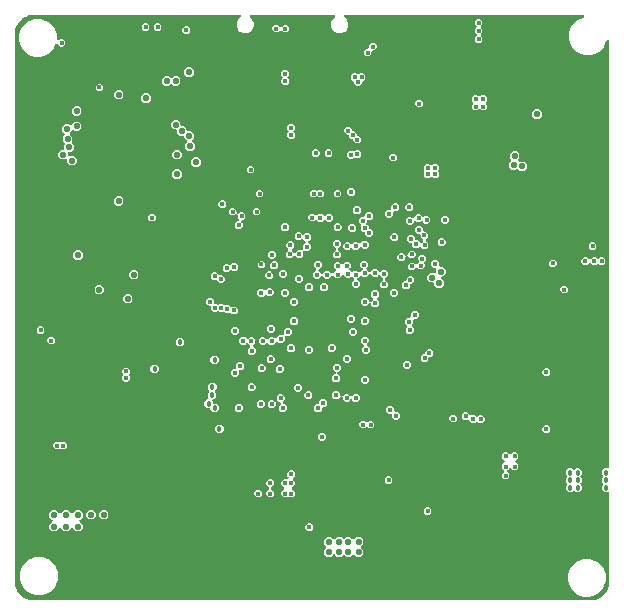
<source format=gbr>
G04 EAGLE Gerber RS-274X export*
G75*
%MOMM*%
%FSLAX34Y34*%
%LPD*%
%INCopper Layer 2*%
%IPPOS*%
%AMOC8*
5,1,8,0,0,1.08239X$1,22.5*%
G01*
%ADD10C,0.406400*%
%ADD11C,0.457200*%
%ADD12C,0.553200*%
%ADD13C,0.403200*%

G36*
X490107Y1068D02*
X490107Y1068D01*
X490135Y1066D01*
X490295Y1083D01*
X492863Y1528D01*
X492956Y1557D01*
X493052Y1576D01*
X493149Y1616D01*
X493168Y1621D01*
X493177Y1627D01*
X493201Y1637D01*
X497939Y3937D01*
X497940Y3937D01*
X497945Y3940D01*
X498074Y4024D01*
X498207Y4109D01*
X498210Y4112D01*
X498211Y4113D01*
X498215Y4117D01*
X498323Y4221D01*
X501900Y8095D01*
X501991Y8223D01*
X502082Y8349D01*
X502084Y8353D01*
X502085Y8354D01*
X502087Y8359D01*
X502150Y8495D01*
X504066Y13408D01*
X504090Y13502D01*
X504123Y13594D01*
X504139Y13697D01*
X504144Y13716D01*
X504144Y13728D01*
X504148Y13753D01*
X504390Y16390D01*
X504390Y16411D01*
X504396Y16508D01*
X504394Y17429D01*
X504395Y17434D01*
X504394Y17443D01*
X504394Y17451D01*
X504396Y17474D01*
X504396Y91699D01*
X504381Y91817D01*
X504373Y91936D01*
X504361Y91974D01*
X504356Y92015D01*
X504312Y92125D01*
X504275Y92239D01*
X504254Y92273D01*
X504239Y92310D01*
X504169Y92407D01*
X504105Y92507D01*
X504076Y92535D01*
X504052Y92568D01*
X503960Y92644D01*
X503874Y92725D01*
X503838Y92745D01*
X503807Y92770D01*
X503699Y92821D01*
X503595Y92879D01*
X503556Y92889D01*
X503519Y92906D01*
X503403Y92928D01*
X503287Y92958D01*
X503227Y92962D01*
X503207Y92966D01*
X503187Y92965D01*
X503127Y92968D01*
X500179Y92968D01*
X498098Y95049D01*
X498098Y97991D01*
X498905Y98798D01*
X498978Y98892D01*
X499056Y98981D01*
X499075Y99017D01*
X499100Y99049D01*
X499147Y99158D01*
X499201Y99264D01*
X499210Y99303D01*
X499226Y99341D01*
X499245Y99458D01*
X499271Y99574D01*
X499270Y99615D01*
X499276Y99655D01*
X499265Y99773D01*
X499261Y99892D01*
X499250Y99931D01*
X499246Y99971D01*
X499206Y100083D01*
X499173Y100198D01*
X499152Y100233D01*
X499138Y100271D01*
X499072Y100369D01*
X499011Y100472D01*
X498971Y100517D01*
X498960Y100534D01*
X498944Y100547D01*
X498905Y100593D01*
X498098Y101399D01*
X498098Y104341D01*
X498905Y105148D01*
X498978Y105242D01*
X499056Y105331D01*
X499075Y105367D01*
X499100Y105399D01*
X499147Y105508D01*
X499201Y105614D01*
X499210Y105653D01*
X499226Y105691D01*
X499245Y105808D01*
X499271Y105924D01*
X499270Y105965D01*
X499276Y106005D01*
X499265Y106123D01*
X499261Y106242D01*
X499250Y106281D01*
X499246Y106321D01*
X499206Y106433D01*
X499173Y106548D01*
X499152Y106583D01*
X499138Y106621D01*
X499072Y106719D01*
X499011Y106822D01*
X498971Y106867D01*
X498960Y106884D01*
X498944Y106897D01*
X498905Y106943D01*
X498098Y107749D01*
X498098Y110691D01*
X500179Y112772D01*
X503127Y112772D01*
X503245Y112787D01*
X503363Y112794D01*
X503402Y112806D01*
X503442Y112811D01*
X503553Y112855D01*
X503666Y112892D01*
X503700Y112914D01*
X503738Y112929D01*
X503834Y112998D01*
X503935Y113062D01*
X503962Y113092D01*
X503995Y113115D01*
X504071Y113207D01*
X504153Y113294D01*
X504172Y113329D01*
X504198Y113360D01*
X504249Y113468D01*
X504306Y113572D01*
X504316Y113611D01*
X504333Y113648D01*
X504356Y113765D01*
X504386Y113880D01*
X504389Y113940D01*
X504393Y113960D01*
X504392Y113981D01*
X504396Y114041D01*
X504396Y474019D01*
X504387Y474088D01*
X504388Y474158D01*
X504367Y474245D01*
X504356Y474334D01*
X504330Y474399D01*
X504314Y474467D01*
X504272Y474546D01*
X504239Y474630D01*
X504198Y474686D01*
X504165Y474748D01*
X504105Y474815D01*
X504052Y474887D01*
X503998Y474932D01*
X503951Y474983D01*
X503876Y475033D01*
X503807Y475090D01*
X503744Y475120D01*
X503686Y475158D01*
X503601Y475187D01*
X503519Y475226D01*
X503451Y475239D01*
X503385Y475261D01*
X503295Y475268D01*
X503207Y475285D01*
X503137Y475281D01*
X503068Y475287D01*
X502979Y475271D01*
X502890Y475266D01*
X502823Y475244D01*
X502754Y475232D01*
X502672Y475195D01*
X502587Y475168D01*
X502528Y475130D01*
X502464Y475102D01*
X502394Y475046D01*
X502318Y474997D01*
X502271Y474947D01*
X502216Y474903D01*
X502162Y474831D01*
X502100Y474766D01*
X502067Y474705D01*
X502025Y474649D01*
X501954Y474504D01*
X499975Y469726D01*
X495474Y465225D01*
X489593Y462789D01*
X483227Y462789D01*
X477346Y465225D01*
X472845Y469726D01*
X470409Y475607D01*
X470409Y481973D01*
X472845Y487854D01*
X477346Y492355D01*
X482124Y494334D01*
X482185Y494368D01*
X482250Y494394D01*
X482322Y494447D01*
X482401Y494491D01*
X482451Y494540D01*
X482507Y494581D01*
X482565Y494650D01*
X482629Y494713D01*
X482665Y494772D01*
X482710Y494826D01*
X482748Y494907D01*
X482795Y494984D01*
X482816Y495051D01*
X482846Y495114D01*
X482862Y495202D01*
X482889Y495288D01*
X482892Y495357D01*
X482905Y495426D01*
X482900Y495516D01*
X482904Y495605D01*
X482890Y495674D01*
X482886Y495743D01*
X482858Y495829D01*
X482840Y495917D01*
X482809Y495980D01*
X482788Y496046D01*
X482740Y496122D01*
X482700Y496203D01*
X482655Y496256D01*
X482617Y496315D01*
X482552Y496376D01*
X482494Y496445D01*
X482437Y496485D01*
X482386Y496533D01*
X482307Y496576D01*
X482234Y496628D01*
X482168Y496652D01*
X482107Y496686D01*
X482020Y496708D01*
X481936Y496740D01*
X481867Y496748D01*
X481799Y496766D01*
X481639Y496776D01*
X281083Y496776D01*
X280945Y496758D01*
X280806Y496745D01*
X280787Y496738D01*
X280767Y496736D01*
X280638Y496685D01*
X280507Y496638D01*
X280490Y496626D01*
X280471Y496619D01*
X280359Y496537D01*
X280244Y496459D01*
X280230Y496444D01*
X280214Y496432D01*
X280125Y496325D01*
X280033Y496221D01*
X280024Y496203D01*
X280011Y496187D01*
X279952Y496061D01*
X279889Y495937D01*
X279884Y495918D01*
X279876Y495899D01*
X279850Y495763D01*
X279819Y495627D01*
X279820Y495607D01*
X279816Y495587D01*
X279824Y495449D01*
X279829Y495309D01*
X279834Y495290D01*
X279836Y495270D01*
X279878Y495138D01*
X279917Y495004D01*
X279927Y494986D01*
X279934Y494967D01*
X280008Y494849D01*
X280079Y494730D01*
X280097Y494709D01*
X280104Y494698D01*
X280119Y494684D01*
X280185Y494609D01*
X282257Y492537D01*
X283361Y489872D01*
X283361Y486988D01*
X282257Y484323D01*
X280217Y482283D01*
X277552Y481179D01*
X274668Y481179D01*
X272003Y482283D01*
X269963Y484323D01*
X268859Y486988D01*
X268859Y489872D01*
X269963Y492537D01*
X272035Y494609D01*
X272120Y494719D01*
X272209Y494826D01*
X272217Y494844D01*
X272230Y494860D01*
X272285Y494988D01*
X272344Y495114D01*
X272348Y495133D01*
X272356Y495152D01*
X272378Y495290D01*
X272404Y495426D01*
X272403Y495446D01*
X272406Y495466D01*
X272393Y495605D01*
X272384Y495743D01*
X272378Y495763D01*
X272376Y495783D01*
X272329Y495914D01*
X272286Y496046D01*
X272276Y496063D01*
X272269Y496082D01*
X272191Y496197D01*
X272116Y496315D01*
X272101Y496329D01*
X272090Y496345D01*
X271986Y496437D01*
X271885Y496533D01*
X271867Y496542D01*
X271852Y496556D01*
X271728Y496619D01*
X271606Y496686D01*
X271587Y496691D01*
X271568Y496700D01*
X271433Y496731D01*
X271298Y496766D01*
X271270Y496767D01*
X271258Y496770D01*
X271238Y496769D01*
X271137Y496776D01*
X201083Y496776D01*
X200945Y496758D01*
X200806Y496745D01*
X200787Y496738D01*
X200767Y496736D01*
X200638Y496685D01*
X200507Y496638D01*
X200490Y496626D01*
X200471Y496619D01*
X200359Y496537D01*
X200244Y496459D01*
X200230Y496444D01*
X200214Y496432D01*
X200125Y496325D01*
X200033Y496221D01*
X200024Y496203D01*
X200011Y496187D01*
X199952Y496061D01*
X199889Y495937D01*
X199884Y495918D01*
X199876Y495899D01*
X199850Y495763D01*
X199819Y495627D01*
X199820Y495607D01*
X199816Y495587D01*
X199824Y495449D01*
X199829Y495309D01*
X199834Y495290D01*
X199836Y495270D01*
X199878Y495138D01*
X199917Y495004D01*
X199927Y494986D01*
X199934Y494967D01*
X200008Y494849D01*
X200079Y494730D01*
X200097Y494709D01*
X200104Y494698D01*
X200119Y494684D01*
X200185Y494609D01*
X202257Y492537D01*
X203361Y489872D01*
X203361Y486988D01*
X202257Y484323D01*
X200217Y482283D01*
X197552Y481179D01*
X194668Y481179D01*
X192003Y482283D01*
X189963Y484323D01*
X188859Y486988D01*
X188859Y489872D01*
X189963Y492537D01*
X192035Y494609D01*
X192120Y494719D01*
X192209Y494826D01*
X192217Y494844D01*
X192230Y494860D01*
X192285Y494988D01*
X192344Y495114D01*
X192348Y495133D01*
X192356Y495152D01*
X192378Y495290D01*
X192404Y495426D01*
X192403Y495446D01*
X192406Y495466D01*
X192393Y495605D01*
X192384Y495743D01*
X192378Y495763D01*
X192376Y495783D01*
X192329Y495914D01*
X192286Y496046D01*
X192276Y496063D01*
X192269Y496082D01*
X192191Y496197D01*
X192116Y496315D01*
X192101Y496329D01*
X192090Y496345D01*
X191986Y496437D01*
X191885Y496533D01*
X191867Y496542D01*
X191852Y496556D01*
X191728Y496619D01*
X191606Y496686D01*
X191587Y496691D01*
X191568Y496700D01*
X191433Y496731D01*
X191298Y496766D01*
X191270Y496767D01*
X191258Y496770D01*
X191238Y496769D01*
X191137Y496776D01*
X15381Y496776D01*
X15353Y496772D01*
X15325Y496774D01*
X15165Y496757D01*
X12597Y496312D01*
X12504Y496283D01*
X12408Y496264D01*
X12311Y496224D01*
X12292Y496219D01*
X12283Y496213D01*
X12259Y496203D01*
X7521Y493903D01*
X7520Y493903D01*
X7515Y493900D01*
X7386Y493816D01*
X7253Y493731D01*
X7250Y493728D01*
X7249Y493727D01*
X7245Y493723D01*
X7137Y493619D01*
X3560Y489745D01*
X3469Y489617D01*
X3378Y489491D01*
X3376Y489487D01*
X3375Y489486D01*
X3373Y489481D01*
X3310Y489345D01*
X1394Y484432D01*
X1370Y484338D01*
X1337Y484246D01*
X1321Y484143D01*
X1316Y484124D01*
X1316Y484112D01*
X1312Y484087D01*
X1070Y481450D01*
X1070Y481429D01*
X1064Y481332D01*
X1066Y480411D01*
X1065Y480406D01*
X1066Y480397D01*
X1066Y480389D01*
X1064Y480366D01*
X1064Y15381D01*
X1068Y15353D01*
X1066Y15325D01*
X1083Y15165D01*
X1528Y12597D01*
X1557Y12504D01*
X1576Y12408D01*
X1616Y12311D01*
X1621Y12292D01*
X1627Y12283D01*
X1637Y12259D01*
X3940Y7515D01*
X4024Y7386D01*
X4109Y7253D01*
X4112Y7250D01*
X4113Y7249D01*
X4117Y7245D01*
X4221Y7137D01*
X8095Y3560D01*
X8223Y3469D01*
X8349Y3378D01*
X8353Y3376D01*
X8354Y3375D01*
X8359Y3373D01*
X8495Y3310D01*
X13408Y1394D01*
X13502Y1370D01*
X13594Y1337D01*
X13697Y1321D01*
X13716Y1316D01*
X13728Y1316D01*
X13753Y1312D01*
X16390Y1070D01*
X16411Y1070D01*
X16508Y1064D01*
X17429Y1066D01*
X17434Y1065D01*
X17443Y1066D01*
X17451Y1066D01*
X17474Y1064D01*
X490079Y1064D01*
X490107Y1068D01*
G37*
%LPC*%
G36*
X17137Y461519D02*
X17137Y461519D01*
X11256Y463955D01*
X6755Y468456D01*
X4319Y474337D01*
X4319Y480703D01*
X6755Y486584D01*
X11256Y491085D01*
X17137Y493521D01*
X23503Y493521D01*
X29384Y491085D01*
X33885Y486584D01*
X36321Y480703D01*
X36321Y476461D01*
X36338Y476323D01*
X36351Y476185D01*
X36358Y476166D01*
X36361Y476145D01*
X36412Y476016D01*
X36459Y475885D01*
X36470Y475868D01*
X36478Y475850D01*
X36559Y475737D01*
X36637Y475622D01*
X36653Y475609D01*
X36664Y475592D01*
X36772Y475504D01*
X36876Y475412D01*
X36894Y475402D01*
X36909Y475390D01*
X37035Y475330D01*
X37159Y475267D01*
X37179Y475263D01*
X37197Y475254D01*
X37334Y475228D01*
X37469Y475197D01*
X37490Y475198D01*
X37509Y475194D01*
X37648Y475203D01*
X37787Y475207D01*
X37807Y475213D01*
X37827Y475214D01*
X37959Y475257D01*
X38093Y475295D01*
X38110Y475306D01*
X38129Y475312D01*
X38247Y475386D01*
X38367Y475457D01*
X38388Y475476D01*
X38398Y475482D01*
X38412Y475497D01*
X38487Y475563D01*
X39281Y476357D01*
X41999Y476357D01*
X43922Y474434D01*
X43922Y471716D01*
X41999Y469793D01*
X39281Y469793D01*
X37200Y471874D01*
X37161Y471905D01*
X37127Y471941D01*
X37036Y472002D01*
X36949Y472069D01*
X36903Y472089D01*
X36862Y472116D01*
X36758Y472152D01*
X36657Y472195D01*
X36608Y472203D01*
X36561Y472219D01*
X36451Y472228D01*
X36343Y472245D01*
X36293Y472241D01*
X36244Y472244D01*
X36136Y472226D01*
X36026Y472215D01*
X35979Y472199D01*
X35930Y472190D01*
X35830Y472145D01*
X35727Y472108D01*
X35686Y472080D01*
X35640Y472059D01*
X35555Y471991D01*
X35464Y471929D01*
X35431Y471892D01*
X35392Y471861D01*
X35326Y471773D01*
X35253Y471691D01*
X35231Y471646D01*
X35201Y471607D01*
X35130Y471462D01*
X33885Y468456D01*
X29384Y463955D01*
X23503Y461519D01*
X17137Y461519D01*
G37*
%LPD*%
%LPC*%
G36*
X18407Y5589D02*
X18407Y5589D01*
X12526Y8025D01*
X8025Y12526D01*
X5589Y18407D01*
X5589Y24773D01*
X8025Y30654D01*
X12526Y35155D01*
X18407Y37591D01*
X24773Y37591D01*
X30654Y35155D01*
X35155Y30654D01*
X37591Y24773D01*
X37591Y18407D01*
X35155Y12526D01*
X30654Y8025D01*
X24773Y5589D01*
X18407Y5589D01*
G37*
%LPD*%
%LPC*%
G36*
X481957Y4319D02*
X481957Y4319D01*
X476076Y6755D01*
X471575Y11256D01*
X469139Y17137D01*
X469139Y23503D01*
X471575Y29384D01*
X476076Y33885D01*
X481957Y36321D01*
X488323Y36321D01*
X494204Y33885D01*
X498705Y29384D01*
X501141Y23503D01*
X501141Y17137D01*
X498705Y11256D01*
X494204Y6755D01*
X488323Y4319D01*
X481957Y4319D01*
G37*
%LPD*%
%LPC*%
G36*
X312324Y265307D02*
X312324Y265307D01*
X310392Y267239D01*
X310392Y269971D01*
X312574Y272153D01*
X312647Y272247D01*
X312726Y272336D01*
X312744Y272372D01*
X312769Y272404D01*
X312816Y272513D01*
X312870Y272619D01*
X312879Y272658D01*
X312895Y272696D01*
X312914Y272813D01*
X312940Y272929D01*
X312939Y272970D01*
X312945Y273010D01*
X312934Y273128D01*
X312930Y273247D01*
X312919Y273286D01*
X312915Y273326D01*
X312875Y273438D01*
X312842Y273553D01*
X312821Y273588D01*
X312808Y273626D01*
X312741Y273724D01*
X312680Y273827D01*
X312641Y273872D01*
X312629Y273889D01*
X312614Y273902D01*
X312574Y273948D01*
X310460Y276061D01*
X310366Y276135D01*
X310277Y276213D01*
X310241Y276232D01*
X310209Y276256D01*
X310099Y276304D01*
X309993Y276358D01*
X309954Y276367D01*
X309917Y276383D01*
X309799Y276401D01*
X309683Y276427D01*
X309643Y276426D01*
X309603Y276433D01*
X309484Y276421D01*
X309365Y276418D01*
X309326Y276407D01*
X309286Y276403D01*
X309174Y276362D01*
X309060Y276329D01*
X309025Y276309D01*
X308987Y276295D01*
X308888Y276228D01*
X308786Y276168D01*
X308741Y276128D01*
X308724Y276117D01*
X308710Y276101D01*
X308665Y276061D01*
X307436Y274832D01*
X304704Y274832D01*
X302523Y277014D01*
X302428Y277087D01*
X302339Y277166D01*
X302303Y277184D01*
X302271Y277209D01*
X302162Y277256D01*
X302056Y277310D01*
X302017Y277319D01*
X301979Y277335D01*
X301862Y277354D01*
X301746Y277380D01*
X301705Y277379D01*
X301665Y277385D01*
X301547Y277374D01*
X301428Y277370D01*
X301389Y277359D01*
X301349Y277355D01*
X301236Y277315D01*
X301122Y277282D01*
X301088Y277261D01*
X301049Y277248D01*
X300951Y277181D01*
X300848Y277120D01*
X300803Y277080D01*
X300786Y277069D01*
X300773Y277054D01*
X300728Y277014D01*
X298546Y274832D01*
X295814Y274832D01*
X294902Y275744D01*
X294808Y275817D01*
X294719Y275896D01*
X294683Y275914D01*
X294651Y275939D01*
X294542Y275986D01*
X294436Y276040D01*
X294397Y276049D01*
X294359Y276065D01*
X294242Y276084D01*
X294126Y276110D01*
X294085Y276109D01*
X294045Y276115D01*
X293927Y276104D01*
X293808Y276100D01*
X293769Y276089D01*
X293729Y276085D01*
X293616Y276045D01*
X293502Y276012D01*
X293467Y275991D01*
X293429Y275978D01*
X293331Y275911D01*
X293228Y275850D01*
X293183Y275810D01*
X293166Y275799D01*
X293153Y275784D01*
X293107Y275744D01*
X291311Y273948D01*
X291238Y273853D01*
X291159Y273764D01*
X291141Y273728D01*
X291116Y273696D01*
X291069Y273587D01*
X291015Y273481D01*
X291006Y273442D01*
X290990Y273404D01*
X290971Y273287D01*
X290945Y273171D01*
X290946Y273130D01*
X290940Y273090D01*
X290951Y272972D01*
X290955Y272853D01*
X290966Y272814D01*
X290970Y272774D01*
X291010Y272661D01*
X291043Y272547D01*
X291064Y272513D01*
X291077Y272474D01*
X291144Y272376D01*
X291205Y272273D01*
X291245Y272228D01*
X291256Y272211D01*
X291271Y272198D01*
X291311Y272153D01*
X292858Y270606D01*
X292858Y267874D01*
X290926Y265942D01*
X288194Y265942D01*
X286262Y267874D01*
X286262Y270606D01*
X287809Y272153D01*
X287882Y272247D01*
X287961Y272336D01*
X287979Y272372D01*
X288004Y272404D01*
X288051Y272513D01*
X288105Y272619D01*
X288114Y272658D01*
X288130Y272696D01*
X288149Y272813D01*
X288175Y272929D01*
X288174Y272970D01*
X288180Y273010D01*
X288169Y273128D01*
X288165Y273247D01*
X288154Y273286D01*
X288150Y273326D01*
X288110Y273439D01*
X288077Y273553D01*
X288056Y273588D01*
X288043Y273626D01*
X287976Y273724D01*
X287915Y273827D01*
X287875Y273872D01*
X287864Y273889D01*
X287849Y273902D01*
X287809Y273948D01*
X286965Y274791D01*
X286871Y274865D01*
X286782Y274943D01*
X286746Y274962D01*
X286714Y274986D01*
X286604Y275034D01*
X286498Y275088D01*
X286459Y275097D01*
X286422Y275113D01*
X286304Y275131D01*
X286188Y275157D01*
X286148Y275156D01*
X286108Y275163D01*
X285989Y275151D01*
X285870Y275148D01*
X285831Y275137D01*
X285791Y275133D01*
X285679Y275092D01*
X285565Y275059D01*
X285530Y275039D01*
X285492Y275025D01*
X285393Y274958D01*
X285291Y274898D01*
X285246Y274858D01*
X285229Y274847D01*
X285215Y274831D01*
X285170Y274791D01*
X284576Y274197D01*
X281844Y274197D01*
X279759Y276283D01*
X279649Y276368D01*
X279542Y276457D01*
X279523Y276465D01*
X279507Y276478D01*
X279379Y276533D01*
X279254Y276592D01*
X279234Y276596D01*
X279216Y276604D01*
X279078Y276626D01*
X278942Y276652D01*
X278922Y276651D01*
X278901Y276654D01*
X278762Y276641D01*
X278624Y276632D01*
X278605Y276626D01*
X278585Y276624D01*
X278454Y276577D01*
X278322Y276534D01*
X278305Y276523D01*
X278286Y276517D01*
X278170Y276438D01*
X278053Y276364D01*
X278039Y276349D01*
X278022Y276338D01*
X277930Y276234D01*
X277835Y276132D01*
X277825Y276115D01*
X277812Y276100D01*
X277749Y275975D01*
X277682Y275854D01*
X277677Y275834D01*
X277667Y275816D01*
X277637Y275680D01*
X277602Y275546D01*
X277601Y275529D01*
X275660Y273588D01*
X272928Y273588D01*
X270772Y275744D01*
X270678Y275817D01*
X270589Y275896D01*
X270553Y275914D01*
X270521Y275939D01*
X270412Y275986D01*
X270306Y276040D01*
X270267Y276049D01*
X270229Y276065D01*
X270112Y276084D01*
X269996Y276110D01*
X269955Y276109D01*
X269915Y276115D01*
X269797Y276104D01*
X269678Y276100D01*
X269639Y276089D01*
X269599Y276085D01*
X269487Y276045D01*
X269372Y276012D01*
X269337Y275991D01*
X269299Y275978D01*
X269201Y275911D01*
X269098Y275850D01*
X269053Y275811D01*
X269036Y275799D01*
X269023Y275784D01*
X268977Y275744D01*
X266796Y273562D01*
X264064Y273562D01*
X261882Y275744D01*
X261788Y275817D01*
X261699Y275896D01*
X261663Y275914D01*
X261631Y275939D01*
X261522Y275986D01*
X261416Y276040D01*
X261377Y276049D01*
X261339Y276065D01*
X261222Y276084D01*
X261106Y276110D01*
X261065Y276109D01*
X261025Y276115D01*
X260907Y276104D01*
X260788Y276100D01*
X260749Y276089D01*
X260709Y276085D01*
X260597Y276045D01*
X260482Y276012D01*
X260447Y275991D01*
X260409Y275978D01*
X260311Y275911D01*
X260208Y275850D01*
X260163Y275811D01*
X260146Y275799D01*
X260133Y275784D01*
X260087Y275744D01*
X257906Y273562D01*
X255174Y273562D01*
X253242Y275494D01*
X253242Y278226D01*
X255193Y280176D01*
X255316Y280188D01*
X255335Y280195D01*
X255355Y280197D01*
X255484Y280248D01*
X255615Y280296D01*
X255632Y280307D01*
X255651Y280315D01*
X255763Y280396D01*
X255878Y280474D01*
X255892Y280489D01*
X255908Y280501D01*
X255997Y280609D01*
X256089Y280713D01*
X256098Y280731D01*
X256111Y280746D01*
X256170Y280872D01*
X256233Y280996D01*
X256238Y281016D01*
X256246Y281034D01*
X256273Y281170D01*
X256303Y281306D01*
X256302Y281327D01*
X256306Y281346D01*
X256298Y281485D01*
X256293Y281624D01*
X256288Y281644D01*
X256287Y281664D01*
X256244Y281796D01*
X256205Y281930D01*
X256195Y281947D01*
X256188Y281966D01*
X256114Y282084D01*
X256043Y282204D01*
X256025Y282225D01*
X256018Y282235D01*
X256003Y282249D01*
X255937Y282324D01*
X254512Y283749D01*
X254512Y286481D01*
X256444Y288413D01*
X259176Y288413D01*
X261108Y286481D01*
X261108Y283749D01*
X259157Y281799D01*
X259034Y281787D01*
X259015Y281780D01*
X258995Y281778D01*
X258866Y281726D01*
X258735Y281679D01*
X258718Y281668D01*
X258699Y281660D01*
X258587Y281579D01*
X258472Y281501D01*
X258458Y281486D01*
X258442Y281474D01*
X258353Y281366D01*
X258261Y281262D01*
X258252Y281244D01*
X258239Y281229D01*
X258180Y281103D01*
X258117Y280979D01*
X258112Y280959D01*
X258104Y280941D01*
X258077Y280805D01*
X258047Y280669D01*
X258048Y280648D01*
X258044Y280629D01*
X258052Y280490D01*
X258057Y280351D01*
X258062Y280331D01*
X258063Y280311D01*
X258106Y280179D01*
X258145Y280045D01*
X258155Y280028D01*
X258162Y280009D01*
X258236Y279891D01*
X258307Y279771D01*
X258325Y279750D01*
X258332Y279740D01*
X258347Y279726D01*
X258413Y279651D01*
X260087Y277976D01*
X260182Y277903D01*
X260271Y277824D01*
X260307Y277806D01*
X260339Y277781D01*
X260448Y277734D01*
X260554Y277680D01*
X260593Y277671D01*
X260631Y277655D01*
X260748Y277636D01*
X260864Y277610D01*
X260905Y277611D01*
X260945Y277605D01*
X261063Y277616D01*
X261182Y277620D01*
X261221Y277631D01*
X261261Y277635D01*
X261374Y277675D01*
X261488Y277708D01*
X261522Y277729D01*
X261561Y277742D01*
X261659Y277809D01*
X261762Y277870D01*
X261807Y277910D01*
X261824Y277921D01*
X261837Y277936D01*
X261882Y277976D01*
X264064Y280158D01*
X266796Y280158D01*
X268952Y278002D01*
X269046Y277929D01*
X269135Y277850D01*
X269171Y277832D01*
X269203Y277807D01*
X269312Y277760D01*
X269418Y277705D01*
X269458Y277697D01*
X269495Y277681D01*
X269613Y277662D01*
X269729Y277636D01*
X269769Y277637D01*
X269809Y277631D01*
X269928Y277642D01*
X270046Y277645D01*
X270085Y277657D01*
X270126Y277660D01*
X270238Y277701D01*
X270352Y277734D01*
X270387Y277754D01*
X270425Y277768D01*
X270523Y277835D01*
X270626Y277895D01*
X270671Y277935D01*
X270688Y277947D01*
X270701Y277962D01*
X270747Y278002D01*
X272543Y279798D01*
X272616Y279892D01*
X272695Y279982D01*
X272713Y280018D01*
X272738Y280050D01*
X272786Y280159D01*
X272840Y280265D01*
X272848Y280304D01*
X272864Y280341D01*
X272883Y280459D01*
X272909Y280575D01*
X272908Y280615D01*
X272914Y280655D01*
X272903Y280774D01*
X272900Y280893D01*
X272888Y280932D01*
X272885Y280972D01*
X272844Y281084D01*
X272811Y281198D01*
X272791Y281233D01*
X272777Y281271D01*
X272710Y281370D01*
X272650Y281472D01*
X272610Y281518D01*
X272598Y281535D01*
X272583Y281548D01*
X272543Y281593D01*
X271022Y283114D01*
X271022Y285846D01*
X272954Y287778D01*
X275686Y287778D01*
X277232Y286231D01*
X277327Y286158D01*
X277416Y286079D01*
X277452Y286061D01*
X277484Y286036D01*
X277593Y285989D01*
X277699Y285935D01*
X277738Y285926D01*
X277776Y285910D01*
X277893Y285891D01*
X278009Y285865D01*
X278050Y285866D01*
X278090Y285860D01*
X278208Y285871D01*
X278327Y285875D01*
X278366Y285886D01*
X278406Y285890D01*
X278519Y285930D01*
X278633Y285963D01*
X278667Y285984D01*
X278706Y285997D01*
X278804Y286064D01*
X278907Y286125D01*
X278952Y286165D01*
X278969Y286176D01*
X278982Y286191D01*
X279027Y286231D01*
X280574Y287778D01*
X283306Y287778D01*
X285238Y285846D01*
X285238Y283114D01*
X284644Y282520D01*
X284571Y282426D01*
X284492Y282337D01*
X284473Y282301D01*
X284449Y282269D01*
X284401Y282160D01*
X284347Y282053D01*
X284338Y282014D01*
X284322Y281977D01*
X284304Y281859D01*
X284278Y281743D01*
X284279Y281703D01*
X284272Y281663D01*
X284284Y281544D01*
X284287Y281425D01*
X284298Y281386D01*
X284302Y281346D01*
X284343Y281234D01*
X284376Y281120D01*
X284396Y281085D01*
X284410Y281047D01*
X284477Y280948D01*
X284537Y280846D01*
X284577Y280800D01*
X284588Y280784D01*
X284604Y280770D01*
X284644Y280725D01*
X285805Y279564D01*
X285899Y279490D01*
X285988Y279412D01*
X286024Y279393D01*
X286056Y279369D01*
X286166Y279321D01*
X286272Y279267D01*
X286311Y279258D01*
X286348Y279242D01*
X286466Y279224D01*
X286582Y279198D01*
X286622Y279199D01*
X286662Y279192D01*
X286781Y279204D01*
X286900Y279207D01*
X286939Y279218D01*
X286979Y279222D01*
X287091Y279263D01*
X287205Y279296D01*
X287240Y279316D01*
X287278Y279330D01*
X287377Y279397D01*
X287479Y279457D01*
X287524Y279497D01*
X287541Y279508D01*
X287555Y279524D01*
X287600Y279564D01*
X288194Y280158D01*
X290926Y280158D01*
X291837Y279246D01*
X291931Y279173D01*
X292021Y279094D01*
X292057Y279076D01*
X292089Y279051D01*
X292198Y279004D01*
X292304Y278950D01*
X292343Y278941D01*
X292381Y278925D01*
X292498Y278906D01*
X292614Y278880D01*
X292655Y278881D01*
X292695Y278875D01*
X292813Y278886D01*
X292932Y278890D01*
X292971Y278901D01*
X293011Y278905D01*
X293124Y278945D01*
X293238Y278978D01*
X293272Y278999D01*
X293311Y279012D01*
X293409Y279079D01*
X293512Y279140D01*
X293557Y279180D01*
X293574Y279191D01*
X293587Y279206D01*
X293632Y279246D01*
X295166Y280780D01*
X295239Y280874D01*
X295318Y280963D01*
X295336Y280999D01*
X295361Y281031D01*
X295408Y281140D01*
X295462Y281246D01*
X295471Y281286D01*
X295487Y281323D01*
X295506Y281441D01*
X295532Y281556D01*
X295531Y281597D01*
X295537Y281637D01*
X295526Y281755D01*
X295522Y281874D01*
X295511Y281913D01*
X295507Y281953D01*
X295467Y282066D01*
X295434Y282180D01*
X295413Y282215D01*
X295400Y282253D01*
X295333Y282351D01*
X295272Y282454D01*
X295233Y282499D01*
X295221Y282516D01*
X295206Y282529D01*
X295166Y282575D01*
X293687Y284053D01*
X293687Y286785D01*
X295619Y288717D01*
X298351Y288717D01*
X300283Y286785D01*
X300283Y284053D01*
X298999Y282770D01*
X298926Y282675D01*
X298847Y282586D01*
X298829Y282550D01*
X298804Y282518D01*
X298757Y282409D01*
X298703Y282303D01*
X298694Y282264D01*
X298678Y282226D01*
X298659Y282109D01*
X298633Y281993D01*
X298634Y281952D01*
X298628Y281912D01*
X298639Y281794D01*
X298643Y281675D01*
X298654Y281636D01*
X298658Y281596D01*
X298698Y281484D01*
X298731Y281369D01*
X298752Y281335D01*
X298765Y281296D01*
X298832Y281198D01*
X298893Y281095D01*
X298932Y281050D01*
X298944Y281033D01*
X298959Y281020D01*
X298999Y280975D01*
X300728Y279246D01*
X300822Y279173D01*
X300911Y279094D01*
X300947Y279076D01*
X300979Y279051D01*
X301088Y279004D01*
X301194Y278950D01*
X301233Y278941D01*
X301271Y278925D01*
X301388Y278906D01*
X301504Y278880D01*
X301545Y278881D01*
X301585Y278875D01*
X301703Y278886D01*
X301822Y278890D01*
X301861Y278901D01*
X301901Y278905D01*
X302013Y278945D01*
X302128Y278978D01*
X302163Y278999D01*
X302201Y279012D01*
X302299Y279079D01*
X302402Y279140D01*
X302447Y279179D01*
X302464Y279191D01*
X302477Y279206D01*
X302523Y279246D01*
X304704Y281428D01*
X307436Y281428D01*
X309300Y279564D01*
X309394Y279490D01*
X309483Y279412D01*
X309519Y279393D01*
X309551Y279369D01*
X309661Y279321D01*
X309767Y279267D01*
X309806Y279258D01*
X309843Y279242D01*
X309961Y279224D01*
X310077Y279198D01*
X310117Y279199D01*
X310157Y279192D01*
X310276Y279204D01*
X310395Y279207D01*
X310434Y279218D01*
X310474Y279222D01*
X310586Y279263D01*
X310700Y279296D01*
X310735Y279316D01*
X310773Y279330D01*
X310872Y279397D01*
X310974Y279457D01*
X311019Y279497D01*
X311036Y279508D01*
X311050Y279524D01*
X311095Y279564D01*
X312324Y280793D01*
X315056Y280793D01*
X316988Y278861D01*
X316988Y276129D01*
X314806Y273948D01*
X314733Y273853D01*
X314654Y273764D01*
X314636Y273728D01*
X314611Y273696D01*
X314564Y273587D01*
X314510Y273481D01*
X314501Y273442D01*
X314485Y273404D01*
X314466Y273287D01*
X314440Y273171D01*
X314441Y273130D01*
X314435Y273090D01*
X314446Y272972D01*
X314450Y272853D01*
X314461Y272814D01*
X314465Y272774D01*
X314505Y272661D01*
X314538Y272547D01*
X314559Y272513D01*
X314572Y272474D01*
X314639Y272376D01*
X314700Y272273D01*
X314740Y272228D01*
X314751Y272211D01*
X314766Y272198D01*
X314806Y272153D01*
X316988Y269971D01*
X316988Y267239D01*
X315056Y265307D01*
X312324Y265307D01*
G37*
%LPD*%
%LPC*%
G36*
X265030Y37878D02*
X265030Y37878D01*
X262668Y40240D01*
X262668Y43580D01*
X264546Y45458D01*
X264619Y45552D01*
X264698Y45641D01*
X264716Y45677D01*
X264741Y45709D01*
X264788Y45818D01*
X264842Y45924D01*
X264851Y45963D01*
X264867Y46001D01*
X264886Y46118D01*
X264912Y46234D01*
X264911Y46275D01*
X264917Y46315D01*
X264906Y46433D01*
X264902Y46552D01*
X264891Y46591D01*
X264887Y46631D01*
X264847Y46743D01*
X264814Y46858D01*
X264793Y46893D01*
X264780Y46931D01*
X264713Y47029D01*
X264652Y47132D01*
X264613Y47177D01*
X264601Y47194D01*
X264586Y47207D01*
X264546Y47253D01*
X262668Y49130D01*
X262668Y52470D01*
X265030Y54832D01*
X268370Y54832D01*
X270248Y52954D01*
X270342Y52881D01*
X270431Y52802D01*
X270467Y52784D01*
X270499Y52759D01*
X270608Y52712D01*
X270714Y52658D01*
X270753Y52649D01*
X270791Y52633D01*
X270908Y52614D01*
X271024Y52588D01*
X271065Y52589D01*
X271105Y52583D01*
X271223Y52594D01*
X271342Y52598D01*
X271381Y52609D01*
X271421Y52613D01*
X271533Y52653D01*
X271648Y52686D01*
X271683Y52707D01*
X271721Y52720D01*
X271819Y52787D01*
X271922Y52848D01*
X271967Y52887D01*
X271984Y52899D01*
X271997Y52914D01*
X272043Y52954D01*
X273920Y54832D01*
X277260Y54832D01*
X278503Y53589D01*
X278597Y53516D01*
X278686Y53437D01*
X278722Y53419D01*
X278754Y53394D01*
X278863Y53347D01*
X278969Y53293D01*
X279008Y53284D01*
X279046Y53268D01*
X279163Y53249D01*
X279279Y53223D01*
X279320Y53224D01*
X279360Y53218D01*
X279478Y53229D01*
X279597Y53233D01*
X279636Y53244D01*
X279676Y53248D01*
X279788Y53288D01*
X279903Y53321D01*
X279938Y53342D01*
X279976Y53355D01*
X280074Y53422D01*
X280177Y53483D01*
X280222Y53522D01*
X280239Y53534D01*
X280252Y53549D01*
X280298Y53589D01*
X281540Y54832D01*
X284880Y54832D01*
X286758Y52954D01*
X286852Y52881D01*
X286941Y52802D01*
X286977Y52784D01*
X287009Y52759D01*
X287118Y52712D01*
X287224Y52658D01*
X287263Y52649D01*
X287301Y52633D01*
X287418Y52614D01*
X287534Y52588D01*
X287575Y52589D01*
X287615Y52583D01*
X287733Y52594D01*
X287852Y52598D01*
X287891Y52609D01*
X287931Y52613D01*
X288043Y52653D01*
X288158Y52686D01*
X288193Y52707D01*
X288231Y52720D01*
X288329Y52787D01*
X288432Y52848D01*
X288477Y52887D01*
X288494Y52899D01*
X288507Y52914D01*
X288553Y52954D01*
X290430Y54832D01*
X293770Y54832D01*
X296132Y52470D01*
X296132Y49130D01*
X294254Y47252D01*
X294181Y47158D01*
X294102Y47069D01*
X294084Y47033D01*
X294059Y47001D01*
X294012Y46892D01*
X293958Y46786D01*
X293949Y46747D01*
X293933Y46709D01*
X293914Y46592D01*
X293888Y46476D01*
X293889Y46435D01*
X293883Y46395D01*
X293894Y46277D01*
X293898Y46158D01*
X293909Y46119D01*
X293913Y46079D01*
X293953Y45967D01*
X293986Y45852D01*
X294007Y45817D01*
X294020Y45779D01*
X294087Y45681D01*
X294148Y45578D01*
X294187Y45533D01*
X294199Y45516D01*
X294214Y45503D01*
X294254Y45457D01*
X296132Y43580D01*
X296132Y40240D01*
X293770Y37878D01*
X290430Y37878D01*
X288553Y39756D01*
X288458Y39829D01*
X288369Y39908D01*
X288333Y39926D01*
X288301Y39951D01*
X288192Y39998D01*
X288086Y40052D01*
X288047Y40061D01*
X288009Y40077D01*
X287892Y40096D01*
X287776Y40122D01*
X287735Y40121D01*
X287695Y40127D01*
X287577Y40116D01*
X287458Y40112D01*
X287419Y40101D01*
X287379Y40097D01*
X287266Y40057D01*
X287152Y40024D01*
X287118Y40003D01*
X287079Y39990D01*
X286981Y39923D01*
X286878Y39862D01*
X286833Y39822D01*
X286816Y39811D01*
X286803Y39796D01*
X286758Y39756D01*
X284880Y37878D01*
X281540Y37878D01*
X280297Y39121D01*
X280203Y39194D01*
X280114Y39273D01*
X280078Y39291D01*
X280046Y39316D01*
X279937Y39363D01*
X279831Y39417D01*
X279792Y39426D01*
X279754Y39442D01*
X279637Y39461D01*
X279521Y39487D01*
X279480Y39486D01*
X279440Y39492D01*
X279322Y39481D01*
X279203Y39477D01*
X279164Y39466D01*
X279124Y39462D01*
X279012Y39422D01*
X278897Y39389D01*
X278862Y39368D01*
X278824Y39355D01*
X278726Y39288D01*
X278623Y39227D01*
X278578Y39188D01*
X278561Y39176D01*
X278548Y39161D01*
X278502Y39121D01*
X277260Y37878D01*
X273920Y37878D01*
X272043Y39756D01*
X271948Y39829D01*
X271859Y39908D01*
X271823Y39926D01*
X271791Y39951D01*
X271682Y39998D01*
X271576Y40052D01*
X271537Y40061D01*
X271499Y40077D01*
X271382Y40096D01*
X271266Y40122D01*
X271225Y40121D01*
X271185Y40127D01*
X271067Y40116D01*
X270948Y40112D01*
X270909Y40101D01*
X270869Y40097D01*
X270756Y40057D01*
X270642Y40024D01*
X270608Y40003D01*
X270569Y39990D01*
X270471Y39923D01*
X270368Y39862D01*
X270323Y39822D01*
X270306Y39811D01*
X270293Y39796D01*
X270248Y39756D01*
X268370Y37878D01*
X265030Y37878D01*
G37*
%LPD*%
%LPC*%
G36*
X32620Y59468D02*
X32620Y59468D01*
X30258Y61830D01*
X30258Y65170D01*
X32771Y67683D01*
X32844Y67777D01*
X32923Y67866D01*
X32941Y67902D01*
X32966Y67934D01*
X33013Y68043D01*
X33067Y68149D01*
X33076Y68188D01*
X33092Y68226D01*
X33111Y68343D01*
X33137Y68459D01*
X33136Y68500D01*
X33142Y68540D01*
X33131Y68658D01*
X33127Y68777D01*
X33116Y68816D01*
X33112Y68856D01*
X33072Y68968D01*
X33039Y69083D01*
X33018Y69118D01*
X33005Y69156D01*
X32938Y69254D01*
X32877Y69357D01*
X32838Y69402D01*
X32826Y69419D01*
X32811Y69432D01*
X32771Y69478D01*
X30258Y71990D01*
X30258Y75330D01*
X32620Y77692D01*
X35960Y77692D01*
X38473Y75179D01*
X38567Y75106D01*
X38656Y75027D01*
X38692Y75009D01*
X38724Y74984D01*
X38833Y74937D01*
X38939Y74883D01*
X38978Y74874D01*
X39016Y74858D01*
X39133Y74839D01*
X39249Y74813D01*
X39290Y74814D01*
X39330Y74808D01*
X39448Y74819D01*
X39567Y74823D01*
X39606Y74834D01*
X39646Y74838D01*
X39758Y74878D01*
X39873Y74911D01*
X39908Y74932D01*
X39946Y74945D01*
X40044Y75012D01*
X40147Y75073D01*
X40192Y75112D01*
X40209Y75124D01*
X40222Y75139D01*
X40268Y75179D01*
X42780Y77692D01*
X46120Y77692D01*
X48632Y75179D01*
X48727Y75106D01*
X48816Y75027D01*
X48852Y75009D01*
X48884Y74984D01*
X48993Y74937D01*
X49099Y74883D01*
X49138Y74874D01*
X49176Y74858D01*
X49293Y74839D01*
X49409Y74813D01*
X49450Y74814D01*
X49490Y74808D01*
X49608Y74819D01*
X49727Y74823D01*
X49766Y74834D01*
X49806Y74838D01*
X49919Y74878D01*
X50033Y74911D01*
X50067Y74932D01*
X50106Y74945D01*
X50204Y75012D01*
X50307Y75073D01*
X50352Y75113D01*
X50369Y75124D01*
X50382Y75139D01*
X50427Y75179D01*
X52940Y77692D01*
X56280Y77692D01*
X58642Y75330D01*
X58642Y71990D01*
X56129Y69477D01*
X56056Y69383D01*
X55977Y69294D01*
X55959Y69258D01*
X55934Y69226D01*
X55887Y69117D01*
X55833Y69011D01*
X55824Y68972D01*
X55808Y68934D01*
X55789Y68817D01*
X55763Y68701D01*
X55764Y68660D01*
X55758Y68620D01*
X55769Y68502D01*
X55773Y68383D01*
X55784Y68344D01*
X55788Y68304D01*
X55828Y68192D01*
X55861Y68077D01*
X55882Y68042D01*
X55895Y68004D01*
X55962Y67906D01*
X56023Y67803D01*
X56062Y67758D01*
X56074Y67741D01*
X56089Y67728D01*
X56129Y67682D01*
X58642Y65170D01*
X58642Y61830D01*
X56280Y59468D01*
X52940Y59468D01*
X50428Y61981D01*
X50333Y62054D01*
X50244Y62133D01*
X50208Y62151D01*
X50176Y62176D01*
X50067Y62223D01*
X49961Y62277D01*
X49922Y62286D01*
X49884Y62302D01*
X49767Y62321D01*
X49651Y62347D01*
X49610Y62346D01*
X49570Y62352D01*
X49452Y62341D01*
X49333Y62337D01*
X49294Y62326D01*
X49254Y62322D01*
X49141Y62282D01*
X49027Y62249D01*
X48993Y62228D01*
X48954Y62215D01*
X48856Y62148D01*
X48753Y62087D01*
X48708Y62047D01*
X48691Y62036D01*
X48678Y62021D01*
X48633Y61981D01*
X46120Y59468D01*
X42780Y59468D01*
X40268Y61981D01*
X40173Y62054D01*
X40084Y62133D01*
X40048Y62151D01*
X40016Y62176D01*
X39907Y62223D01*
X39801Y62277D01*
X39762Y62286D01*
X39724Y62302D01*
X39607Y62321D01*
X39491Y62347D01*
X39450Y62346D01*
X39410Y62352D01*
X39292Y62341D01*
X39173Y62337D01*
X39134Y62326D01*
X39094Y62322D01*
X38981Y62282D01*
X38867Y62249D01*
X38833Y62228D01*
X38794Y62215D01*
X38696Y62148D01*
X38593Y62087D01*
X38548Y62047D01*
X38531Y62036D01*
X38518Y62021D01*
X38473Y61981D01*
X35960Y59468D01*
X32620Y59468D01*
G37*
%LPD*%
%LPC*%
G36*
X47860Y369348D02*
X47860Y369348D01*
X45498Y371710D01*
X45498Y373283D01*
X45481Y373421D01*
X45468Y373559D01*
X45461Y373578D01*
X45459Y373598D01*
X45407Y373727D01*
X45360Y373858D01*
X45349Y373875D01*
X45341Y373894D01*
X45260Y374006D01*
X45182Y374121D01*
X45167Y374135D01*
X45155Y374151D01*
X45047Y374240D01*
X44943Y374332D01*
X44925Y374341D01*
X44910Y374354D01*
X44784Y374413D01*
X44660Y374476D01*
X44640Y374481D01*
X44622Y374489D01*
X44486Y374515D01*
X44350Y374546D01*
X44329Y374545D01*
X44310Y374549D01*
X44171Y374541D01*
X44032Y374536D01*
X44012Y374531D01*
X43992Y374529D01*
X43860Y374487D01*
X43726Y374448D01*
X43709Y374438D01*
X43690Y374431D01*
X43685Y374428D01*
X40240Y374428D01*
X37878Y376790D01*
X37878Y380130D01*
X40240Y382492D01*
X41689Y382492D01*
X41807Y382507D01*
X41926Y382514D01*
X41964Y382526D01*
X42005Y382531D01*
X42115Y382575D01*
X42229Y382612D01*
X42263Y382634D01*
X42300Y382649D01*
X42397Y382718D01*
X42497Y382782D01*
X42525Y382812D01*
X42558Y382835D01*
X42634Y382927D01*
X42715Y383014D01*
X42735Y383049D01*
X42760Y383080D01*
X42811Y383188D01*
X42869Y383292D01*
X42879Y383331D01*
X42896Y383368D01*
X42918Y383485D01*
X42948Y383600D01*
X42952Y383660D01*
X42956Y383680D01*
X42955Y383701D01*
X42958Y383761D01*
X42958Y386480D01*
X43342Y386864D01*
X43415Y386958D01*
X43494Y387047D01*
X43513Y387083D01*
X43537Y387115D01*
X43585Y387225D01*
X43639Y387331D01*
X43648Y387370D01*
X43664Y387407D01*
X43682Y387525D01*
X43708Y387641D01*
X43707Y387681D01*
X43714Y387721D01*
X43702Y387840D01*
X43699Y387959D01*
X43688Y387998D01*
X43684Y388038D01*
X43643Y388150D01*
X43610Y388264D01*
X43590Y388299D01*
X43576Y388337D01*
X43509Y388435D01*
X43449Y388538D01*
X43409Y388583D01*
X43398Y388600D01*
X43382Y388614D01*
X43342Y388659D01*
X41688Y390313D01*
X41688Y393653D01*
X42837Y394802D01*
X42910Y394896D01*
X42989Y394985D01*
X43007Y395021D01*
X43032Y395053D01*
X43079Y395162D01*
X43133Y395268D01*
X43142Y395307D01*
X43158Y395345D01*
X43177Y395462D01*
X43203Y395578D01*
X43202Y395619D01*
X43208Y395659D01*
X43197Y395777D01*
X43193Y395896D01*
X43182Y395935D01*
X43178Y395975D01*
X43138Y396088D01*
X43105Y396202D01*
X43084Y396237D01*
X43071Y396275D01*
X43004Y396373D01*
X42943Y396476D01*
X42903Y396521D01*
X42892Y396538D01*
X42877Y396551D01*
X42837Y396597D01*
X41053Y398380D01*
X41053Y401720D01*
X43415Y404082D01*
X46755Y404082D01*
X47155Y403681D01*
X47250Y403608D01*
X47339Y403529D01*
X47375Y403511D01*
X47407Y403486D01*
X47516Y403439D01*
X47622Y403385D01*
X47661Y403376D01*
X47699Y403360D01*
X47816Y403341D01*
X47932Y403315D01*
X47973Y403316D01*
X48013Y403310D01*
X48131Y403321D01*
X48250Y403325D01*
X48289Y403336D01*
X48329Y403340D01*
X48442Y403380D01*
X48556Y403413D01*
X48590Y403434D01*
X48629Y403447D01*
X48727Y403514D01*
X48830Y403575D01*
X48875Y403615D01*
X48892Y403626D01*
X48905Y403641D01*
X48950Y403681D01*
X51670Y406401D01*
X55010Y406401D01*
X57372Y404039D01*
X57372Y400699D01*
X55010Y398337D01*
X51670Y398337D01*
X51270Y398738D01*
X51176Y398811D01*
X51086Y398890D01*
X51050Y398908D01*
X51018Y398933D01*
X50909Y398980D01*
X50803Y399034D01*
X50764Y399043D01*
X50726Y399059D01*
X50609Y399078D01*
X50493Y399104D01*
X50452Y399103D01*
X50412Y399109D01*
X50294Y399098D01*
X50175Y399094D01*
X50136Y399083D01*
X50096Y399079D01*
X49984Y399039D01*
X49869Y399006D01*
X49834Y398985D01*
X49796Y398972D01*
X49698Y398905D01*
X49595Y398844D01*
X49550Y398804D01*
X49533Y398793D01*
X49520Y398778D01*
X49475Y398738D01*
X47968Y397232D01*
X47895Y397137D01*
X47816Y397048D01*
X47798Y397012D01*
X47773Y396980D01*
X47726Y396871D01*
X47672Y396765D01*
X47663Y396726D01*
X47647Y396688D01*
X47628Y396571D01*
X47602Y396455D01*
X47603Y396414D01*
X47597Y396374D01*
X47608Y396256D01*
X47612Y396137D01*
X47623Y396098D01*
X47627Y396058D01*
X47667Y395946D01*
X47700Y395831D01*
X47721Y395797D01*
X47734Y395758D01*
X47801Y395660D01*
X47862Y395557D01*
X47902Y395512D01*
X47913Y395495D01*
X47928Y395482D01*
X47968Y395437D01*
X49752Y393653D01*
X49752Y390313D01*
X49368Y389929D01*
X49294Y389835D01*
X49216Y389746D01*
X49197Y389710D01*
X49173Y389678D01*
X49125Y389568D01*
X49071Y389462D01*
X49062Y389423D01*
X49046Y389386D01*
X49028Y389268D01*
X49002Y389152D01*
X49003Y389112D01*
X48996Y389072D01*
X49008Y388953D01*
X49011Y388834D01*
X49022Y388795D01*
X49026Y388755D01*
X49067Y388643D01*
X49100Y388529D01*
X49120Y388494D01*
X49134Y388456D01*
X49201Y388357D01*
X49261Y388255D01*
X49301Y388210D01*
X49312Y388193D01*
X49328Y388179D01*
X49368Y388134D01*
X51022Y386480D01*
X51022Y383140D01*
X48660Y380778D01*
X47211Y380778D01*
X47093Y380763D01*
X46974Y380756D01*
X46936Y380744D01*
X46895Y380739D01*
X46785Y380695D01*
X46671Y380658D01*
X46637Y380636D01*
X46600Y380621D01*
X46503Y380552D01*
X46403Y380488D01*
X46375Y380458D01*
X46342Y380435D01*
X46266Y380343D01*
X46185Y380256D01*
X46165Y380221D01*
X46140Y380190D01*
X46089Y380082D01*
X46031Y379978D01*
X46021Y379939D01*
X46004Y379902D01*
X45982Y379785D01*
X45952Y379670D01*
X45948Y379610D01*
X45944Y379590D01*
X45945Y379569D01*
X45942Y379509D01*
X45942Y378557D01*
X45959Y378419D01*
X45972Y378281D01*
X45979Y378262D01*
X45981Y378242D01*
X46033Y378113D01*
X46080Y377982D01*
X46091Y377965D01*
X46099Y377946D01*
X46180Y377834D01*
X46258Y377719D01*
X46273Y377705D01*
X46285Y377689D01*
X46393Y377600D01*
X46497Y377508D01*
X46515Y377499D01*
X46530Y377486D01*
X46656Y377427D01*
X46780Y377364D01*
X46800Y377359D01*
X46818Y377351D01*
X46954Y377325D01*
X47090Y377294D01*
X47111Y377295D01*
X47130Y377291D01*
X47269Y377299D01*
X47408Y377304D01*
X47428Y377309D01*
X47448Y377311D01*
X47580Y377353D01*
X47714Y377392D01*
X47731Y377402D01*
X47750Y377409D01*
X47755Y377412D01*
X51200Y377412D01*
X53562Y375050D01*
X53562Y371710D01*
X51200Y369348D01*
X47860Y369348D01*
G37*
%LPD*%
%LPC*%
G36*
X469699Y92968D02*
X469699Y92968D01*
X467618Y95049D01*
X467618Y97991D01*
X468425Y98797D01*
X468498Y98891D01*
X468576Y98981D01*
X468595Y99017D01*
X468620Y99049D01*
X468667Y99158D01*
X468721Y99264D01*
X468730Y99303D01*
X468746Y99341D01*
X468765Y99458D01*
X468791Y99574D01*
X468790Y99615D01*
X468796Y99655D01*
X468785Y99773D01*
X468781Y99892D01*
X468770Y99931D01*
X468766Y99971D01*
X468726Y100084D01*
X468693Y100198D01*
X468672Y100232D01*
X468658Y100271D01*
X468592Y100369D01*
X468531Y100472D01*
X468491Y100517D01*
X468480Y100534D01*
X468465Y100547D01*
X468425Y100592D01*
X467618Y101399D01*
X467618Y104341D01*
X468425Y105148D01*
X468498Y105242D01*
X468576Y105331D01*
X468595Y105367D01*
X468620Y105399D01*
X468667Y105508D01*
X468721Y105614D01*
X468730Y105653D01*
X468746Y105691D01*
X468765Y105808D01*
X468791Y105924D01*
X468790Y105965D01*
X468796Y106005D01*
X468785Y106123D01*
X468781Y106242D01*
X468770Y106281D01*
X468766Y106321D01*
X468726Y106433D01*
X468693Y106548D01*
X468672Y106583D01*
X468658Y106621D01*
X468592Y106719D01*
X468531Y106822D01*
X468491Y106867D01*
X468480Y106884D01*
X468464Y106897D01*
X468425Y106943D01*
X467618Y107749D01*
X467618Y110691D01*
X469699Y112772D01*
X472641Y112772D01*
X473448Y111965D01*
X473542Y111892D01*
X473631Y111814D01*
X473667Y111795D01*
X473699Y111770D01*
X473808Y111723D01*
X473914Y111669D01*
X473953Y111660D01*
X473991Y111644D01*
X474108Y111625D01*
X474224Y111599D01*
X474265Y111600D01*
X474305Y111594D01*
X474423Y111605D01*
X474542Y111609D01*
X474581Y111620D01*
X474621Y111624D01*
X474733Y111664D01*
X474848Y111697D01*
X474883Y111718D01*
X474921Y111732D01*
X475019Y111798D01*
X475122Y111859D01*
X475167Y111899D01*
X475184Y111910D01*
X475197Y111926D01*
X475243Y111965D01*
X476049Y112772D01*
X478991Y112772D01*
X481072Y110691D01*
X481072Y107749D01*
X480265Y106942D01*
X480192Y106848D01*
X480114Y106759D01*
X480095Y106723D01*
X480070Y106691D01*
X480023Y106582D01*
X479969Y106476D01*
X479960Y106437D01*
X479944Y106399D01*
X479925Y106282D01*
X479899Y106166D01*
X479900Y106125D01*
X479894Y106085D01*
X479905Y105967D01*
X479909Y105848D01*
X479920Y105809D01*
X479924Y105769D01*
X479964Y105657D01*
X479997Y105542D01*
X480018Y105507D01*
X480032Y105469D01*
X480098Y105371D01*
X480159Y105268D01*
X480199Y105223D01*
X480210Y105206D01*
X480226Y105193D01*
X480265Y105147D01*
X481072Y104341D01*
X481072Y101399D01*
X480265Y100592D01*
X480192Y100498D01*
X480114Y100409D01*
X480095Y100373D01*
X480070Y100341D01*
X480023Y100232D01*
X479969Y100126D01*
X479960Y100087D01*
X479944Y100049D01*
X479925Y99932D01*
X479899Y99816D01*
X479900Y99775D01*
X479894Y99735D01*
X479905Y99617D01*
X479909Y99498D01*
X479920Y99459D01*
X479924Y99419D01*
X479964Y99307D01*
X479997Y99192D01*
X480018Y99157D01*
X480032Y99119D01*
X480098Y99021D01*
X480159Y98918D01*
X480199Y98873D01*
X480210Y98856D01*
X480226Y98843D01*
X480265Y98797D01*
X481072Y97991D01*
X481072Y95049D01*
X478991Y92968D01*
X476049Y92968D01*
X475242Y93775D01*
X475148Y93848D01*
X475059Y93926D01*
X475023Y93945D01*
X474991Y93970D01*
X474882Y94017D01*
X474776Y94071D01*
X474737Y94080D01*
X474699Y94096D01*
X474582Y94115D01*
X474466Y94141D01*
X474425Y94140D01*
X474385Y94146D01*
X474267Y94135D01*
X474148Y94131D01*
X474109Y94120D01*
X474069Y94116D01*
X473957Y94076D01*
X473842Y94043D01*
X473807Y94022D01*
X473769Y94008D01*
X473671Y93942D01*
X473568Y93881D01*
X473523Y93841D01*
X473506Y93830D01*
X473493Y93814D01*
X473447Y93775D01*
X472641Y92968D01*
X469699Y92968D01*
G37*
%LPD*%
%LPC*%
G36*
X232314Y290707D02*
X232314Y290707D01*
X230382Y292639D01*
X230382Y295371D01*
X232246Y297235D01*
X232320Y297329D01*
X232398Y297418D01*
X232417Y297454D01*
X232441Y297486D01*
X232489Y297596D01*
X232543Y297702D01*
X232552Y297741D01*
X232568Y297778D01*
X232586Y297896D01*
X232612Y298012D01*
X232611Y298052D01*
X232618Y298092D01*
X232606Y298211D01*
X232603Y298330D01*
X232592Y298369D01*
X232588Y298409D01*
X232547Y298521D01*
X232514Y298635D01*
X232494Y298670D01*
X232480Y298708D01*
X232413Y298807D01*
X232353Y298909D01*
X232313Y298954D01*
X232302Y298971D01*
X232286Y298985D01*
X232246Y299030D01*
X231017Y300259D01*
X231017Y302991D01*
X232949Y304923D01*
X235681Y304923D01*
X237613Y302991D01*
X237613Y300259D01*
X235749Y298395D01*
X235675Y298301D01*
X235597Y298212D01*
X235578Y298176D01*
X235554Y298144D01*
X235506Y298034D01*
X235452Y297928D01*
X235443Y297889D01*
X235427Y297852D01*
X235409Y297734D01*
X235383Y297618D01*
X235384Y297578D01*
X235377Y297538D01*
X235389Y297419D01*
X235392Y297300D01*
X235403Y297261D01*
X235407Y297221D01*
X235448Y297109D01*
X235481Y296995D01*
X235501Y296960D01*
X235515Y296922D01*
X235582Y296823D01*
X235642Y296721D01*
X235682Y296676D01*
X235693Y296659D01*
X235709Y296645D01*
X235749Y296600D01*
X236921Y295427D01*
X237016Y295354D01*
X237105Y295275D01*
X237141Y295257D01*
X237173Y295232D01*
X237282Y295185D01*
X237388Y295131D01*
X237427Y295122D01*
X237464Y295106D01*
X237582Y295087D01*
X237698Y295061D01*
X237739Y295062D01*
X237779Y295056D01*
X237897Y295067D01*
X238016Y295071D01*
X238055Y295082D01*
X238095Y295086D01*
X238207Y295126D01*
X238322Y295159D01*
X238356Y295180D01*
X238394Y295194D01*
X238493Y295261D01*
X238595Y295321D01*
X238641Y295361D01*
X238658Y295372D01*
X238671Y295387D01*
X238716Y295427D01*
X240576Y297287D01*
X243718Y297287D01*
X243836Y297302D01*
X243955Y297309D01*
X243993Y297321D01*
X244034Y297326D01*
X244144Y297370D01*
X244258Y297407D01*
X244292Y297429D01*
X244329Y297444D01*
X244426Y297513D01*
X244526Y297577D01*
X244554Y297607D01*
X244587Y297630D01*
X244663Y297722D01*
X244744Y297809D01*
X244764Y297844D01*
X244789Y297875D01*
X244840Y297983D01*
X244898Y298087D01*
X244908Y298126D01*
X244925Y298163D01*
X244947Y298280D01*
X244977Y298395D01*
X244981Y298455D01*
X244985Y298475D01*
X244984Y298496D01*
X244987Y298556D01*
X244987Y301721D01*
X246851Y303585D01*
X246924Y303679D01*
X247003Y303768D01*
X247022Y303804D01*
X247046Y303836D01*
X247094Y303946D01*
X247148Y304052D01*
X247157Y304091D01*
X247173Y304128D01*
X247191Y304246D01*
X247217Y304362D01*
X247216Y304402D01*
X247223Y304442D01*
X247211Y304561D01*
X247208Y304680D01*
X247197Y304719D01*
X247193Y304759D01*
X247152Y304871D01*
X247119Y304985D01*
X247099Y305020D01*
X247085Y305058D01*
X247018Y305157D01*
X246958Y305259D01*
X246918Y305304D01*
X246907Y305321D01*
X246891Y305335D01*
X246851Y305380D01*
X245373Y306859D01*
X245278Y306932D01*
X245189Y307011D01*
X245153Y307029D01*
X245121Y307054D01*
X245012Y307101D01*
X244906Y307155D01*
X244867Y307164D01*
X244829Y307180D01*
X244712Y307199D01*
X244596Y307225D01*
X244555Y307224D01*
X244515Y307230D01*
X244397Y307219D01*
X244278Y307215D01*
X244239Y307204D01*
X244199Y307200D01*
X244086Y307160D01*
X243972Y307127D01*
X243938Y307106D01*
X243899Y307093D01*
X243801Y307026D01*
X243698Y306965D01*
X243653Y306925D01*
X243636Y306914D01*
X243623Y306899D01*
X243578Y306859D01*
X242666Y305947D01*
X239934Y305947D01*
X238002Y307879D01*
X238002Y310611D01*
X239934Y312543D01*
X242666Y312543D01*
X244213Y310996D01*
X244307Y310923D01*
X244396Y310844D01*
X244432Y310826D01*
X244464Y310801D01*
X244573Y310754D01*
X244679Y310700D01*
X244718Y310691D01*
X244756Y310675D01*
X244873Y310656D01*
X244989Y310630D01*
X245030Y310631D01*
X245070Y310625D01*
X245188Y310636D01*
X245307Y310640D01*
X245346Y310651D01*
X245386Y310655D01*
X245498Y310695D01*
X245613Y310728D01*
X245648Y310749D01*
X245686Y310762D01*
X245784Y310829D01*
X245887Y310890D01*
X245932Y310929D01*
X245949Y310941D01*
X245962Y310956D01*
X246008Y310996D01*
X246919Y311908D01*
X249651Y311908D01*
X251583Y309976D01*
X251583Y307244D01*
X249719Y305380D01*
X249645Y305286D01*
X249567Y305197D01*
X249548Y305161D01*
X249524Y305129D01*
X249476Y305019D01*
X249422Y304913D01*
X249413Y304874D01*
X249397Y304837D01*
X249379Y304719D01*
X249353Y304603D01*
X249354Y304563D01*
X249347Y304523D01*
X249359Y304404D01*
X249362Y304285D01*
X249373Y304246D01*
X249377Y304206D01*
X249418Y304094D01*
X249451Y303980D01*
X249471Y303945D01*
X249485Y303907D01*
X249552Y303808D01*
X249612Y303706D01*
X249652Y303661D01*
X249663Y303644D01*
X249679Y303630D01*
X249719Y303585D01*
X251583Y301721D01*
X251583Y298989D01*
X249651Y297057D01*
X246486Y297057D01*
X246368Y297042D01*
X246249Y297035D01*
X246211Y297023D01*
X246170Y297018D01*
X246060Y296974D01*
X245946Y296937D01*
X245912Y296915D01*
X245875Y296900D01*
X245778Y296831D01*
X245678Y296767D01*
X245650Y296737D01*
X245617Y296714D01*
X245541Y296622D01*
X245460Y296535D01*
X245440Y296500D01*
X245415Y296469D01*
X245364Y296361D01*
X245306Y296257D01*
X245296Y296218D01*
X245279Y296181D01*
X245257Y296064D01*
X245227Y295949D01*
X245223Y295889D01*
X245219Y295869D01*
X245220Y295848D01*
X245217Y295788D01*
X245217Y292646D01*
X243294Y290723D01*
X240576Y290723D01*
X238716Y292583D01*
X238622Y292656D01*
X238533Y292735D01*
X238497Y292753D01*
X238465Y292778D01*
X238356Y292825D01*
X238250Y292879D01*
X238210Y292888D01*
X238173Y292904D01*
X238055Y292923D01*
X237939Y292949D01*
X237899Y292948D01*
X237859Y292954D01*
X237740Y292943D01*
X237622Y292939D01*
X237583Y292928D01*
X237542Y292924D01*
X237430Y292884D01*
X237316Y292851D01*
X237281Y292830D01*
X237243Y292816D01*
X237145Y292750D01*
X237042Y292689D01*
X236997Y292649D01*
X236980Y292638D01*
X236967Y292623D01*
X236921Y292583D01*
X235046Y290707D01*
X232314Y290707D01*
G37*
%LPD*%
%LPC*%
G36*
X415201Y103398D02*
X415201Y103398D01*
X413278Y105321D01*
X413278Y108039D01*
X414832Y109592D01*
X414905Y109687D01*
X414983Y109776D01*
X415002Y109812D01*
X415027Y109844D01*
X415074Y109953D01*
X415128Y110059D01*
X415137Y110098D01*
X415153Y110136D01*
X415172Y110253D01*
X415198Y110369D01*
X415196Y110410D01*
X415203Y110450D01*
X415192Y110568D01*
X415188Y110687D01*
X415177Y110726D01*
X415173Y110766D01*
X415133Y110879D01*
X415100Y110993D01*
X415079Y111027D01*
X415065Y111066D01*
X414998Y111164D01*
X414938Y111267D01*
X414898Y111312D01*
X414887Y111329D01*
X414871Y111342D01*
X414832Y111387D01*
X413278Y112941D01*
X413278Y115659D01*
X415467Y117847D01*
X415540Y117942D01*
X415618Y118031D01*
X415637Y118067D01*
X415662Y118099D01*
X415709Y118208D01*
X415763Y118314D01*
X415772Y118353D01*
X415788Y118391D01*
X415807Y118508D01*
X415833Y118624D01*
X415831Y118665D01*
X415838Y118705D01*
X415827Y118823D01*
X415823Y118942D01*
X415812Y118981D01*
X415808Y119021D01*
X415768Y119134D01*
X415735Y119248D01*
X415714Y119282D01*
X415700Y119321D01*
X415633Y119419D01*
X415573Y119522D01*
X415533Y119567D01*
X415522Y119584D01*
X415506Y119597D01*
X415467Y119642D01*
X413278Y121831D01*
X413278Y124549D01*
X415201Y126472D01*
X417919Y126472D01*
X419473Y124918D01*
X419567Y124845D01*
X419656Y124767D01*
X419692Y124748D01*
X419724Y124723D01*
X419833Y124676D01*
X419939Y124622D01*
X419978Y124613D01*
X420016Y124597D01*
X420133Y124578D01*
X420249Y124552D01*
X420290Y124554D01*
X420330Y124547D01*
X420448Y124558D01*
X420567Y124562D01*
X420606Y124573D01*
X420646Y124577D01*
X420758Y124617D01*
X420873Y124650D01*
X420908Y124671D01*
X420946Y124685D01*
X421044Y124752D01*
X421147Y124812D01*
X421192Y124852D01*
X421209Y124863D01*
X421222Y124879D01*
X421268Y124918D01*
X422821Y126472D01*
X425539Y126472D01*
X427462Y124549D01*
X427462Y121831D01*
X425273Y119642D01*
X425200Y119548D01*
X425122Y119459D01*
X425103Y119423D01*
X425078Y119391D01*
X425031Y119282D01*
X424977Y119176D01*
X424968Y119137D01*
X424952Y119099D01*
X424933Y118982D01*
X424907Y118866D01*
X424909Y118825D01*
X424902Y118785D01*
X424913Y118667D01*
X424917Y118548D01*
X424928Y118509D01*
X424932Y118469D01*
X424972Y118357D01*
X425005Y118242D01*
X425026Y118207D01*
X425040Y118169D01*
X425107Y118071D01*
X425167Y117968D01*
X425207Y117923D01*
X425218Y117906D01*
X425234Y117893D01*
X425273Y117847D01*
X427462Y115659D01*
X427462Y112941D01*
X425539Y111018D01*
X422821Y111018D01*
X421268Y112572D01*
X421173Y112645D01*
X421084Y112723D01*
X421048Y112742D01*
X421016Y112767D01*
X420907Y112814D01*
X420801Y112868D01*
X420762Y112877D01*
X420724Y112893D01*
X420607Y112912D01*
X420491Y112938D01*
X420450Y112936D01*
X420410Y112943D01*
X420292Y112932D01*
X420173Y112928D01*
X420134Y112917D01*
X420094Y112913D01*
X419981Y112873D01*
X419867Y112840D01*
X419833Y112819D01*
X419794Y112805D01*
X419696Y112738D01*
X419593Y112678D01*
X419548Y112638D01*
X419531Y112627D01*
X419518Y112611D01*
X419473Y112572D01*
X418288Y111387D01*
X418215Y111293D01*
X418137Y111204D01*
X418118Y111168D01*
X418093Y111136D01*
X418046Y111027D01*
X417992Y110921D01*
X417983Y110882D01*
X417967Y110844D01*
X417948Y110727D01*
X417922Y110611D01*
X417924Y110570D01*
X417917Y110530D01*
X417928Y110412D01*
X417932Y110293D01*
X417943Y110254D01*
X417947Y110214D01*
X417987Y110102D01*
X418020Y109987D01*
X418041Y109952D01*
X418055Y109914D01*
X418122Y109816D01*
X418182Y109713D01*
X418222Y109668D01*
X418233Y109651D01*
X418249Y109638D01*
X418288Y109592D01*
X419842Y108039D01*
X419842Y105321D01*
X417919Y103398D01*
X415201Y103398D01*
G37*
%LPD*%
%LPC*%
G36*
X147638Y381497D02*
X147638Y381497D01*
X145277Y383858D01*
X145277Y387198D01*
X146785Y388707D01*
X146859Y388801D01*
X146937Y388890D01*
X146956Y388926D01*
X146980Y388958D01*
X147028Y389068D01*
X147082Y389174D01*
X147091Y389213D01*
X147107Y389250D01*
X147125Y389368D01*
X147151Y389484D01*
X147150Y389524D01*
X147157Y389564D01*
X147145Y389683D01*
X147142Y389802D01*
X147131Y389841D01*
X147127Y389881D01*
X147086Y389993D01*
X147053Y390107D01*
X147033Y390142D01*
X147019Y390180D01*
X146952Y390279D01*
X146892Y390381D01*
X146852Y390426D01*
X146841Y390443D01*
X146825Y390457D01*
X146785Y390502D01*
X144558Y392729D01*
X144558Y393098D01*
X144543Y393216D01*
X144536Y393335D01*
X144524Y393374D01*
X144519Y393414D01*
X144475Y393524D01*
X144438Y393638D01*
X144416Y393672D01*
X144401Y393709D01*
X144332Y393806D01*
X144268Y393906D01*
X144238Y393934D01*
X144215Y393967D01*
X144123Y394043D01*
X144036Y394124D01*
X144001Y394144D01*
X143970Y394170D01*
X143862Y394220D01*
X143758Y394278D01*
X143719Y394288D01*
X143682Y394305D01*
X143565Y394327D01*
X143450Y394357D01*
X143390Y394361D01*
X143370Y394365D01*
X143349Y394364D01*
X143289Y394367D01*
X140570Y394367D01*
X138208Y396729D01*
X138208Y398559D01*
X138193Y398677D01*
X138186Y398796D01*
X138174Y398834D01*
X138169Y398875D01*
X138125Y398985D01*
X138088Y399099D01*
X138066Y399133D01*
X138051Y399170D01*
X137982Y399267D01*
X137918Y399367D01*
X137888Y399395D01*
X137865Y399428D01*
X137773Y399504D01*
X137686Y399585D01*
X137651Y399605D01*
X137620Y399630D01*
X137512Y399681D01*
X137408Y399739D01*
X137369Y399749D01*
X137332Y399766D01*
X137215Y399788D01*
X137100Y399818D01*
X137040Y399822D01*
X137020Y399826D01*
X136999Y399825D01*
X136939Y399828D01*
X135490Y399828D01*
X133128Y402190D01*
X133128Y405530D01*
X135490Y407892D01*
X138830Y407892D01*
X141192Y405530D01*
X141192Y403700D01*
X141207Y403582D01*
X141214Y403463D01*
X141226Y403425D01*
X141231Y403384D01*
X141275Y403274D01*
X141312Y403161D01*
X141334Y403126D01*
X141349Y403089D01*
X141418Y402992D01*
X141482Y402892D01*
X141512Y402864D01*
X141535Y402831D01*
X141627Y402755D01*
X141714Y402674D01*
X141749Y402654D01*
X141780Y402629D01*
X141888Y402578D01*
X141992Y402520D01*
X142031Y402510D01*
X142068Y402493D01*
X142185Y402471D01*
X142300Y402441D01*
X142360Y402437D01*
X142380Y402433D01*
X142401Y402435D01*
X142461Y402431D01*
X143910Y402431D01*
X146272Y400069D01*
X146272Y399700D01*
X146287Y399582D01*
X146294Y399463D01*
X146306Y399425D01*
X146311Y399384D01*
X146355Y399274D01*
X146392Y399161D01*
X146414Y399126D01*
X146429Y399089D01*
X146498Y398992D01*
X146562Y398892D01*
X146592Y398864D01*
X146615Y398831D01*
X146707Y398755D01*
X146794Y398674D01*
X146829Y398654D01*
X146860Y398629D01*
X146968Y398578D01*
X147072Y398520D01*
X147111Y398510D01*
X147148Y398493D01*
X147265Y398471D01*
X147380Y398441D01*
X147440Y398437D01*
X147460Y398433D01*
X147481Y398435D01*
X147541Y398431D01*
X150260Y398431D01*
X152622Y396069D01*
X152622Y392729D01*
X151113Y391220D01*
X151040Y391126D01*
X150961Y391037D01*
X150943Y391001D01*
X150918Y390969D01*
X150871Y390860D01*
X150817Y390754D01*
X150808Y390714D01*
X150792Y390677D01*
X150773Y390560D01*
X150747Y390444D01*
X150748Y390403D01*
X150742Y390363D01*
X150753Y390245D01*
X150757Y390126D01*
X150768Y390087D01*
X150772Y390047D01*
X150812Y389934D01*
X150845Y389820D01*
X150866Y389785D01*
X150879Y389747D01*
X150946Y389649D01*
X151007Y389546D01*
X151046Y389501D01*
X151058Y389484D01*
X151073Y389471D01*
X151113Y389425D01*
X153340Y387198D01*
X153340Y383858D01*
X150978Y381497D01*
X147638Y381497D01*
G37*
%LPD*%
%LPC*%
G36*
X358375Y265843D02*
X358375Y265843D01*
X356013Y268205D01*
X356013Y269019D01*
X355998Y269137D01*
X355991Y269256D01*
X355979Y269294D01*
X355974Y269335D01*
X355930Y269445D01*
X355893Y269559D01*
X355871Y269593D01*
X355856Y269630D01*
X355787Y269727D01*
X355723Y269827D01*
X355693Y269855D01*
X355670Y269888D01*
X355578Y269964D01*
X355491Y270045D01*
X355456Y270065D01*
X355425Y270090D01*
X355317Y270141D01*
X355213Y270199D01*
X355174Y270209D01*
X355137Y270226D01*
X355020Y270248D01*
X354905Y270278D01*
X354845Y270282D01*
X354825Y270286D01*
X354804Y270285D01*
X354744Y270288D01*
X352660Y270288D01*
X350298Y272650D01*
X350298Y275990D01*
X352660Y278352D01*
X356126Y278352D01*
X356130Y278350D01*
X356256Y278291D01*
X356276Y278287D01*
X356295Y278279D01*
X356432Y278257D01*
X356569Y278231D01*
X356589Y278232D01*
X356609Y278229D01*
X356747Y278242D01*
X356886Y278251D01*
X356905Y278257D01*
X356925Y278259D01*
X357056Y278306D01*
X357189Y278349D01*
X357206Y278359D01*
X357225Y278366D01*
X357340Y278444D01*
X357457Y278519D01*
X357471Y278533D01*
X357488Y278545D01*
X357580Y278649D01*
X357675Y278750D01*
X357685Y278768D01*
X357698Y278783D01*
X357762Y278907D01*
X357829Y279029D01*
X357834Y279048D01*
X357843Y279066D01*
X357873Y279202D01*
X357908Y279337D01*
X357910Y279365D01*
X357913Y279377D01*
X357912Y279397D01*
X357918Y279497D01*
X357918Y281310D01*
X357903Y281428D01*
X357896Y281547D01*
X357884Y281585D01*
X357879Y281626D01*
X357835Y281736D01*
X357798Y281849D01*
X357776Y281884D01*
X357761Y281921D01*
X357692Y282017D01*
X357628Y282118D01*
X357598Y282146D01*
X357575Y282179D01*
X357483Y282254D01*
X357396Y282336D01*
X357361Y282356D01*
X357330Y282381D01*
X357222Y282432D01*
X357118Y282490D01*
X357079Y282500D01*
X357042Y282517D01*
X356925Y282539D01*
X356810Y282569D01*
X356750Y282573D01*
X356730Y282577D01*
X356709Y282575D01*
X356649Y282579D01*
X355511Y282579D01*
X353588Y284502D01*
X353588Y287220D01*
X355511Y289143D01*
X358229Y289143D01*
X360152Y287220D01*
X360152Y284701D01*
X360167Y284583D01*
X360174Y284464D01*
X360186Y284426D01*
X360191Y284385D01*
X360235Y284275D01*
X360272Y284161D01*
X360294Y284127D01*
X360309Y284090D01*
X360378Y283993D01*
X360442Y283893D01*
X360472Y283865D01*
X360495Y283832D01*
X360587Y283756D01*
X360674Y283675D01*
X360709Y283655D01*
X360740Y283630D01*
X360848Y283579D01*
X360952Y283521D01*
X360991Y283511D01*
X361028Y283494D01*
X361145Y283472D01*
X361260Y283442D01*
X361320Y283438D01*
X361340Y283434D01*
X361361Y283435D01*
X361421Y283432D01*
X363620Y283432D01*
X365982Y281070D01*
X365982Y277730D01*
X363620Y275368D01*
X363317Y275368D01*
X363180Y275351D01*
X363041Y275338D01*
X363022Y275331D01*
X363002Y275329D01*
X362873Y275278D01*
X362742Y275230D01*
X362725Y275219D01*
X362706Y275211D01*
X362594Y275130D01*
X362479Y275052D01*
X362465Y275037D01*
X362449Y275025D01*
X362360Y274917D01*
X362268Y274813D01*
X362259Y274795D01*
X362246Y274780D01*
X362187Y274654D01*
X362124Y274530D01*
X362119Y274510D01*
X362111Y274492D01*
X362084Y274356D01*
X362054Y274220D01*
X362055Y274199D01*
X362051Y274180D01*
X362059Y274041D01*
X362064Y273902D01*
X362069Y273882D01*
X362071Y273862D01*
X362113Y273730D01*
X362152Y273596D01*
X362162Y273579D01*
X362169Y273560D01*
X362243Y273442D01*
X362314Y273322D01*
X362332Y273301D01*
X362339Y273291D01*
X362354Y273277D01*
X362420Y273202D01*
X364077Y271545D01*
X364077Y268205D01*
X361715Y265843D01*
X358375Y265843D01*
G37*
%LPD*%
%LPC*%
G36*
X228511Y88158D02*
X228511Y88158D01*
X226588Y90081D01*
X226588Y92799D01*
X228777Y94988D01*
X228850Y95082D01*
X228928Y95171D01*
X228947Y95207D01*
X228972Y95239D01*
X229019Y95348D01*
X229073Y95454D01*
X229082Y95493D01*
X229098Y95531D01*
X229117Y95648D01*
X229143Y95764D01*
X229141Y95805D01*
X229148Y95845D01*
X229137Y95963D01*
X229133Y96082D01*
X229122Y96121D01*
X229118Y96161D01*
X229078Y96273D01*
X229045Y96388D01*
X229024Y96423D01*
X229010Y96461D01*
X228943Y96559D01*
X228883Y96662D01*
X228843Y96707D01*
X228832Y96724D01*
X228816Y96737D01*
X228777Y96783D01*
X226588Y98971D01*
X226588Y101689D01*
X228511Y103612D01*
X231583Y103612D01*
X231721Y103629D01*
X231860Y103642D01*
X231879Y103649D01*
X231899Y103651D01*
X232028Y103703D01*
X232159Y103750D01*
X232176Y103761D01*
X232194Y103769D01*
X232307Y103850D01*
X232422Y103928D01*
X232435Y103943D01*
X232452Y103955D01*
X232541Y104063D01*
X232632Y104167D01*
X232642Y104185D01*
X232655Y104200D01*
X232714Y104326D01*
X232777Y104450D01*
X232781Y104470D01*
X232790Y104488D01*
X232816Y104624D01*
X232847Y104760D01*
X232846Y104781D01*
X232850Y104800D01*
X232841Y104939D01*
X232837Y105078D01*
X232831Y105098D01*
X232830Y105118D01*
X232787Y105250D01*
X232749Y105384D01*
X232738Y105401D01*
X232732Y105420D01*
X232658Y105538D01*
X232587Y105658D01*
X232569Y105679D01*
X232562Y105689D01*
X232547Y105703D01*
X232481Y105778D01*
X231668Y106591D01*
X231668Y109309D01*
X233591Y111232D01*
X236309Y111232D01*
X238232Y109309D01*
X238232Y106591D01*
X236678Y105038D01*
X236605Y104943D01*
X236527Y104854D01*
X236508Y104818D01*
X236483Y104786D01*
X236436Y104677D01*
X236382Y104571D01*
X236373Y104532D01*
X236357Y104494D01*
X236338Y104377D01*
X236312Y104261D01*
X236314Y104220D01*
X236307Y104180D01*
X236318Y104062D01*
X236322Y103943D01*
X236333Y103904D01*
X236337Y103864D01*
X236377Y103751D01*
X236410Y103637D01*
X236431Y103603D01*
X236445Y103564D01*
X236512Y103466D01*
X236572Y103363D01*
X236612Y103318D01*
X236623Y103301D01*
X236639Y103288D01*
X236678Y103243D01*
X238232Y101689D01*
X238232Y98971D01*
X236043Y96783D01*
X235970Y96688D01*
X235892Y96599D01*
X235873Y96563D01*
X235848Y96531D01*
X235801Y96422D01*
X235747Y96316D01*
X235738Y96277D01*
X235722Y96239D01*
X235703Y96122D01*
X235677Y96006D01*
X235679Y95965D01*
X235672Y95925D01*
X235683Y95807D01*
X235687Y95688D01*
X235698Y95649D01*
X235702Y95609D01*
X235742Y95496D01*
X235775Y95382D01*
X235796Y95348D01*
X235810Y95309D01*
X235877Y95211D01*
X235937Y95108D01*
X235977Y95063D01*
X235988Y95046D01*
X236004Y95033D01*
X236043Y94988D01*
X238232Y92799D01*
X238232Y90081D01*
X236309Y88158D01*
X233591Y88158D01*
X233307Y88442D01*
X233213Y88515D01*
X233124Y88593D01*
X233088Y88612D01*
X233056Y88637D01*
X232947Y88684D01*
X232841Y88738D01*
X232802Y88747D01*
X232764Y88763D01*
X232647Y88782D01*
X232531Y88808D01*
X232490Y88806D01*
X232450Y88813D01*
X232332Y88802D01*
X232213Y88798D01*
X232174Y88787D01*
X232134Y88783D01*
X232022Y88743D01*
X231907Y88710D01*
X231872Y88689D01*
X231834Y88675D01*
X231736Y88608D01*
X231633Y88548D01*
X231588Y88508D01*
X231571Y88497D01*
X231558Y88481D01*
X231512Y88442D01*
X231229Y88158D01*
X228511Y88158D01*
G37*
%LPD*%
%LPC*%
G36*
X346621Y298343D02*
X346621Y298343D01*
X344697Y300267D01*
X344607Y300337D01*
X344578Y300364D01*
X344572Y300368D01*
X344513Y300419D01*
X344478Y300437D01*
X344446Y300462D01*
X344336Y300510D01*
X344230Y300564D01*
X344191Y300572D01*
X344154Y300589D01*
X344036Y300607D01*
X343920Y300633D01*
X343880Y300632D01*
X343840Y300638D01*
X343721Y300627D01*
X343602Y300624D01*
X343563Y300612D01*
X343523Y300609D01*
X343411Y300568D01*
X343297Y300535D01*
X343262Y300515D01*
X343224Y300501D01*
X343125Y300434D01*
X343023Y300374D01*
X342977Y300334D01*
X342961Y300322D01*
X342947Y300307D01*
X342902Y300267D01*
X341979Y299344D01*
X339276Y299344D01*
X339248Y299341D01*
X339228Y299363D01*
X337315Y301276D01*
X337315Y302633D01*
X337300Y302751D01*
X337293Y302870D01*
X337281Y302908D01*
X337276Y302948D01*
X337232Y303059D01*
X337195Y303172D01*
X337173Y303206D01*
X337158Y303244D01*
X337089Y303340D01*
X337025Y303441D01*
X336995Y303468D01*
X336972Y303501D01*
X336880Y303577D01*
X336793Y303659D01*
X336758Y303678D01*
X336727Y303704D01*
X336619Y303755D01*
X336515Y303812D01*
X336476Y303822D01*
X336439Y303840D01*
X336322Y303862D01*
X336207Y303892D01*
X336147Y303895D01*
X336127Y303899D01*
X336106Y303898D01*
X336046Y303902D01*
X335044Y303902D01*
X333112Y305834D01*
X333112Y308565D01*
X335044Y310497D01*
X337775Y310497D01*
X339707Y308565D01*
X339707Y307209D01*
X339722Y307091D01*
X339729Y306972D01*
X339742Y306934D01*
X339747Y306893D01*
X339791Y306783D01*
X339827Y306669D01*
X339849Y306635D01*
X339864Y306598D01*
X339934Y306501D01*
X339998Y306401D01*
X340027Y306373D01*
X340051Y306340D01*
X340143Y306264D01*
X340229Y306183D01*
X340265Y306163D01*
X340296Y306138D01*
X340403Y306087D01*
X340508Y306029D01*
X340547Y306019D01*
X340584Y306002D01*
X340700Y305980D01*
X340816Y305950D01*
X340876Y305946D01*
X340896Y305942D01*
X340916Y305943D01*
X340976Y305940D01*
X341979Y305940D01*
X343919Y304000D01*
X344013Y303927D01*
X344102Y303848D01*
X344138Y303830D01*
X344170Y303805D01*
X344279Y303757D01*
X344385Y303703D01*
X344425Y303695D01*
X344462Y303678D01*
X344580Y303660D01*
X344696Y303634D01*
X344736Y303635D01*
X344776Y303629D01*
X344895Y303640D01*
X345014Y303643D01*
X345052Y303655D01*
X345093Y303658D01*
X345205Y303699D01*
X345319Y303732D01*
X345354Y303752D01*
X345392Y303766D01*
X345490Y303833D01*
X345593Y303893D01*
X345638Y303933D01*
X345655Y303945D01*
X345669Y303960D01*
X345714Y304000D01*
X346569Y304855D01*
X346642Y304949D01*
X346721Y305038D01*
X346739Y305074D01*
X346764Y305106D01*
X346811Y305216D01*
X346865Y305322D01*
X346874Y305361D01*
X346890Y305398D01*
X346909Y305516D01*
X346935Y305632D01*
X346934Y305672D01*
X346940Y305712D01*
X346929Y305831D01*
X346925Y305950D01*
X346914Y305989D01*
X346910Y306029D01*
X346870Y306141D01*
X346837Y306255D01*
X346817Y306290D01*
X346803Y306328D01*
X346736Y306427D01*
X346675Y306529D01*
X346636Y306574D01*
X346624Y306591D01*
X346609Y306605D01*
X346569Y306650D01*
X344522Y308697D01*
X344522Y310393D01*
X344507Y310511D01*
X344500Y310630D01*
X344488Y310668D01*
X344482Y310709D01*
X344439Y310819D01*
X344402Y310933D01*
X344380Y310967D01*
X344365Y311004D01*
X344296Y311101D01*
X344232Y311201D01*
X344202Y311229D01*
X344179Y311262D01*
X344087Y311338D01*
X344000Y311419D01*
X343965Y311439D01*
X343934Y311464D01*
X343826Y311515D01*
X343722Y311573D01*
X343682Y311583D01*
X343646Y311600D01*
X343529Y311622D01*
X343414Y311652D01*
X343354Y311656D01*
X343334Y311660D01*
X343313Y311659D01*
X343253Y311662D01*
X341534Y311662D01*
X339602Y313594D01*
X339602Y316326D01*
X341534Y318258D01*
X344266Y318258D01*
X346198Y316326D01*
X346198Y314607D01*
X346213Y314489D01*
X346220Y314370D01*
X346232Y314332D01*
X346237Y314291D01*
X346281Y314181D01*
X346318Y314067D01*
X346340Y314033D01*
X346355Y313996D01*
X346424Y313899D01*
X346488Y313799D01*
X346518Y313771D01*
X346541Y313738D01*
X346633Y313662D01*
X346720Y313581D01*
X346755Y313561D01*
X346786Y313536D01*
X346894Y313485D01*
X346998Y313427D01*
X347037Y313417D01*
X347074Y313400D01*
X347191Y313378D01*
X347306Y313348D01*
X347366Y313344D01*
X347386Y313340D01*
X347407Y313341D01*
X347467Y313338D01*
X349163Y313338D01*
X351086Y311415D01*
X351086Y308697D01*
X349215Y306826D01*
X349142Y306732D01*
X349063Y306643D01*
X349045Y306607D01*
X349020Y306575D01*
X348973Y306465D01*
X348919Y306360D01*
X348910Y306320D01*
X348894Y306283D01*
X348875Y306165D01*
X348849Y306049D01*
X348850Y306009D01*
X348844Y305969D01*
X348855Y305850D01*
X348859Y305731D01*
X348870Y305692D01*
X348874Y305652D01*
X348914Y305540D01*
X348947Y305426D01*
X348967Y305391D01*
X348981Y305353D01*
X349048Y305254D01*
X349108Y305152D01*
X349148Y305107D01*
X349160Y305090D01*
X349175Y305076D01*
X349215Y305031D01*
X351262Y302984D01*
X351262Y300266D01*
X349339Y298343D01*
X346621Y298343D01*
G37*
%LPD*%
%LPC*%
G36*
X185324Y243188D02*
X185324Y243188D01*
X184036Y244476D01*
X183942Y244549D01*
X183853Y244628D01*
X183817Y244646D01*
X183785Y244671D01*
X183675Y244719D01*
X183570Y244773D01*
X183530Y244781D01*
X183493Y244798D01*
X183375Y244816D01*
X183259Y244842D01*
X183219Y244841D01*
X183179Y244847D01*
X183060Y244836D01*
X182941Y244833D01*
X182903Y244821D01*
X182862Y244818D01*
X182750Y244777D01*
X182636Y244744D01*
X182601Y244724D01*
X182563Y244710D01*
X182465Y244643D01*
X182362Y244583D01*
X182317Y244543D01*
X182300Y244531D01*
X182286Y244516D01*
X182241Y244476D01*
X182133Y244368D01*
X179415Y244368D01*
X178441Y245342D01*
X178347Y245415D01*
X178257Y245494D01*
X178221Y245512D01*
X178190Y245537D01*
X178080Y245584D01*
X177974Y245638D01*
X177935Y245647D01*
X177898Y245663D01*
X177780Y245682D01*
X177664Y245708D01*
X177624Y245707D01*
X177584Y245713D01*
X177465Y245702D01*
X177346Y245698D01*
X177307Y245687D01*
X177267Y245683D01*
X177155Y245643D01*
X177041Y245610D01*
X177006Y245589D01*
X176968Y245576D01*
X176904Y245532D01*
X174118Y245532D01*
X173726Y245924D01*
X173632Y245997D01*
X173543Y246076D01*
X173507Y246094D01*
X173475Y246119D01*
X173365Y246166D01*
X173259Y246220D01*
X173220Y246229D01*
X173183Y246245D01*
X173065Y246264D01*
X172949Y246290D01*
X172909Y246289D01*
X172869Y246295D01*
X172750Y246284D01*
X172631Y246280D01*
X172592Y246269D01*
X172552Y246265D01*
X172440Y246225D01*
X172326Y246192D01*
X172291Y246172D01*
X172253Y246158D01*
X172154Y246091D01*
X172052Y246030D01*
X172007Y245991D01*
X171990Y245979D01*
X171976Y245964D01*
X171931Y245924D01*
X171539Y245532D01*
X168821Y245532D01*
X166898Y247455D01*
X166898Y249449D01*
X166883Y249567D01*
X166876Y249686D01*
X166864Y249724D01*
X166859Y249765D01*
X166815Y249875D01*
X166778Y249989D01*
X166756Y250023D01*
X166741Y250060D01*
X166672Y250157D01*
X166608Y250257D01*
X166578Y250285D01*
X166555Y250318D01*
X166463Y250394D01*
X166376Y250475D01*
X166341Y250495D01*
X166310Y250520D01*
X166202Y250571D01*
X166098Y250629D01*
X166059Y250639D01*
X166022Y250656D01*
X165905Y250678D01*
X165790Y250708D01*
X165730Y250712D01*
X165710Y250716D01*
X165689Y250715D01*
X165629Y250718D01*
X164905Y250718D01*
X162982Y252641D01*
X162982Y255359D01*
X164905Y257282D01*
X167623Y257282D01*
X169546Y255359D01*
X169546Y253365D01*
X169561Y253247D01*
X169568Y253128D01*
X169580Y253090D01*
X169586Y253049D01*
X169629Y252939D01*
X169666Y252826D01*
X169688Y252791D01*
X169703Y252754D01*
X169772Y252657D01*
X169836Y252557D01*
X169866Y252529D01*
X169889Y252496D01*
X169981Y252420D01*
X170068Y252339D01*
X170103Y252319D01*
X170134Y252294D01*
X170242Y252243D01*
X170346Y252185D01*
X170386Y252175D01*
X170422Y252158D01*
X170539Y252136D01*
X170654Y252106D01*
X170714Y252102D01*
X170734Y252098D01*
X170755Y252100D01*
X170815Y252096D01*
X171539Y252096D01*
X171931Y251704D01*
X172025Y251631D01*
X172114Y251552D01*
X172150Y251534D01*
X172182Y251509D01*
X172291Y251462D01*
X172397Y251408D01*
X172437Y251399D01*
X172474Y251383D01*
X172592Y251364D01*
X172708Y251338D01*
X172748Y251339D01*
X172788Y251333D01*
X172907Y251344D01*
X173026Y251348D01*
X173065Y251359D01*
X173105Y251363D01*
X173217Y251403D01*
X173331Y251436D01*
X173366Y251457D01*
X173404Y251470D01*
X173502Y251537D01*
X173605Y251598D01*
X173650Y251637D01*
X173667Y251649D01*
X173681Y251664D01*
X173726Y251704D01*
X174118Y252096D01*
X176836Y252096D01*
X177810Y251122D01*
X177904Y251049D01*
X177993Y250970D01*
X178029Y250952D01*
X178061Y250927D01*
X178170Y250880D01*
X178276Y250826D01*
X178316Y250817D01*
X178353Y250801D01*
X178471Y250782D01*
X178587Y250756D01*
X178627Y250757D01*
X178667Y250751D01*
X178786Y250762D01*
X178905Y250766D01*
X178943Y250777D01*
X178984Y250781D01*
X179096Y250821D01*
X179210Y250854D01*
X179245Y250875D01*
X179283Y250888D01*
X179347Y250932D01*
X182133Y250932D01*
X183405Y249660D01*
X183499Y249587D01*
X183589Y249508D01*
X183625Y249489D01*
X183656Y249465D01*
X183766Y249417D01*
X183872Y249363D01*
X183911Y249354D01*
X183948Y249338D01*
X184066Y249320D01*
X184182Y249294D01*
X184222Y249295D01*
X184262Y249289D01*
X184381Y249300D01*
X184500Y249303D01*
X184539Y249315D01*
X184579Y249318D01*
X184691Y249359D01*
X184805Y249392D01*
X184840Y249412D01*
X184878Y249426D01*
X184977Y249493D01*
X185079Y249553D01*
X185125Y249593D01*
X185141Y249605D01*
X185155Y249620D01*
X185200Y249660D01*
X185324Y249784D01*
X188056Y249784D01*
X189988Y247852D01*
X189988Y245120D01*
X188056Y243188D01*
X185324Y243188D01*
G37*
%LPD*%
%LPC*%
G36*
X168709Y160278D02*
X168709Y160278D01*
X166628Y162359D01*
X166628Y162819D01*
X166613Y162937D01*
X166606Y163056D01*
X166594Y163094D01*
X166589Y163135D01*
X166545Y163245D01*
X166508Y163359D01*
X166486Y163393D01*
X166471Y163430D01*
X166402Y163527D01*
X166338Y163627D01*
X166308Y163655D01*
X166285Y163688D01*
X166193Y163764D01*
X166106Y163845D01*
X166071Y163865D01*
X166040Y163890D01*
X165932Y163941D01*
X165828Y163999D01*
X165789Y164009D01*
X165752Y164026D01*
X165635Y164048D01*
X165520Y164078D01*
X165460Y164082D01*
X165440Y164086D01*
X165419Y164085D01*
X165359Y164088D01*
X163629Y164088D01*
X161548Y166169D01*
X161548Y169111D01*
X163665Y171228D01*
X163668Y171229D01*
X163688Y171231D01*
X163817Y171283D01*
X163948Y171330D01*
X163965Y171341D01*
X163984Y171349D01*
X164096Y171430D01*
X164211Y171508D01*
X164225Y171523D01*
X164241Y171535D01*
X164330Y171643D01*
X164422Y171747D01*
X164431Y171765D01*
X164444Y171780D01*
X164503Y171906D01*
X164566Y172030D01*
X164571Y172050D01*
X164580Y172068D01*
X164606Y172204D01*
X164636Y172340D01*
X164635Y172361D01*
X164639Y172380D01*
X164631Y172519D01*
X164626Y172658D01*
X164621Y172678D01*
X164620Y172698D01*
X164577Y172830D01*
X164538Y172964D01*
X164528Y172981D01*
X164522Y173000D01*
X164447Y173118D01*
X164376Y173238D01*
X164358Y173259D01*
X164351Y173269D01*
X164336Y173283D01*
X164305Y173318D01*
X164305Y176265D01*
X165536Y177496D01*
X165609Y177590D01*
X165688Y177679D01*
X165706Y177715D01*
X165731Y177747D01*
X165779Y177857D01*
X165833Y177963D01*
X165841Y178002D01*
X165858Y178039D01*
X165876Y178157D01*
X165902Y178273D01*
X165901Y178313D01*
X165907Y178353D01*
X165896Y178472D01*
X165893Y178591D01*
X165881Y178630D01*
X165878Y178670D01*
X165837Y178782D01*
X165804Y178896D01*
X165784Y178931D01*
X165770Y178969D01*
X165703Y179068D01*
X165643Y179170D01*
X165603Y179215D01*
X165591Y179232D01*
X165576Y179246D01*
X165536Y179291D01*
X164794Y180033D01*
X164794Y182975D01*
X166875Y185056D01*
X169817Y185056D01*
X171898Y182975D01*
X171898Y180033D01*
X170667Y178802D01*
X170594Y178708D01*
X170515Y178619D01*
X170497Y178583D01*
X170472Y178551D01*
X170425Y178442D01*
X170371Y178336D01*
X170362Y178296D01*
X170346Y178259D01*
X170327Y178141D01*
X170301Y178025D01*
X170302Y177985D01*
X170296Y177945D01*
X170307Y177826D01*
X170311Y177707D01*
X170322Y177669D01*
X170326Y177628D01*
X170366Y177516D01*
X170399Y177402D01*
X170419Y177367D01*
X170433Y177329D01*
X170500Y177231D01*
X170560Y177128D01*
X170600Y177083D01*
X170612Y177066D01*
X170627Y177052D01*
X170667Y177007D01*
X171409Y176265D01*
X171409Y173323D01*
X169292Y171206D01*
X169289Y171205D01*
X169269Y171203D01*
X169140Y171151D01*
X169009Y171104D01*
X168992Y171093D01*
X168973Y171086D01*
X168861Y171004D01*
X168746Y170926D01*
X168732Y170911D01*
X168716Y170899D01*
X168627Y170792D01*
X168535Y170687D01*
X168526Y170669D01*
X168513Y170654D01*
X168454Y170528D01*
X168391Y170404D01*
X168386Y170384D01*
X168378Y170366D01*
X168352Y170230D01*
X168321Y170094D01*
X168322Y170074D01*
X168318Y170054D01*
X168326Y169915D01*
X168331Y169776D01*
X168336Y169756D01*
X168338Y169736D01*
X168380Y169604D01*
X168419Y169470D01*
X168429Y169453D01*
X168436Y169434D01*
X168510Y169316D01*
X168581Y169197D01*
X168599Y169175D01*
X168606Y169165D01*
X168621Y169151D01*
X168652Y169116D01*
X168652Y168651D01*
X168667Y168533D01*
X168674Y168414D01*
X168686Y168376D01*
X168691Y168335D01*
X168735Y168225D01*
X168772Y168111D01*
X168794Y168077D01*
X168809Y168040D01*
X168878Y167943D01*
X168942Y167843D01*
X168972Y167815D01*
X168995Y167782D01*
X169087Y167706D01*
X169174Y167625D01*
X169209Y167605D01*
X169240Y167580D01*
X169348Y167529D01*
X169452Y167471D01*
X169491Y167461D01*
X169528Y167444D01*
X169645Y167422D01*
X169760Y167392D01*
X169820Y167388D01*
X169840Y167384D01*
X169861Y167385D01*
X169921Y167382D01*
X171651Y167382D01*
X173732Y165301D01*
X173732Y162359D01*
X171651Y160278D01*
X168709Y160278D01*
G37*
%LPD*%
%LPC*%
G36*
X428600Y364438D02*
X428600Y364438D01*
X427258Y365780D01*
X427164Y365854D01*
X427075Y365932D01*
X427039Y365951D01*
X427007Y365975D01*
X426897Y366023D01*
X426791Y366077D01*
X426752Y366086D01*
X426715Y366102D01*
X426597Y366120D01*
X426481Y366146D01*
X426441Y366145D01*
X426401Y366152D01*
X426282Y366140D01*
X426163Y366137D01*
X426124Y366126D01*
X426084Y366122D01*
X425972Y366081D01*
X425858Y366048D01*
X425823Y366028D01*
X425785Y366014D01*
X425686Y365947D01*
X425584Y365887D01*
X425539Y365847D01*
X425522Y365836D01*
X425508Y365820D01*
X425463Y365780D01*
X425221Y365538D01*
X421881Y365538D01*
X419519Y367900D01*
X419519Y371240D01*
X421076Y372797D01*
X421149Y372891D01*
X421228Y372980D01*
X421246Y373016D01*
X421271Y373048D01*
X421319Y373158D01*
X421373Y373264D01*
X421382Y373303D01*
X421398Y373340D01*
X421416Y373458D01*
X421442Y373574D01*
X421441Y373614D01*
X421447Y373654D01*
X421436Y373773D01*
X421433Y373892D01*
X421421Y373931D01*
X421418Y373971D01*
X421377Y374083D01*
X421344Y374197D01*
X421324Y374232D01*
X421310Y374270D01*
X421243Y374369D01*
X421183Y374471D01*
X421143Y374516D01*
X421131Y374533D01*
X421116Y374547D01*
X421076Y374592D01*
X420148Y375520D01*
X420148Y378860D01*
X422510Y381222D01*
X425850Y381222D01*
X428212Y378860D01*
X428212Y375520D01*
X427360Y374668D01*
X427275Y374559D01*
X427186Y374451D01*
X427177Y374433D01*
X427165Y374417D01*
X427110Y374289D01*
X427051Y374164D01*
X427047Y374144D01*
X427039Y374125D01*
X427017Y373987D01*
X426991Y373851D01*
X426992Y373831D01*
X426989Y373811D01*
X427002Y373672D01*
X427011Y373534D01*
X427017Y373515D01*
X427019Y373495D01*
X427066Y373363D01*
X427109Y373231D01*
X427119Y373214D01*
X427126Y373195D01*
X427204Y373080D01*
X427279Y372963D01*
X427293Y372949D01*
X427305Y372932D01*
X427409Y372840D01*
X427510Y372745D01*
X427528Y372735D01*
X427543Y372722D01*
X427667Y372659D01*
X427789Y372591D01*
X427808Y372586D01*
X427826Y372577D01*
X427962Y372547D01*
X428097Y372512D01*
X428125Y372510D01*
X428137Y372507D01*
X428157Y372508D01*
X428257Y372502D01*
X431940Y372502D01*
X434302Y370140D01*
X434302Y366800D01*
X431940Y364438D01*
X428600Y364438D01*
G37*
%LPD*%
%LPC*%
G36*
X216991Y217557D02*
X216991Y217557D01*
X215424Y219125D01*
X215329Y219198D01*
X215240Y219277D01*
X215204Y219295D01*
X215172Y219320D01*
X215063Y219367D01*
X214957Y219421D01*
X214918Y219430D01*
X214880Y219446D01*
X214763Y219465D01*
X214647Y219491D01*
X214606Y219490D01*
X214566Y219496D01*
X214448Y219485D01*
X214329Y219481D01*
X214290Y219470D01*
X214250Y219466D01*
X214138Y219426D01*
X214023Y219393D01*
X213989Y219372D01*
X213950Y219359D01*
X213852Y219292D01*
X213749Y219231D01*
X213704Y219192D01*
X213687Y219180D01*
X213674Y219165D01*
X213629Y219125D01*
X212186Y217682D01*
X209454Y217682D01*
X207522Y219614D01*
X207522Y222346D01*
X209454Y224278D01*
X212186Y224278D01*
X213754Y222710D01*
X213848Y222637D01*
X213937Y222558D01*
X213973Y222540D01*
X214005Y222515D01*
X214114Y222468D01*
X214220Y222414D01*
X214260Y222405D01*
X214297Y222389D01*
X214415Y222370D01*
X214530Y222344D01*
X214571Y222345D01*
X214611Y222339D01*
X214729Y222350D01*
X214848Y222354D01*
X214887Y222365D01*
X214927Y222369D01*
X215040Y222409D01*
X215154Y222442D01*
X215189Y222463D01*
X215227Y222476D01*
X215325Y222543D01*
X215428Y222604D01*
X215473Y222643D01*
X215490Y222655D01*
X215503Y222670D01*
X215549Y222710D01*
X216991Y224153D01*
X219723Y224153D01*
X220614Y223262D01*
X220707Y223189D01*
X220797Y223110D01*
X220833Y223092D01*
X220865Y223067D01*
X220974Y223020D01*
X221080Y222966D01*
X221120Y222957D01*
X221157Y222941D01*
X221274Y222922D01*
X221390Y222896D01*
X221431Y222897D01*
X221471Y222891D01*
X221589Y222902D01*
X221708Y222906D01*
X221747Y222917D01*
X221787Y222921D01*
X221900Y222961D01*
X222014Y222994D01*
X222049Y223015D01*
X222087Y223028D01*
X222185Y223095D01*
X222288Y223156D01*
X222333Y223196D01*
X222350Y223207D01*
X222363Y223222D01*
X222409Y223262D01*
X224694Y225548D01*
X227843Y225548D01*
X227961Y225563D01*
X228080Y225570D01*
X228118Y225582D01*
X228159Y225587D01*
X228269Y225631D01*
X228383Y225668D01*
X228417Y225690D01*
X228454Y225705D01*
X228551Y225774D01*
X228651Y225838D01*
X228679Y225868D01*
X228712Y225891D01*
X228788Y225983D01*
X228869Y226070D01*
X228889Y226105D01*
X228914Y226136D01*
X228965Y226244D01*
X229023Y226348D01*
X229033Y226387D01*
X229050Y226424D01*
X229072Y226541D01*
X229102Y226656D01*
X229106Y226716D01*
X229110Y226736D01*
X229109Y226757D01*
X229112Y226817D01*
X229112Y229966D01*
X231044Y231898D01*
X233776Y231898D01*
X235708Y229966D01*
X235708Y227234D01*
X233776Y225302D01*
X230627Y225302D01*
X230509Y225287D01*
X230390Y225280D01*
X230352Y225268D01*
X230311Y225263D01*
X230201Y225219D01*
X230087Y225182D01*
X230053Y225160D01*
X230016Y225145D01*
X229919Y225076D01*
X229819Y225012D01*
X229791Y224982D01*
X229758Y224959D01*
X229682Y224867D01*
X229601Y224780D01*
X229581Y224745D01*
X229556Y224714D01*
X229505Y224606D01*
X229447Y224502D01*
X229437Y224463D01*
X229420Y224426D01*
X229398Y224309D01*
X229368Y224194D01*
X229364Y224134D01*
X229360Y224114D01*
X229361Y224093D01*
X229358Y224033D01*
X229358Y220884D01*
X227426Y218952D01*
X224694Y218952D01*
X223804Y219843D01*
X223709Y219916D01*
X223620Y219995D01*
X223584Y220013D01*
X223552Y220038D01*
X223443Y220085D01*
X223337Y220139D01*
X223298Y220148D01*
X223260Y220164D01*
X223143Y220183D01*
X223027Y220209D01*
X222986Y220208D01*
X222946Y220214D01*
X222828Y220203D01*
X222709Y220199D01*
X222670Y220188D01*
X222630Y220184D01*
X222518Y220144D01*
X222403Y220111D01*
X222369Y220090D01*
X222330Y220077D01*
X222232Y220010D01*
X222129Y219949D01*
X222084Y219909D01*
X222067Y219898D01*
X222054Y219883D01*
X222009Y219843D01*
X219723Y217557D01*
X216991Y217557D01*
G37*
%LPD*%
%LPC*%
G36*
X389801Y415818D02*
X389801Y415818D01*
X387878Y417741D01*
X387878Y420459D01*
X388797Y421377D01*
X388870Y421472D01*
X388948Y421561D01*
X388967Y421597D01*
X388991Y421629D01*
X389039Y421738D01*
X389093Y421844D01*
X389102Y421883D01*
X389118Y421921D01*
X389137Y422038D01*
X389163Y422154D01*
X389161Y422195D01*
X389168Y422235D01*
X389157Y422353D01*
X389153Y422472D01*
X389142Y422511D01*
X389138Y422551D01*
X389098Y422664D01*
X389065Y422778D01*
X389044Y422812D01*
X389030Y422851D01*
X388963Y422949D01*
X388903Y423052D01*
X388863Y423097D01*
X388852Y423114D01*
X388836Y423127D01*
X388797Y423172D01*
X387878Y424091D01*
X387878Y426809D01*
X389801Y428732D01*
X392519Y428732D01*
X393438Y427813D01*
X393532Y427740D01*
X393621Y427662D01*
X393657Y427643D01*
X393689Y427618D01*
X393798Y427571D01*
X393904Y427517D01*
X393943Y427508D01*
X393981Y427492D01*
X394098Y427473D01*
X394214Y427447D01*
X394255Y427449D01*
X394295Y427442D01*
X394413Y427453D01*
X394532Y427457D01*
X394571Y427468D01*
X394611Y427472D01*
X394723Y427512D01*
X394838Y427545D01*
X394873Y427566D01*
X394911Y427580D01*
X395009Y427647D01*
X395112Y427707D01*
X395157Y427747D01*
X395174Y427758D01*
X395187Y427774D01*
X395233Y427813D01*
X396151Y428732D01*
X398869Y428732D01*
X400792Y426809D01*
X400792Y424091D01*
X399873Y423173D01*
X399800Y423078D01*
X399722Y422989D01*
X399703Y422953D01*
X399679Y422921D01*
X399631Y422812D01*
X399577Y422706D01*
X399568Y422667D01*
X399552Y422629D01*
X399533Y422512D01*
X399507Y422396D01*
X399509Y422355D01*
X399502Y422315D01*
X399513Y422197D01*
X399517Y422078D01*
X399528Y422039D01*
X399532Y421999D01*
X399572Y421886D01*
X399605Y421772D01*
X399626Y421738D01*
X399640Y421699D01*
X399707Y421601D01*
X399767Y421498D01*
X399807Y421453D01*
X399818Y421436D01*
X399834Y421423D01*
X399873Y421378D01*
X400792Y420459D01*
X400792Y417741D01*
X398869Y415818D01*
X396151Y415818D01*
X395233Y416737D01*
X395138Y416810D01*
X395049Y416888D01*
X395013Y416907D01*
X394981Y416931D01*
X394872Y416979D01*
X394766Y417033D01*
X394727Y417042D01*
X394689Y417058D01*
X394572Y417077D01*
X394456Y417103D01*
X394415Y417101D01*
X394375Y417108D01*
X394257Y417097D01*
X394138Y417093D01*
X394099Y417082D01*
X394059Y417078D01*
X393946Y417038D01*
X393832Y417005D01*
X393798Y416984D01*
X393759Y416970D01*
X393661Y416903D01*
X393558Y416843D01*
X393513Y416803D01*
X393496Y416792D01*
X393483Y416776D01*
X393438Y416737D01*
X392519Y415818D01*
X389801Y415818D01*
G37*
%LPD*%
%LPC*%
G36*
X299624Y309122D02*
X299624Y309122D01*
X297692Y311054D01*
X297692Y311663D01*
X297677Y311781D01*
X297670Y311900D01*
X297658Y311938D01*
X297653Y311979D01*
X297609Y312089D01*
X297572Y312203D01*
X297550Y312237D01*
X297535Y312274D01*
X297466Y312371D01*
X297402Y312471D01*
X297372Y312499D01*
X297349Y312532D01*
X297257Y312608D01*
X297170Y312689D01*
X297135Y312709D01*
X297104Y312734D01*
X296996Y312785D01*
X296892Y312843D01*
X296853Y312853D01*
X296816Y312870D01*
X296699Y312892D01*
X296584Y312922D01*
X296524Y312926D01*
X296504Y312930D01*
X296483Y312929D01*
X296423Y312932D01*
X295814Y312932D01*
X293882Y314864D01*
X293882Y317596D01*
X294159Y317873D01*
X294232Y317967D01*
X294311Y318056D01*
X294329Y318092D01*
X294354Y318124D01*
X294401Y318233D01*
X294455Y318339D01*
X294464Y318378D01*
X294480Y318416D01*
X294499Y318533D01*
X294525Y318649D01*
X294524Y318690D01*
X294530Y318730D01*
X294519Y318848D01*
X294515Y318967D01*
X294504Y319006D01*
X294500Y319046D01*
X294460Y319158D01*
X294427Y319273D01*
X294406Y319308D01*
X294393Y319346D01*
X294326Y319444D01*
X294265Y319547D01*
X294226Y319592D01*
X294214Y319609D01*
X294199Y319622D01*
X294159Y319668D01*
X292612Y321214D01*
X292612Y323946D01*
X294544Y325878D01*
X296333Y325878D01*
X296451Y325893D01*
X296570Y325900D01*
X296609Y325912D01*
X296649Y325917D01*
X296759Y325961D01*
X296873Y325998D01*
X296907Y326020D01*
X296944Y326035D01*
X297041Y326104D01*
X297141Y326168D01*
X297169Y326198D01*
X297202Y326221D01*
X297278Y326313D01*
X297359Y326400D01*
X297379Y326435D01*
X297405Y326466D01*
X297455Y326574D01*
X297513Y326678D01*
X297523Y326717D01*
X297540Y326754D01*
X297562Y326871D01*
X297592Y326986D01*
X297596Y327046D01*
X297600Y327066D01*
X297599Y327087D01*
X297602Y327147D01*
X297602Y327899D01*
X299525Y329822D01*
X302243Y329822D01*
X304166Y327899D01*
X304166Y325181D01*
X302243Y323258D01*
X300477Y323258D01*
X300359Y323243D01*
X300240Y323236D01*
X300202Y323224D01*
X300161Y323219D01*
X300051Y323175D01*
X299937Y323138D01*
X299903Y323116D01*
X299866Y323102D01*
X299769Y323032D01*
X299669Y322968D01*
X299641Y322938D01*
X299608Y322915D01*
X299532Y322823D01*
X299451Y322736D01*
X299431Y322701D01*
X299406Y322670D01*
X299355Y322562D01*
X299297Y322458D01*
X299287Y322419D01*
X299270Y322382D01*
X299248Y322265D01*
X299218Y322150D01*
X299214Y322090D01*
X299210Y322070D01*
X299211Y322049D01*
X299208Y321989D01*
X299208Y321214D01*
X298931Y320938D01*
X298858Y320843D01*
X298779Y320754D01*
X298761Y320718D01*
X298736Y320686D01*
X298689Y320577D01*
X298635Y320471D01*
X298626Y320432D01*
X298610Y320394D01*
X298591Y320277D01*
X298565Y320161D01*
X298566Y320120D01*
X298560Y320080D01*
X298571Y319962D01*
X298575Y319843D01*
X298586Y319804D01*
X298590Y319764D01*
X298630Y319652D01*
X298663Y319537D01*
X298684Y319502D01*
X298697Y319464D01*
X298764Y319366D01*
X298825Y319263D01*
X298865Y319218D01*
X298876Y319201D01*
X298891Y319188D01*
X298931Y319143D01*
X300478Y317596D01*
X300478Y316987D01*
X300493Y316869D01*
X300500Y316750D01*
X300512Y316712D01*
X300517Y316671D01*
X300561Y316561D01*
X300598Y316447D01*
X300620Y316413D01*
X300635Y316376D01*
X300704Y316279D01*
X300768Y316179D01*
X300798Y316151D01*
X300821Y316118D01*
X300913Y316042D01*
X301000Y315961D01*
X301035Y315941D01*
X301066Y315916D01*
X301174Y315865D01*
X301278Y315807D01*
X301317Y315797D01*
X301354Y315780D01*
X301471Y315758D01*
X301586Y315728D01*
X301646Y315724D01*
X301666Y315720D01*
X301687Y315721D01*
X301747Y315718D01*
X302356Y315718D01*
X304288Y313786D01*
X304288Y311054D01*
X302356Y309122D01*
X299624Y309122D01*
G37*
%LPD*%
%LPC*%
G36*
X349161Y358668D02*
X349161Y358668D01*
X347238Y360591D01*
X347238Y363309D01*
X347522Y363592D01*
X347595Y363687D01*
X347673Y363776D01*
X347692Y363812D01*
X347716Y363844D01*
X347764Y363953D01*
X347818Y364059D01*
X347827Y364098D01*
X347843Y364136D01*
X347862Y364253D01*
X347888Y364369D01*
X347886Y364410D01*
X347893Y364450D01*
X347882Y364568D01*
X347878Y364687D01*
X347867Y364726D01*
X347863Y364766D01*
X347823Y364878D01*
X347790Y364993D01*
X347769Y365028D01*
X347755Y365066D01*
X347689Y365164D01*
X347628Y365267D01*
X347588Y365312D01*
X347577Y365329D01*
X347561Y365342D01*
X347522Y365387D01*
X347238Y365671D01*
X347238Y368389D01*
X349161Y370312D01*
X351879Y370312D01*
X352797Y369393D01*
X352892Y369320D01*
X352981Y369242D01*
X353017Y369223D01*
X353049Y369199D01*
X353158Y369151D01*
X353264Y369097D01*
X353303Y369088D01*
X353341Y369072D01*
X353458Y369053D01*
X353574Y369027D01*
X353615Y369029D01*
X353655Y369022D01*
X353773Y369033D01*
X353892Y369037D01*
X353931Y369048D01*
X353971Y369052D01*
X354084Y369092D01*
X354198Y369125D01*
X354232Y369146D01*
X354271Y369160D01*
X354369Y369227D01*
X354472Y369287D01*
X354517Y369327D01*
X354534Y369338D01*
X354547Y369354D01*
X354592Y369393D01*
X355511Y370312D01*
X358229Y370312D01*
X360152Y368389D01*
X360152Y365671D01*
X359868Y365387D01*
X359795Y365293D01*
X359717Y365204D01*
X359698Y365168D01*
X359673Y365136D01*
X359626Y365027D01*
X359572Y364921D01*
X359563Y364882D01*
X359547Y364844D01*
X359528Y364727D01*
X359502Y364611D01*
X359504Y364570D01*
X359497Y364530D01*
X359508Y364412D01*
X359512Y364293D01*
X359523Y364254D01*
X359527Y364214D01*
X359567Y364102D01*
X359600Y363987D01*
X359621Y363952D01*
X359635Y363914D01*
X359702Y363816D01*
X359762Y363713D01*
X359802Y363668D01*
X359813Y363651D01*
X359829Y363638D01*
X359868Y363592D01*
X360152Y363309D01*
X360152Y360591D01*
X358229Y358668D01*
X355511Y358668D01*
X354593Y359587D01*
X354498Y359660D01*
X354409Y359738D01*
X354373Y359757D01*
X354341Y359781D01*
X354232Y359829D01*
X354126Y359883D01*
X354087Y359892D01*
X354049Y359908D01*
X353932Y359927D01*
X353816Y359953D01*
X353775Y359951D01*
X353735Y359958D01*
X353617Y359947D01*
X353498Y359943D01*
X353459Y359932D01*
X353419Y359928D01*
X353306Y359888D01*
X353192Y359855D01*
X353158Y359834D01*
X353119Y359820D01*
X353021Y359753D01*
X352918Y359693D01*
X352873Y359653D01*
X352856Y359642D01*
X352843Y359626D01*
X352798Y359587D01*
X351879Y358668D01*
X349161Y358668D01*
G37*
%LPD*%
%LPC*%
G36*
X281209Y297692D02*
X281209Y297692D01*
X279277Y299624D01*
X279277Y300760D01*
X279260Y300897D01*
X279247Y301036D01*
X279240Y301055D01*
X279238Y301075D01*
X279187Y301204D01*
X279139Y301335D01*
X279128Y301352D01*
X279120Y301371D01*
X279039Y301483D01*
X278961Y301598D01*
X278946Y301612D01*
X278934Y301628D01*
X278826Y301717D01*
X278722Y301809D01*
X278704Y301818D01*
X278689Y301831D01*
X278563Y301890D01*
X278548Y301898D01*
X278621Y301921D01*
X278755Y301960D01*
X278772Y301970D01*
X278791Y301977D01*
X278877Y302031D01*
X278883Y302033D01*
X278899Y302045D01*
X278909Y302051D01*
X279029Y302122D01*
X279050Y302140D01*
X279060Y302147D01*
X279074Y302162D01*
X279140Y302220D01*
X279141Y302220D01*
X279141Y302221D01*
X279149Y302228D01*
X281209Y304288D01*
X283941Y304288D01*
X285170Y303059D01*
X285264Y302985D01*
X285353Y302907D01*
X285389Y302888D01*
X285421Y302864D01*
X285531Y302816D01*
X285637Y302762D01*
X285676Y302753D01*
X285713Y302737D01*
X285831Y302719D01*
X285947Y302693D01*
X285987Y302694D01*
X286027Y302687D01*
X286146Y302699D01*
X286265Y302702D01*
X286304Y302713D01*
X286344Y302717D01*
X286456Y302758D01*
X286570Y302791D01*
X286605Y302811D01*
X286643Y302825D01*
X286742Y302892D01*
X286844Y302952D01*
X286889Y302992D01*
X286906Y303003D01*
X286920Y303019D01*
X286965Y303059D01*
X288194Y304288D01*
X290926Y304288D01*
X291838Y303376D01*
X291932Y303303D01*
X292021Y303224D01*
X292057Y303206D01*
X292089Y303181D01*
X292198Y303134D01*
X292304Y303080D01*
X292343Y303071D01*
X292381Y303055D01*
X292498Y303036D01*
X292614Y303010D01*
X292655Y303011D01*
X292695Y303005D01*
X292813Y303016D01*
X292932Y303020D01*
X292971Y303031D01*
X293011Y303035D01*
X293123Y303075D01*
X293238Y303108D01*
X293273Y303129D01*
X293311Y303142D01*
X293409Y303209D01*
X293512Y303270D01*
X293557Y303309D01*
X293574Y303321D01*
X293587Y303336D01*
X293633Y303376D01*
X295814Y305558D01*
X298546Y305558D01*
X300478Y303626D01*
X300478Y300894D01*
X298546Y298962D01*
X295814Y298962D01*
X294903Y299874D01*
X294809Y299947D01*
X294719Y300026D01*
X294683Y300044D01*
X294651Y300069D01*
X294542Y300116D01*
X294436Y300170D01*
X294397Y300179D01*
X294359Y300195D01*
X294242Y300214D01*
X294126Y300240D01*
X294085Y300239D01*
X294045Y300245D01*
X293927Y300234D01*
X293808Y300230D01*
X293769Y300219D01*
X293729Y300215D01*
X293616Y300175D01*
X293502Y300142D01*
X293468Y300121D01*
X293429Y300108D01*
X293331Y300041D01*
X293228Y299980D01*
X293183Y299940D01*
X293166Y299929D01*
X293153Y299914D01*
X293108Y299874D01*
X290926Y297692D01*
X288194Y297692D01*
X286965Y298921D01*
X286871Y298995D01*
X286782Y299073D01*
X286746Y299092D01*
X286714Y299116D01*
X286604Y299164D01*
X286498Y299218D01*
X286459Y299227D01*
X286422Y299243D01*
X286304Y299261D01*
X286188Y299287D01*
X286148Y299286D01*
X286108Y299293D01*
X285989Y299281D01*
X285870Y299278D01*
X285831Y299267D01*
X285791Y299263D01*
X285679Y299222D01*
X285565Y299189D01*
X285530Y299169D01*
X285492Y299155D01*
X285393Y299088D01*
X285291Y299028D01*
X285246Y298988D01*
X285229Y298977D01*
X285215Y298961D01*
X285170Y298921D01*
X283941Y297692D01*
X281209Y297692D01*
G37*
%LPD*%
%LPC*%
G36*
X200170Y208792D02*
X200170Y208792D01*
X198238Y210724D01*
X198238Y213456D01*
X199982Y215200D01*
X200055Y215294D01*
X200134Y215383D01*
X200152Y215419D01*
X200177Y215451D01*
X200224Y215560D01*
X200278Y215666D01*
X200287Y215705D01*
X200303Y215743D01*
X200322Y215860D01*
X200348Y215976D01*
X200347Y216017D01*
X200353Y216057D01*
X200342Y216175D01*
X200338Y216294D01*
X200327Y216333D01*
X200323Y216373D01*
X200283Y216486D01*
X200250Y216600D01*
X200229Y216635D01*
X200216Y216673D01*
X200149Y216771D01*
X200088Y216874D01*
X200048Y216919D01*
X200037Y216936D01*
X200022Y216949D01*
X199982Y216995D01*
X198450Y218526D01*
X198356Y218600D01*
X198267Y218678D01*
X198231Y218697D01*
X198199Y218721D01*
X198089Y218769D01*
X197983Y218823D01*
X197944Y218832D01*
X197907Y218848D01*
X197789Y218866D01*
X197673Y218892D01*
X197633Y218891D01*
X197593Y218898D01*
X197474Y218886D01*
X197355Y218883D01*
X197316Y218872D01*
X197276Y218868D01*
X197164Y218827D01*
X197050Y218794D01*
X197015Y218774D01*
X196977Y218760D01*
X196878Y218693D01*
X196776Y218633D01*
X196731Y218593D01*
X196714Y218582D01*
X196700Y218566D01*
X196655Y218526D01*
X195811Y217682D01*
X193079Y217682D01*
X191147Y219614D01*
X191147Y222346D01*
X193079Y224278D01*
X195811Y224278D01*
X197290Y222799D01*
X197384Y222725D01*
X197473Y222647D01*
X197509Y222628D01*
X197541Y222604D01*
X197651Y222556D01*
X197757Y222502D01*
X197796Y222493D01*
X197833Y222477D01*
X197951Y222459D01*
X198067Y222433D01*
X198107Y222434D01*
X198147Y222427D01*
X198266Y222439D01*
X198385Y222442D01*
X198424Y222453D01*
X198464Y222457D01*
X198576Y222498D01*
X198690Y222531D01*
X198725Y222551D01*
X198763Y222565D01*
X198862Y222632D01*
X198964Y222692D01*
X199009Y222732D01*
X199026Y222743D01*
X199040Y222759D01*
X199085Y222799D01*
X199929Y223643D01*
X202661Y223643D01*
X204593Y221711D01*
X204593Y218979D01*
X202849Y217235D01*
X202776Y217141D01*
X202697Y217052D01*
X202679Y217016D01*
X202654Y216984D01*
X202607Y216875D01*
X202553Y216769D01*
X202544Y216730D01*
X202528Y216692D01*
X202509Y216575D01*
X202483Y216459D01*
X202484Y216418D01*
X202478Y216378D01*
X202489Y216260D01*
X202493Y216141D01*
X202504Y216102D01*
X202508Y216062D01*
X202548Y215949D01*
X202581Y215835D01*
X202602Y215800D01*
X202615Y215762D01*
X202682Y215664D01*
X202743Y215561D01*
X202782Y215516D01*
X202794Y215499D01*
X202809Y215486D01*
X202849Y215440D01*
X204834Y213456D01*
X204834Y210724D01*
X202902Y208792D01*
X200170Y208792D01*
G37*
%LPD*%
%LPC*%
G36*
X304704Y249432D02*
X304704Y249432D01*
X302772Y251364D01*
X302772Y251865D01*
X302755Y252002D01*
X302742Y252141D01*
X302735Y252160D01*
X302733Y252180D01*
X302682Y252309D01*
X302634Y252440D01*
X302623Y252457D01*
X302615Y252476D01*
X302534Y252588D01*
X302456Y252703D01*
X302441Y252717D01*
X302429Y252733D01*
X302321Y252822D01*
X302217Y252914D01*
X302199Y252923D01*
X302184Y252936D01*
X302058Y252995D01*
X301934Y253058D01*
X301914Y253063D01*
X301896Y253071D01*
X301760Y253098D01*
X301624Y253128D01*
X301603Y253127D01*
X301584Y253131D01*
X301445Y253123D01*
X301306Y253118D01*
X301286Y253113D01*
X301266Y253112D01*
X301134Y253069D01*
X301000Y253030D01*
X300983Y253020D01*
X300964Y253013D01*
X300846Y252939D01*
X300726Y252868D01*
X300705Y252850D01*
X300695Y252843D01*
X300681Y252828D01*
X300606Y252762D01*
X298546Y250702D01*
X295814Y250702D01*
X293882Y252634D01*
X293882Y255366D01*
X295814Y257298D01*
X298546Y257298D01*
X300478Y255366D01*
X300478Y254865D01*
X300495Y254728D01*
X300508Y254589D01*
X300515Y254570D01*
X300517Y254550D01*
X300569Y254421D01*
X300616Y254290D01*
X300627Y254273D01*
X300635Y254254D01*
X300716Y254142D01*
X300794Y254027D01*
X300809Y254013D01*
X300821Y253997D01*
X300929Y253908D01*
X301033Y253816D01*
X301051Y253807D01*
X301066Y253794D01*
X301192Y253735D01*
X301316Y253672D01*
X301336Y253667D01*
X301354Y253659D01*
X301490Y253632D01*
X301626Y253602D01*
X301647Y253603D01*
X301666Y253599D01*
X301805Y253607D01*
X301944Y253612D01*
X301964Y253617D01*
X301984Y253618D01*
X302116Y253661D01*
X302250Y253700D01*
X302267Y253710D01*
X302286Y253717D01*
X302404Y253791D01*
X302524Y253862D01*
X302545Y253880D01*
X302555Y253887D01*
X302569Y253902D01*
X302644Y253968D01*
X304319Y255642D01*
X304392Y255737D01*
X304471Y255826D01*
X304489Y255862D01*
X304514Y255894D01*
X304561Y256003D01*
X304615Y256109D01*
X304624Y256148D01*
X304640Y256186D01*
X304659Y256303D01*
X304685Y256419D01*
X304684Y256460D01*
X304690Y256500D01*
X304679Y256618D01*
X304675Y256737D01*
X304664Y256776D01*
X304660Y256816D01*
X304620Y256929D01*
X304587Y257043D01*
X304566Y257077D01*
X304553Y257116D01*
X304486Y257214D01*
X304425Y257317D01*
X304385Y257362D01*
X304374Y257379D01*
X304359Y257392D01*
X304319Y257437D01*
X302772Y258984D01*
X302772Y261716D01*
X304704Y263648D01*
X307436Y263648D01*
X309368Y261716D01*
X309368Y258984D01*
X307821Y257437D01*
X307748Y257343D01*
X307669Y257254D01*
X307651Y257218D01*
X307626Y257186D01*
X307579Y257077D01*
X307525Y256971D01*
X307516Y256932D01*
X307500Y256894D01*
X307481Y256777D01*
X307455Y256661D01*
X307456Y256620D01*
X307450Y256580D01*
X307461Y256462D01*
X307465Y256343D01*
X307476Y256304D01*
X307480Y256264D01*
X307520Y256152D01*
X307553Y256037D01*
X307574Y256002D01*
X307587Y255964D01*
X307654Y255866D01*
X307715Y255763D01*
X307754Y255718D01*
X307766Y255701D01*
X307781Y255688D01*
X307821Y255642D01*
X309368Y254096D01*
X309368Y251364D01*
X307436Y249432D01*
X304704Y249432D01*
G37*
%LPD*%
%LPC*%
G36*
X333914Y319282D02*
X333914Y319282D01*
X331982Y321214D01*
X331982Y323946D01*
X333914Y325878D01*
X336646Y325878D01*
X337452Y325072D01*
X337538Y325005D01*
X337579Y324966D01*
X337600Y324955D01*
X337669Y324898D01*
X337687Y324889D01*
X337703Y324877D01*
X337831Y324822D01*
X337956Y324763D01*
X337976Y324759D01*
X337995Y324751D01*
X338133Y324729D01*
X338269Y324703D01*
X338289Y324704D01*
X338309Y324701D01*
X338448Y324714D01*
X338586Y324722D01*
X338605Y324729D01*
X338625Y324731D01*
X338757Y324778D01*
X338889Y324821D01*
X338906Y324831D01*
X338925Y324838D01*
X339040Y324916D01*
X339157Y324991D01*
X339171Y325005D01*
X339188Y325017D01*
X339280Y325121D01*
X339375Y325222D01*
X339385Y325240D01*
X339398Y325255D01*
X339461Y325379D01*
X339529Y325501D01*
X339534Y325520D01*
X339543Y325538D01*
X339573Y325674D01*
X339608Y325809D01*
X339610Y325836D01*
X341541Y327767D01*
X344259Y327767D01*
X345954Y326072D01*
X346048Y325999D01*
X346137Y325920D01*
X346173Y325902D01*
X346205Y325877D01*
X346315Y325830D01*
X346421Y325776D01*
X346460Y325767D01*
X346497Y325751D01*
X346615Y325732D01*
X346731Y325706D01*
X346771Y325707D01*
X346811Y325701D01*
X346930Y325712D01*
X347049Y325716D01*
X347088Y325727D01*
X347128Y325731D01*
X347240Y325771D01*
X347354Y325804D01*
X347389Y325825D01*
X347427Y325838D01*
X347526Y325905D01*
X347628Y325966D01*
X347673Y326005D01*
X347690Y326017D01*
X347704Y326032D01*
X347749Y326072D01*
X348280Y326603D01*
X350998Y326603D01*
X352921Y324680D01*
X352921Y321962D01*
X350998Y320039D01*
X348280Y320039D01*
X346585Y321734D01*
X346491Y321807D01*
X346402Y321886D01*
X346366Y321904D01*
X346334Y321929D01*
X346224Y321976D01*
X346118Y322030D01*
X346079Y322039D01*
X346042Y322055D01*
X345924Y322074D01*
X345808Y322100D01*
X345768Y322099D01*
X345728Y322105D01*
X345609Y322094D01*
X345490Y322090D01*
X345451Y322079D01*
X345411Y322075D01*
X345299Y322035D01*
X345185Y322002D01*
X345150Y321981D01*
X345112Y321968D01*
X345013Y321901D01*
X344911Y321840D01*
X344865Y321801D01*
X344849Y321789D01*
X344835Y321774D01*
X344790Y321734D01*
X344259Y321203D01*
X341541Y321203D01*
X340744Y322000D01*
X340635Y322084D01*
X340527Y322174D01*
X340509Y322182D01*
X340493Y322195D01*
X340365Y322250D01*
X340240Y322309D01*
X340220Y322313D01*
X340201Y322321D01*
X340063Y322343D01*
X339927Y322369D01*
X339907Y322368D01*
X339887Y322371D01*
X339748Y322358D01*
X339610Y322349D01*
X339591Y322343D01*
X339571Y322341D01*
X339439Y322294D01*
X339307Y322251D01*
X339290Y322240D01*
X339271Y322233D01*
X339156Y322155D01*
X339039Y322081D01*
X339025Y322066D01*
X339008Y322055D01*
X338916Y321951D01*
X338821Y321849D01*
X338811Y321832D01*
X338798Y321816D01*
X338735Y321693D01*
X338667Y321571D01*
X338662Y321551D01*
X338653Y321533D01*
X338623Y321397D01*
X338588Y321263D01*
X338586Y321235D01*
X338583Y321223D01*
X338583Y321220D01*
X336646Y319282D01*
X333914Y319282D01*
G37*
%LPD*%
%LPC*%
G36*
X333914Y226572D02*
X333914Y226572D01*
X331982Y228504D01*
X331982Y231236D01*
X333168Y232422D01*
X333242Y232516D01*
X333320Y232605D01*
X333339Y232641D01*
X333363Y232673D01*
X333411Y232783D01*
X333465Y232889D01*
X333474Y232928D01*
X333490Y232965D01*
X333508Y233083D01*
X333534Y233199D01*
X333533Y233239D01*
X333540Y233279D01*
X333528Y233398D01*
X333525Y233517D01*
X333514Y233556D01*
X333510Y233596D01*
X333469Y233708D01*
X333436Y233822D01*
X333416Y233857D01*
X333402Y233895D01*
X333335Y233994D01*
X333275Y234096D01*
X333235Y234141D01*
X333224Y234158D01*
X333208Y234172D01*
X333168Y234217D01*
X331790Y235595D01*
X331790Y238327D01*
X333722Y240259D01*
X335158Y240259D01*
X335276Y240274D01*
X335395Y240281D01*
X335433Y240293D01*
X335474Y240298D01*
X335584Y240342D01*
X335698Y240379D01*
X335732Y240401D01*
X335769Y240415D01*
X335866Y240485D01*
X335966Y240549D01*
X335994Y240579D01*
X336027Y240602D01*
X336103Y240694D01*
X336184Y240781D01*
X336204Y240816D01*
X336229Y240847D01*
X336280Y240955D01*
X336338Y241059D01*
X336348Y241098D01*
X336365Y241135D01*
X336387Y241252D01*
X336417Y241367D01*
X336421Y241427D01*
X336425Y241447D01*
X336424Y241468D01*
X336427Y241528D01*
X336427Y243936D01*
X338359Y245868D01*
X341091Y245868D01*
X343023Y243936D01*
X343023Y241204D01*
X341091Y239272D01*
X339655Y239272D01*
X339537Y239257D01*
X339418Y239250D01*
X339380Y239238D01*
X339339Y239233D01*
X339229Y239189D01*
X339116Y239152D01*
X339081Y239130D01*
X339044Y239115D01*
X338947Y239046D01*
X338847Y238982D01*
X338819Y238952D01*
X338786Y238929D01*
X338710Y238837D01*
X338629Y238750D01*
X338609Y238715D01*
X338584Y238684D01*
X338533Y238576D01*
X338475Y238472D01*
X338465Y238433D01*
X338448Y238396D01*
X338426Y238279D01*
X338396Y238164D01*
X338392Y238104D01*
X338388Y238084D01*
X338390Y238063D01*
X338386Y238003D01*
X338386Y235595D01*
X337200Y234409D01*
X337127Y234315D01*
X337048Y234226D01*
X337029Y234190D01*
X337005Y234158D01*
X336957Y234048D01*
X336903Y233942D01*
X336894Y233903D01*
X336878Y233866D01*
X336860Y233748D01*
X336834Y233632D01*
X336835Y233592D01*
X336828Y233552D01*
X336840Y233433D01*
X336843Y233314D01*
X336855Y233275D01*
X336858Y233235D01*
X336899Y233123D01*
X336932Y233009D01*
X336952Y232974D01*
X336966Y232936D01*
X337033Y232837D01*
X337093Y232735D01*
X337133Y232690D01*
X337144Y232673D01*
X337160Y232659D01*
X337200Y232614D01*
X338578Y231236D01*
X338578Y228504D01*
X336646Y226572D01*
X333914Y226572D01*
G37*
%LPD*%
%LPC*%
G36*
X189134Y315472D02*
X189134Y315472D01*
X187202Y317404D01*
X187202Y320136D01*
X189134Y322068D01*
X189657Y322068D01*
X189795Y322085D01*
X189934Y322098D01*
X189953Y322105D01*
X189973Y322107D01*
X190102Y322159D01*
X190233Y322206D01*
X190250Y322217D01*
X190268Y322225D01*
X190381Y322306D01*
X190496Y322384D01*
X190509Y322399D01*
X190526Y322411D01*
X190615Y322519D01*
X190706Y322623D01*
X190716Y322641D01*
X190729Y322656D01*
X190788Y322782D01*
X190851Y322906D01*
X190855Y322926D01*
X190864Y322944D01*
X190890Y323080D01*
X190921Y323216D01*
X190920Y323237D01*
X190924Y323256D01*
X190915Y323395D01*
X190911Y323534D01*
X190905Y323554D01*
X190904Y323574D01*
X190861Y323706D01*
X190823Y323840D01*
X190812Y323857D01*
X190806Y323876D01*
X190732Y323994D01*
X190661Y324114D01*
X190643Y324135D01*
X190636Y324145D01*
X190621Y324159D01*
X190555Y324234D01*
X189758Y325031D01*
X189758Y326833D01*
X189741Y326971D01*
X189728Y327110D01*
X189721Y327129D01*
X189719Y327149D01*
X189667Y327278D01*
X189620Y327409D01*
X189609Y327426D01*
X189601Y327444D01*
X189520Y327557D01*
X189442Y327672D01*
X189427Y327685D01*
X189415Y327702D01*
X189307Y327791D01*
X189203Y327882D01*
X189185Y327892D01*
X189170Y327905D01*
X189044Y327964D01*
X188920Y328027D01*
X188900Y328031D01*
X188882Y328040D01*
X188746Y328066D01*
X188610Y328097D01*
X188589Y328096D01*
X188570Y328100D01*
X188431Y328091D01*
X188292Y328087D01*
X188272Y328081D01*
X188252Y328080D01*
X188120Y328037D01*
X187986Y327999D01*
X187969Y327988D01*
X187950Y327982D01*
X187832Y327908D01*
X187712Y327837D01*
X187691Y327819D01*
X187681Y327812D01*
X187667Y327797D01*
X187592Y327731D01*
X186779Y326918D01*
X184061Y326918D01*
X182138Y328841D01*
X182138Y331559D01*
X184061Y333482D01*
X186779Y333482D01*
X188702Y331559D01*
X188702Y329757D01*
X188719Y329619D01*
X188723Y329574D01*
X188724Y329563D01*
X188724Y329561D01*
X188732Y329480D01*
X188739Y329461D01*
X188741Y329441D01*
X188793Y329312D01*
X188840Y329181D01*
X188851Y329164D01*
X188859Y329146D01*
X188940Y329033D01*
X189018Y328918D01*
X189033Y328905D01*
X189045Y328888D01*
X189153Y328799D01*
X189257Y328708D01*
X189275Y328698D01*
X189290Y328685D01*
X189416Y328626D01*
X189540Y328563D01*
X189560Y328559D01*
X189578Y328550D01*
X189714Y328524D01*
X189850Y328493D01*
X189871Y328494D01*
X189890Y328490D01*
X190029Y328499D01*
X190168Y328503D01*
X190188Y328509D01*
X190208Y328510D01*
X190340Y328553D01*
X190474Y328591D01*
X190491Y328602D01*
X190510Y328608D01*
X190628Y328682D01*
X190748Y328753D01*
X190769Y328771D01*
X190779Y328778D01*
X190793Y328793D01*
X190868Y328859D01*
X191681Y329672D01*
X194399Y329672D01*
X196322Y327749D01*
X196322Y325031D01*
X194399Y323108D01*
X193889Y323108D01*
X193751Y323091D01*
X193613Y323078D01*
X193594Y323071D01*
X193574Y323069D01*
X193445Y323017D01*
X193314Y322970D01*
X193297Y322959D01*
X193278Y322951D01*
X193166Y322870D01*
X193051Y322792D01*
X193037Y322777D01*
X193021Y322765D01*
X192932Y322657D01*
X192840Y322553D01*
X192831Y322535D01*
X192818Y322520D01*
X192759Y322394D01*
X192696Y322270D01*
X192691Y322250D01*
X192683Y322232D01*
X192656Y322096D01*
X192626Y321960D01*
X192627Y321939D01*
X192623Y321920D01*
X192631Y321781D01*
X192636Y321642D01*
X192641Y321622D01*
X192642Y321602D01*
X192685Y321470D01*
X192724Y321336D01*
X192734Y321319D01*
X192741Y321300D01*
X192815Y321182D01*
X192886Y321062D01*
X192904Y321041D01*
X192911Y321031D01*
X192926Y321017D01*
X192992Y320942D01*
X193798Y320136D01*
X193798Y317404D01*
X191866Y315472D01*
X189134Y315472D01*
G37*
%LPD*%
%LPC*%
G36*
X258349Y321822D02*
X258349Y321822D01*
X257109Y323063D01*
X257015Y323136D01*
X256925Y323215D01*
X256889Y323233D01*
X256857Y323258D01*
X256748Y323305D01*
X256642Y323359D01*
X256603Y323368D01*
X256566Y323384D01*
X256448Y323403D01*
X256332Y323429D01*
X256292Y323428D01*
X256251Y323434D01*
X256133Y323423D01*
X256014Y323419D01*
X255975Y323408D01*
X255935Y323404D01*
X255823Y323364D01*
X255708Y323331D01*
X255674Y323310D01*
X255636Y323296D01*
X255537Y323230D01*
X255435Y323169D01*
X255389Y323129D01*
X255372Y323118D01*
X255359Y323103D01*
X255314Y323063D01*
X254089Y321838D01*
X251371Y321838D01*
X249448Y323761D01*
X249448Y326479D01*
X251371Y328402D01*
X254089Y328402D01*
X255314Y327177D01*
X255408Y327104D01*
X255497Y327025D01*
X255533Y327007D01*
X255565Y326982D01*
X255674Y326935D01*
X255780Y326881D01*
X255820Y326872D01*
X255857Y326856D01*
X255975Y326837D01*
X256091Y326811D01*
X256131Y326812D01*
X256171Y326806D01*
X256290Y326817D01*
X256408Y326821D01*
X256447Y326832D01*
X256488Y326836D01*
X256600Y326876D01*
X256714Y326909D01*
X256749Y326930D01*
X256787Y326944D01*
X256885Y327010D01*
X256988Y327071D01*
X257033Y327111D01*
X257050Y327122D01*
X257063Y327137D01*
X257109Y327177D01*
X258349Y328418D01*
X261081Y328418D01*
X262539Y326960D01*
X262633Y326886D01*
X262722Y326808D01*
X262758Y326789D01*
X262790Y326765D01*
X262900Y326717D01*
X263006Y326663D01*
X263045Y326654D01*
X263082Y326638D01*
X263200Y326620D01*
X263316Y326594D01*
X263356Y326595D01*
X263396Y326588D01*
X263515Y326600D01*
X263634Y326603D01*
X263673Y326614D01*
X263713Y326618D01*
X263825Y326659D01*
X263939Y326692D01*
X263974Y326712D01*
X264012Y326726D01*
X264111Y326793D01*
X264213Y326853D01*
X264258Y326893D01*
X264275Y326904D01*
X264289Y326920D01*
X264334Y326960D01*
X265792Y328418D01*
X268524Y328418D01*
X270456Y326486D01*
X270456Y323754D01*
X268524Y321822D01*
X265792Y321822D01*
X264334Y323280D01*
X264240Y323354D01*
X264151Y323432D01*
X264115Y323451D01*
X264083Y323475D01*
X263973Y323523D01*
X263867Y323577D01*
X263828Y323586D01*
X263791Y323602D01*
X263673Y323620D01*
X263557Y323646D01*
X263517Y323645D01*
X263477Y323652D01*
X263358Y323640D01*
X263239Y323637D01*
X263200Y323626D01*
X263160Y323622D01*
X263048Y323581D01*
X262934Y323548D01*
X262899Y323528D01*
X262861Y323514D01*
X262762Y323447D01*
X262660Y323387D01*
X262615Y323347D01*
X262598Y323336D01*
X262584Y323320D01*
X262539Y323280D01*
X261081Y321822D01*
X258349Y321822D01*
G37*
%LPD*%
%LPC*%
G36*
X392341Y472968D02*
X392341Y472968D01*
X390418Y474891D01*
X390418Y477609D01*
X391654Y478845D01*
X391727Y478939D01*
X391806Y479028D01*
X391824Y479064D01*
X391849Y479096D01*
X391896Y479206D01*
X391950Y479312D01*
X391959Y479351D01*
X391975Y479388D01*
X391994Y479506D01*
X392020Y479622D01*
X392019Y479662D01*
X392025Y479702D01*
X392014Y479821D01*
X392010Y479940D01*
X391999Y479979D01*
X391995Y480019D01*
X391955Y480131D01*
X391922Y480245D01*
X391901Y480280D01*
X391888Y480318D01*
X391821Y480417D01*
X391760Y480519D01*
X391721Y480564D01*
X391709Y480581D01*
X391694Y480595D01*
X391654Y480640D01*
X390418Y481876D01*
X390418Y484594D01*
X391654Y485830D01*
X391727Y485924D01*
X391806Y486013D01*
X391824Y486049D01*
X391849Y486081D01*
X391896Y486191D01*
X391950Y486297D01*
X391959Y486336D01*
X391975Y486373D01*
X391994Y486491D01*
X392020Y486607D01*
X392019Y486647D01*
X392025Y486687D01*
X392014Y486806D01*
X392010Y486925D01*
X391999Y486964D01*
X391995Y487004D01*
X391955Y487116D01*
X391922Y487230D01*
X391901Y487265D01*
X391888Y487303D01*
X391821Y487402D01*
X391760Y487504D01*
X391721Y487549D01*
X391709Y487566D01*
X391694Y487580D01*
X391654Y487625D01*
X390418Y488861D01*
X390418Y491579D01*
X392341Y493502D01*
X395059Y493502D01*
X396982Y491579D01*
X396982Y488861D01*
X395746Y487625D01*
X395673Y487531D01*
X395594Y487442D01*
X395576Y487406D01*
X395551Y487374D01*
X395504Y487264D01*
X395450Y487158D01*
X395441Y487119D01*
X395425Y487082D01*
X395406Y486964D01*
X395380Y486848D01*
X395381Y486808D01*
X395375Y486768D01*
X395386Y486649D01*
X395390Y486530D01*
X395401Y486491D01*
X395405Y486451D01*
X395445Y486339D01*
X395478Y486225D01*
X395499Y486190D01*
X395512Y486152D01*
X395579Y486053D01*
X395640Y485951D01*
X395679Y485906D01*
X395691Y485889D01*
X395706Y485875D01*
X395746Y485830D01*
X396982Y484594D01*
X396982Y481876D01*
X395746Y480640D01*
X395673Y480546D01*
X395594Y480457D01*
X395576Y480421D01*
X395551Y480389D01*
X395504Y480279D01*
X395450Y480173D01*
X395441Y480134D01*
X395425Y480097D01*
X395406Y479979D01*
X395380Y479863D01*
X395381Y479823D01*
X395375Y479783D01*
X395386Y479664D01*
X395390Y479545D01*
X395401Y479506D01*
X395405Y479466D01*
X395445Y479354D01*
X395478Y479240D01*
X395499Y479205D01*
X395512Y479167D01*
X395579Y479068D01*
X395640Y478966D01*
X395679Y478921D01*
X395691Y478904D01*
X395706Y478890D01*
X395746Y478845D01*
X396982Y477609D01*
X396982Y474891D01*
X395059Y472968D01*
X392341Y472968D01*
G37*
%LPD*%
%LPC*%
G36*
X387896Y151023D02*
X387896Y151023D01*
X385708Y153212D01*
X385613Y153285D01*
X385524Y153363D01*
X385488Y153382D01*
X385456Y153407D01*
X385347Y153454D01*
X385241Y153508D01*
X385202Y153517D01*
X385164Y153533D01*
X385047Y153552D01*
X384931Y153578D01*
X384890Y153576D01*
X384850Y153583D01*
X384732Y153572D01*
X384613Y153568D01*
X384597Y153563D01*
X381546Y153563D01*
X379623Y155486D01*
X379623Y158204D01*
X381546Y160127D01*
X384264Y160127D01*
X386453Y157938D01*
X386547Y157865D01*
X386637Y157786D01*
X386672Y157768D01*
X386704Y157743D01*
X386814Y157696D01*
X386920Y157642D01*
X386959Y157633D01*
X386996Y157617D01*
X387114Y157598D01*
X387230Y157572D01*
X387270Y157574D01*
X387310Y157567D01*
X387429Y157579D01*
X387548Y157582D01*
X387563Y157587D01*
X390614Y157587D01*
X391532Y156668D01*
X391627Y156595D01*
X391716Y156517D01*
X391752Y156498D01*
X391784Y156474D01*
X391893Y156426D01*
X391999Y156372D01*
X392038Y156363D01*
X392076Y156347D01*
X392193Y156328D01*
X392309Y156302D01*
X392350Y156304D01*
X392390Y156297D01*
X392508Y156308D01*
X392627Y156312D01*
X392666Y156323D01*
X392706Y156327D01*
X392819Y156367D01*
X392933Y156400D01*
X392967Y156421D01*
X393006Y156435D01*
X393104Y156502D01*
X393207Y156562D01*
X393252Y156602D01*
X393269Y156613D01*
X393282Y156629D01*
X393327Y156668D01*
X394246Y157587D01*
X396964Y157587D01*
X398887Y155664D01*
X398887Y152946D01*
X396964Y151023D01*
X394246Y151023D01*
X393327Y151942D01*
X393233Y152015D01*
X393144Y152093D01*
X393108Y152112D01*
X393076Y152137D01*
X392967Y152184D01*
X392861Y152238D01*
X392822Y152247D01*
X392784Y152263D01*
X392667Y152282D01*
X392551Y152308D01*
X392510Y152306D01*
X392470Y152313D01*
X392352Y152302D01*
X392233Y152298D01*
X392194Y152287D01*
X392154Y152283D01*
X392042Y152243D01*
X391927Y152210D01*
X391892Y152189D01*
X391854Y152175D01*
X391756Y152108D01*
X391653Y152048D01*
X391608Y152008D01*
X391591Y151997D01*
X391578Y151981D01*
X391532Y151942D01*
X390614Y151023D01*
X387896Y151023D01*
G37*
%LPD*%
%LPC*%
G36*
X482511Y285008D02*
X482511Y285008D01*
X480588Y286931D01*
X480588Y289649D01*
X482511Y291572D01*
X485229Y291572D01*
X486783Y290018D01*
X486877Y289945D01*
X486966Y289867D01*
X487002Y289848D01*
X487034Y289823D01*
X487143Y289776D01*
X487249Y289722D01*
X487288Y289713D01*
X487326Y289697D01*
X487443Y289678D01*
X487559Y289652D01*
X487600Y289654D01*
X487640Y289647D01*
X487758Y289658D01*
X487877Y289662D01*
X487916Y289673D01*
X487956Y289677D01*
X488068Y289717D01*
X488183Y289750D01*
X488218Y289771D01*
X488256Y289785D01*
X488354Y289852D01*
X488457Y289912D01*
X488502Y289952D01*
X488519Y289963D01*
X488532Y289979D01*
X488578Y290018D01*
X490131Y291572D01*
X492849Y291572D01*
X493768Y290653D01*
X493862Y290580D01*
X493951Y290502D01*
X493987Y290483D01*
X494019Y290458D01*
X494128Y290411D01*
X494234Y290357D01*
X494273Y290348D01*
X494311Y290332D01*
X494428Y290313D01*
X494544Y290287D01*
X494585Y290289D01*
X494625Y290282D01*
X494743Y290293D01*
X494862Y290297D01*
X494901Y290308D01*
X494941Y290312D01*
X495053Y290352D01*
X495168Y290385D01*
X495203Y290406D01*
X495241Y290420D01*
X495339Y290487D01*
X495442Y290547D01*
X495487Y290587D01*
X495504Y290598D01*
X495517Y290614D01*
X495563Y290653D01*
X496481Y291572D01*
X499199Y291572D01*
X501122Y289649D01*
X501122Y286931D01*
X499199Y285008D01*
X496481Y285008D01*
X495563Y285927D01*
X495468Y286000D01*
X495379Y286078D01*
X495343Y286097D01*
X495311Y286121D01*
X495202Y286169D01*
X495096Y286223D01*
X495057Y286232D01*
X495019Y286248D01*
X494902Y286267D01*
X494786Y286293D01*
X494745Y286291D01*
X494705Y286298D01*
X494587Y286287D01*
X494468Y286283D01*
X494429Y286272D01*
X494389Y286268D01*
X494276Y286228D01*
X494162Y286195D01*
X494128Y286174D01*
X494089Y286160D01*
X493991Y286093D01*
X493888Y286033D01*
X493843Y285993D01*
X493826Y285982D01*
X493813Y285966D01*
X493768Y285927D01*
X492849Y285008D01*
X490131Y285008D01*
X488578Y286562D01*
X488483Y286635D01*
X488394Y286713D01*
X488358Y286732D01*
X488326Y286757D01*
X488217Y286804D01*
X488111Y286858D01*
X488072Y286867D01*
X488034Y286883D01*
X487917Y286902D01*
X487801Y286928D01*
X487760Y286926D01*
X487720Y286933D01*
X487602Y286922D01*
X487483Y286918D01*
X487444Y286907D01*
X487404Y286903D01*
X487291Y286863D01*
X487177Y286830D01*
X487143Y286809D01*
X487104Y286795D01*
X487006Y286728D01*
X486903Y286668D01*
X486858Y286628D01*
X486841Y286617D01*
X486828Y286601D01*
X486783Y286562D01*
X485229Y285008D01*
X482511Y285008D01*
G37*
%LPD*%
%LPC*%
G36*
X335819Y280441D02*
X335819Y280441D01*
X333887Y282373D01*
X333887Y285105D01*
X335819Y287037D01*
X338551Y287037D01*
X339738Y285849D01*
X339833Y285776D01*
X339922Y285698D01*
X339958Y285679D01*
X339990Y285654D01*
X340099Y285607D01*
X340205Y285553D01*
X340244Y285544D01*
X340281Y285528D01*
X340399Y285509D01*
X340515Y285483D01*
X340556Y285484D01*
X340596Y285478D01*
X340714Y285489D01*
X340833Y285493D01*
X340872Y285504D01*
X340912Y285508D01*
X341024Y285548D01*
X341139Y285581D01*
X341173Y285602D01*
X341211Y285616D01*
X341310Y285682D01*
X341413Y285743D01*
X341458Y285783D01*
X341475Y285794D01*
X341488Y285809D01*
X341533Y285849D01*
X342759Y287075D01*
X342832Y287169D01*
X342911Y287258D01*
X342929Y287294D01*
X342954Y287326D01*
X343001Y287436D01*
X343055Y287542D01*
X343064Y287581D01*
X343080Y287618D01*
X343099Y287736D01*
X343125Y287852D01*
X343124Y287892D01*
X343130Y287932D01*
X343119Y288051D01*
X343115Y288170D01*
X343104Y288208D01*
X343100Y288249D01*
X343060Y288361D01*
X343027Y288475D01*
X343006Y288510D01*
X342993Y288548D01*
X342926Y288647D01*
X342865Y288749D01*
X342826Y288794D01*
X342814Y288811D01*
X342799Y288825D01*
X342793Y288831D01*
X342793Y291554D01*
X344716Y293477D01*
X347434Y293477D01*
X349357Y291554D01*
X349357Y288836D01*
X348121Y287600D01*
X348048Y287506D01*
X347969Y287417D01*
X347951Y287381D01*
X347926Y287349D01*
X347879Y287239D01*
X347825Y287133D01*
X347816Y287094D01*
X347800Y287057D01*
X347781Y286939D01*
X347755Y286823D01*
X347756Y286783D01*
X347750Y286743D01*
X347761Y286624D01*
X347765Y286505D01*
X347776Y286466D01*
X347780Y286426D01*
X347820Y286314D01*
X347853Y286200D01*
X347874Y286165D01*
X347887Y286127D01*
X347954Y286028D01*
X348015Y285926D01*
X348054Y285881D01*
X348066Y285864D01*
X348081Y285850D01*
X348087Y285844D01*
X348087Y283121D01*
X346164Y281198D01*
X343446Y281198D01*
X342274Y282370D01*
X342180Y282443D01*
X342091Y282522D01*
X342055Y282540D01*
X342023Y282565D01*
X341914Y282612D01*
X341808Y282666D01*
X341768Y282675D01*
X341731Y282691D01*
X341613Y282710D01*
X341497Y282736D01*
X341457Y282735D01*
X341417Y282741D01*
X341298Y282730D01*
X341180Y282726D01*
X341141Y282715D01*
X341100Y282711D01*
X340988Y282671D01*
X340874Y282638D01*
X340839Y282617D01*
X340801Y282604D01*
X340703Y282537D01*
X340600Y282476D01*
X340555Y282436D01*
X340538Y282425D01*
X340525Y282410D01*
X340479Y282370D01*
X338551Y280441D01*
X335819Y280441D01*
G37*
%LPD*%
%LPC*%
G36*
X127870Y436658D02*
X127870Y436658D01*
X125508Y439020D01*
X125508Y442360D01*
X127870Y444722D01*
X131210Y444722D01*
X132453Y443479D01*
X132547Y443406D01*
X132636Y443327D01*
X132672Y443309D01*
X132704Y443284D01*
X132813Y443237D01*
X132919Y443183D01*
X132958Y443174D01*
X132996Y443158D01*
X133113Y443139D01*
X133229Y443113D01*
X133270Y443114D01*
X133310Y443108D01*
X133428Y443119D01*
X133547Y443123D01*
X133586Y443134D01*
X133626Y443138D01*
X133738Y443178D01*
X133853Y443211D01*
X133888Y443232D01*
X133926Y443245D01*
X134024Y443312D01*
X134127Y443373D01*
X134172Y443412D01*
X134189Y443424D01*
X134202Y443439D01*
X134248Y443479D01*
X135490Y444722D01*
X138830Y444722D01*
X141192Y442360D01*
X141192Y439020D01*
X138830Y436658D01*
X135490Y436658D01*
X134248Y437901D01*
X134153Y437974D01*
X134064Y438053D01*
X134028Y438071D01*
X133996Y438096D01*
X133887Y438143D01*
X133781Y438197D01*
X133742Y438206D01*
X133704Y438222D01*
X133587Y438241D01*
X133471Y438267D01*
X133430Y438266D01*
X133390Y438272D01*
X133272Y438261D01*
X133153Y438257D01*
X133114Y438246D01*
X133074Y438242D01*
X132961Y438202D01*
X132847Y438169D01*
X132813Y438148D01*
X132774Y438135D01*
X132676Y438068D01*
X132573Y438007D01*
X132528Y437967D01*
X132511Y437956D01*
X132498Y437941D01*
X132453Y437901D01*
X131210Y436658D01*
X127870Y436658D01*
G37*
%LPD*%
%LPC*%
G36*
X289471Y387878D02*
X289471Y387878D01*
X287548Y389801D01*
X287548Y390419D01*
X287533Y390537D01*
X287526Y390656D01*
X287514Y390694D01*
X287509Y390735D01*
X287465Y390845D01*
X287428Y390959D01*
X287406Y390993D01*
X287391Y391030D01*
X287322Y391127D01*
X287258Y391227D01*
X287228Y391255D01*
X287205Y391288D01*
X287113Y391364D01*
X287026Y391445D01*
X286991Y391465D01*
X286960Y391490D01*
X286852Y391541D01*
X286748Y391599D01*
X286709Y391609D01*
X286672Y391626D01*
X286555Y391648D01*
X286440Y391678D01*
X286380Y391682D01*
X286360Y391686D01*
X286339Y391685D01*
X286279Y391688D01*
X285661Y391688D01*
X283738Y393611D01*
X283738Y394229D01*
X283723Y394347D01*
X283716Y394466D01*
X283704Y394504D01*
X283699Y394545D01*
X283655Y394655D01*
X283618Y394769D01*
X283596Y394803D01*
X283581Y394840D01*
X283512Y394937D01*
X283448Y395037D01*
X283418Y395065D01*
X283395Y395098D01*
X283303Y395174D01*
X283216Y395255D01*
X283181Y395275D01*
X283150Y395300D01*
X283042Y395351D01*
X282938Y395409D01*
X282899Y395419D01*
X282862Y395436D01*
X282745Y395458D01*
X282630Y395488D01*
X282570Y395492D01*
X282550Y395496D01*
X282529Y395495D01*
X282469Y395498D01*
X281851Y395498D01*
X279928Y397421D01*
X279928Y400139D01*
X281851Y402062D01*
X284569Y402062D01*
X286492Y400139D01*
X286492Y399521D01*
X286507Y399403D01*
X286514Y399284D01*
X286526Y399246D01*
X286531Y399205D01*
X286575Y399095D01*
X286612Y398981D01*
X286634Y398947D01*
X286649Y398910D01*
X286718Y398813D01*
X286782Y398713D01*
X286812Y398685D01*
X286835Y398652D01*
X286927Y398576D01*
X287014Y398495D01*
X287049Y398475D01*
X287080Y398450D01*
X287188Y398399D01*
X287292Y398341D01*
X287331Y398331D01*
X287368Y398314D01*
X287485Y398292D01*
X287600Y398262D01*
X287660Y398258D01*
X287680Y398254D01*
X287701Y398255D01*
X287761Y398252D01*
X288379Y398252D01*
X290302Y396329D01*
X290302Y395711D01*
X290317Y395593D01*
X290324Y395474D01*
X290336Y395436D01*
X290341Y395395D01*
X290385Y395285D01*
X290422Y395171D01*
X290444Y395137D01*
X290459Y395100D01*
X290528Y395003D01*
X290592Y394903D01*
X290622Y394875D01*
X290645Y394842D01*
X290737Y394766D01*
X290824Y394685D01*
X290859Y394665D01*
X290890Y394640D01*
X290998Y394589D01*
X291102Y394531D01*
X291141Y394521D01*
X291178Y394504D01*
X291295Y394482D01*
X291410Y394452D01*
X291470Y394448D01*
X291490Y394444D01*
X291511Y394445D01*
X291571Y394442D01*
X292189Y394442D01*
X294112Y392519D01*
X294112Y389801D01*
X292189Y387878D01*
X289471Y387878D01*
G37*
%LPD*%
%LPC*%
G36*
X290106Y436773D02*
X290106Y436773D01*
X288183Y438696D01*
X288183Y439440D01*
X288171Y439538D01*
X288168Y439637D01*
X288151Y439695D01*
X288144Y439755D01*
X288107Y439848D01*
X288080Y439943D01*
X288049Y439995D01*
X288026Y440051D01*
X287968Y440131D01*
X287918Y440217D01*
X287852Y440292D01*
X287840Y440309D01*
X287830Y440316D01*
X287812Y440337D01*
X285643Y442506D01*
X285643Y445224D01*
X287566Y447147D01*
X290284Y447147D01*
X290885Y446546D01*
X290979Y446473D01*
X291068Y446394D01*
X291104Y446376D01*
X291136Y446351D01*
X291245Y446304D01*
X291352Y446250D01*
X291391Y446241D01*
X291428Y446225D01*
X291546Y446206D01*
X291662Y446180D01*
X291702Y446181D01*
X291742Y446175D01*
X291861Y446186D01*
X291980Y446190D01*
X292019Y446201D01*
X292059Y446205D01*
X292171Y446245D01*
X292285Y446278D01*
X292320Y446299D01*
X292358Y446312D01*
X292457Y446379D01*
X292559Y446440D01*
X292604Y446479D01*
X292621Y446491D01*
X292635Y446506D01*
X292680Y446546D01*
X293281Y447147D01*
X295999Y447147D01*
X297922Y445224D01*
X297922Y442506D01*
X295997Y440581D01*
X295898Y440568D01*
X295779Y440561D01*
X295741Y440549D01*
X295700Y440544D01*
X295590Y440500D01*
X295476Y440463D01*
X295442Y440441D01*
X295405Y440426D01*
X295308Y440357D01*
X295208Y440293D01*
X295180Y440263D01*
X295147Y440240D01*
X295071Y440148D01*
X294990Y440061D01*
X294970Y440026D01*
X294945Y439995D01*
X294894Y439887D01*
X294836Y439783D01*
X294826Y439744D01*
X294809Y439707D01*
X294787Y439590D01*
X294757Y439475D01*
X294753Y439415D01*
X294749Y439395D01*
X294750Y439374D01*
X294747Y439314D01*
X294747Y438696D01*
X292824Y436773D01*
X290106Y436773D01*
G37*
%LPD*%
%LPC*%
G36*
X272425Y290636D02*
X272425Y290636D01*
X270493Y292568D01*
X270493Y295300D01*
X272657Y297464D01*
X272731Y297558D01*
X272809Y297647D01*
X272828Y297683D01*
X272852Y297715D01*
X272900Y297825D01*
X272954Y297931D01*
X272963Y297970D01*
X272979Y298007D01*
X272997Y298125D01*
X273023Y298241D01*
X273022Y298281D01*
X273029Y298321D01*
X273017Y298440D01*
X273014Y298559D01*
X273003Y298598D01*
X272999Y298638D01*
X272958Y298750D01*
X272925Y298864D01*
X272905Y298899D01*
X272891Y298937D01*
X272824Y299036D01*
X272764Y299138D01*
X272724Y299183D01*
X272713Y299200D01*
X272697Y299214D01*
X272657Y299259D01*
X270387Y301529D01*
X270387Y304261D01*
X272319Y306193D01*
X275051Y306193D01*
X276983Y304261D01*
X276983Y303125D01*
X277000Y302988D01*
X277000Y302987D01*
X277005Y302909D01*
X277008Y302898D01*
X277013Y302849D01*
X277020Y302830D01*
X277022Y302810D01*
X277073Y302681D01*
X277121Y302550D01*
X277132Y302533D01*
X277140Y302514D01*
X277221Y302402D01*
X277299Y302287D01*
X277314Y302273D01*
X277326Y302257D01*
X277434Y302168D01*
X277538Y302076D01*
X277556Y302067D01*
X277571Y302054D01*
X277697Y301995D01*
X277712Y301987D01*
X277639Y301964D01*
X277505Y301925D01*
X277488Y301915D01*
X277469Y301908D01*
X277351Y301834D01*
X277231Y301763D01*
X277210Y301745D01*
X277200Y301738D01*
X277186Y301723D01*
X277111Y301657D01*
X274818Y299365D01*
X274745Y299271D01*
X274667Y299182D01*
X274648Y299146D01*
X274624Y299114D01*
X274576Y299004D01*
X274522Y298898D01*
X274513Y298859D01*
X274497Y298822D01*
X274479Y298704D01*
X274452Y298588D01*
X274454Y298548D01*
X274447Y298508D01*
X274459Y298389D01*
X274462Y298270D01*
X274473Y298231D01*
X274477Y298191D01*
X274518Y298079D01*
X274551Y297965D01*
X274571Y297930D01*
X274585Y297892D01*
X274652Y297793D01*
X274712Y297691D01*
X274752Y297646D01*
X274763Y297629D01*
X274779Y297615D01*
X274818Y297570D01*
X277089Y295300D01*
X277089Y292568D01*
X275157Y290636D01*
X272425Y290636D01*
G37*
%LPD*%
%LPC*%
G36*
X297084Y210062D02*
X297084Y210062D01*
X295152Y211994D01*
X295152Y214726D01*
X296064Y215637D01*
X296137Y215731D01*
X296216Y215821D01*
X296234Y215857D01*
X296259Y215889D01*
X296306Y215998D01*
X296360Y216104D01*
X296369Y216143D01*
X296385Y216181D01*
X296404Y216298D01*
X296430Y216414D01*
X296429Y216455D01*
X296435Y216495D01*
X296424Y216613D01*
X296420Y216732D01*
X296409Y216771D01*
X296405Y216811D01*
X296365Y216924D01*
X296332Y217038D01*
X296311Y217072D01*
X296298Y217111D01*
X296231Y217209D01*
X296170Y217312D01*
X296130Y217357D01*
X296119Y217374D01*
X296104Y217387D01*
X296064Y217432D01*
X293882Y219614D01*
X293882Y222346D01*
X295814Y224278D01*
X298546Y224278D01*
X300478Y222346D01*
X300478Y219614D01*
X299566Y218702D01*
X299493Y218608D01*
X299414Y218519D01*
X299396Y218483D01*
X299371Y218451D01*
X299324Y218342D01*
X299270Y218236D01*
X299261Y218197D01*
X299245Y218159D01*
X299226Y218042D01*
X299200Y217926D01*
X299201Y217885D01*
X299195Y217845D01*
X299206Y217727D01*
X299210Y217608D01*
X299221Y217569D01*
X299225Y217529D01*
X299265Y217417D01*
X299298Y217302D01*
X299319Y217267D01*
X299332Y217229D01*
X299399Y217131D01*
X299460Y217028D01*
X299499Y216983D01*
X299511Y216966D01*
X299526Y216953D01*
X299566Y216907D01*
X301748Y214726D01*
X301748Y211994D01*
X299816Y210062D01*
X297084Y210062D01*
G37*
%LPD*%
%LPC*%
G36*
X215811Y88158D02*
X215811Y88158D01*
X213888Y90081D01*
X213888Y92799D01*
X216077Y94988D01*
X216150Y95082D01*
X216228Y95171D01*
X216247Y95207D01*
X216272Y95239D01*
X216319Y95348D01*
X216373Y95454D01*
X216382Y95493D01*
X216398Y95531D01*
X216417Y95648D01*
X216443Y95764D01*
X216441Y95805D01*
X216448Y95845D01*
X216437Y95963D01*
X216433Y96082D01*
X216422Y96121D01*
X216418Y96161D01*
X216378Y96273D01*
X216345Y96388D01*
X216324Y96423D01*
X216310Y96461D01*
X216243Y96559D01*
X216183Y96662D01*
X216143Y96707D01*
X216132Y96724D01*
X216116Y96737D01*
X216077Y96783D01*
X213888Y98971D01*
X213888Y101689D01*
X215811Y103612D01*
X218529Y103612D01*
X220452Y101689D01*
X220452Y98971D01*
X218263Y96783D01*
X218190Y96688D01*
X218112Y96599D01*
X218093Y96563D01*
X218068Y96531D01*
X218021Y96422D01*
X217967Y96316D01*
X217958Y96277D01*
X217942Y96239D01*
X217923Y96122D01*
X217897Y96006D01*
X217899Y95965D01*
X217892Y95925D01*
X217903Y95807D01*
X217907Y95688D01*
X217918Y95649D01*
X217922Y95609D01*
X217962Y95496D01*
X217995Y95382D01*
X218016Y95348D01*
X218030Y95309D01*
X218097Y95211D01*
X218157Y95108D01*
X218197Y95063D01*
X218208Y95046D01*
X218224Y95033D01*
X218263Y94988D01*
X220452Y92799D01*
X220452Y90081D01*
X218529Y88158D01*
X215811Y88158D01*
G37*
%LPD*%
%LPC*%
G36*
X271684Y185932D02*
X271684Y185932D01*
X269752Y187864D01*
X269752Y190596D01*
X271703Y192546D01*
X271826Y192558D01*
X271845Y192565D01*
X271865Y192567D01*
X271994Y192618D01*
X272125Y192666D01*
X272142Y192677D01*
X272161Y192685D01*
X272273Y192766D01*
X272388Y192844D01*
X272402Y192859D01*
X272418Y192871D01*
X272507Y192979D01*
X272599Y193083D01*
X272608Y193101D01*
X272621Y193116D01*
X272680Y193242D01*
X272743Y193366D01*
X272748Y193386D01*
X272756Y193404D01*
X272783Y193540D01*
X272813Y193676D01*
X272812Y193697D01*
X272816Y193716D01*
X272808Y193855D01*
X272803Y193994D01*
X272798Y194014D01*
X272797Y194034D01*
X272754Y194166D01*
X272715Y194300D01*
X272705Y194317D01*
X272698Y194336D01*
X272624Y194454D01*
X272553Y194574D01*
X272535Y194595D01*
X272528Y194605D01*
X272513Y194619D01*
X272447Y194694D01*
X270387Y196754D01*
X270387Y199486D01*
X272319Y201418D01*
X275051Y201418D01*
X276983Y199486D01*
X276983Y196754D01*
X275032Y194804D01*
X274909Y194792D01*
X274890Y194785D01*
X274870Y194783D01*
X274741Y194732D01*
X274610Y194684D01*
X274593Y194673D01*
X274574Y194665D01*
X274462Y194584D01*
X274347Y194506D01*
X274333Y194491D01*
X274317Y194479D01*
X274228Y194371D01*
X274136Y194267D01*
X274127Y194249D01*
X274114Y194234D01*
X274055Y194108D01*
X273992Y193984D01*
X273987Y193964D01*
X273979Y193946D01*
X273952Y193809D01*
X273922Y193674D01*
X273923Y193653D01*
X273919Y193634D01*
X273927Y193495D01*
X273932Y193356D01*
X273937Y193336D01*
X273938Y193316D01*
X273981Y193184D01*
X274020Y193050D01*
X274030Y193033D01*
X274037Y193014D01*
X274111Y192896D01*
X274182Y192776D01*
X274200Y192755D01*
X274207Y192745D01*
X274222Y192731D01*
X274288Y192656D01*
X276348Y190596D01*
X276348Y187864D01*
X274416Y185932D01*
X271684Y185932D01*
G37*
%LPD*%
%LPC*%
G36*
X280574Y169422D02*
X280574Y169422D01*
X278642Y171354D01*
X278642Y172490D01*
X278625Y172627D01*
X278612Y172766D01*
X278605Y172785D01*
X278603Y172805D01*
X278552Y172934D01*
X278504Y173065D01*
X278493Y173082D01*
X278485Y173101D01*
X278404Y173213D01*
X278326Y173328D01*
X278311Y173342D01*
X278299Y173358D01*
X278191Y173447D01*
X278087Y173539D01*
X278069Y173548D01*
X278054Y173561D01*
X277928Y173620D01*
X277913Y173628D01*
X277986Y173651D01*
X278120Y173690D01*
X278137Y173700D01*
X278156Y173707D01*
X278274Y173781D01*
X278394Y173852D01*
X278415Y173870D01*
X278425Y173877D01*
X278439Y173892D01*
X278514Y173958D01*
X280574Y176018D01*
X283306Y176018D01*
X284852Y174471D01*
X284947Y174398D01*
X285036Y174319D01*
X285072Y174301D01*
X285104Y174276D01*
X285213Y174229D01*
X285319Y174175D01*
X285358Y174166D01*
X285396Y174150D01*
X285513Y174131D01*
X285629Y174105D01*
X285670Y174106D01*
X285710Y174100D01*
X285828Y174111D01*
X285947Y174115D01*
X285986Y174126D01*
X286026Y174130D01*
X286139Y174170D01*
X286253Y174203D01*
X286287Y174224D01*
X286326Y174237D01*
X286424Y174304D01*
X286527Y174365D01*
X286572Y174405D01*
X286589Y174416D01*
X286602Y174431D01*
X286647Y174471D01*
X288194Y176018D01*
X290926Y176018D01*
X292858Y174086D01*
X292858Y171354D01*
X290926Y169422D01*
X288194Y169422D01*
X286647Y170969D01*
X286553Y171042D01*
X286464Y171121D01*
X286428Y171139D01*
X286396Y171164D01*
X286287Y171211D01*
X286181Y171265D01*
X286142Y171274D01*
X286104Y171290D01*
X285987Y171309D01*
X285871Y171335D01*
X285830Y171334D01*
X285790Y171340D01*
X285672Y171329D01*
X285553Y171325D01*
X285514Y171314D01*
X285474Y171310D01*
X285362Y171270D01*
X285247Y171237D01*
X285212Y171216D01*
X285174Y171203D01*
X285076Y171136D01*
X284973Y171075D01*
X284928Y171036D01*
X284911Y171024D01*
X284898Y171009D01*
X284852Y170969D01*
X283306Y169422D01*
X280574Y169422D01*
G37*
%LPD*%
%LPC*%
G36*
X226599Y160673D02*
X226599Y160673D01*
X224667Y162605D01*
X224667Y165337D01*
X225951Y166621D01*
X226037Y166731D01*
X226125Y166838D01*
X226134Y166856D01*
X226146Y166872D01*
X226202Y167000D01*
X226261Y167125D01*
X226264Y167145D01*
X226273Y167164D01*
X226294Y167302D01*
X226320Y167438D01*
X226319Y167458D01*
X226322Y167478D01*
X226309Y167617D01*
X226301Y167755D01*
X226294Y167774D01*
X226293Y167794D01*
X226245Y167926D01*
X226203Y168058D01*
X226192Y168075D01*
X226185Y168094D01*
X226107Y168209D01*
X226033Y168326D01*
X226018Y168340D01*
X226006Y168357D01*
X225902Y168449D01*
X225801Y168544D01*
X225783Y168554D01*
X225768Y168567D01*
X225644Y168631D01*
X225522Y168698D01*
X225503Y168703D01*
X225485Y168712D01*
X225349Y168742D01*
X225214Y168777D01*
X225186Y168779D01*
X225174Y168782D01*
X225154Y168781D01*
X225054Y168787D01*
X224694Y168787D01*
X223904Y169577D01*
X223795Y169662D01*
X223687Y169751D01*
X223669Y169760D01*
X223653Y169772D01*
X223525Y169827D01*
X223400Y169886D01*
X223380Y169890D01*
X223361Y169898D01*
X223223Y169920D01*
X223087Y169946D01*
X223067Y169945D01*
X223047Y169948D01*
X222908Y169935D01*
X222770Y169927D01*
X222751Y169920D01*
X222731Y169918D01*
X222642Y169887D01*
X222673Y169942D01*
X222678Y169961D01*
X222687Y169979D01*
X222717Y170115D01*
X222752Y170250D01*
X222754Y170278D01*
X222757Y170290D01*
X222756Y170310D01*
X222762Y170410D01*
X222762Y173451D01*
X224694Y175383D01*
X227426Y175383D01*
X229358Y173451D01*
X229358Y170719D01*
X228074Y169435D01*
X227988Y169325D01*
X227900Y169218D01*
X227891Y169200D01*
X227879Y169184D01*
X227823Y169056D01*
X227764Y168931D01*
X227761Y168911D01*
X227752Y168892D01*
X227731Y168754D01*
X227705Y168618D01*
X227706Y168598D01*
X227703Y168578D01*
X227716Y168439D01*
X227724Y168301D01*
X227731Y168282D01*
X227732Y168261D01*
X227780Y168130D01*
X227822Y167998D01*
X227833Y167981D01*
X227840Y167962D01*
X227918Y167847D01*
X227992Y167730D01*
X228007Y167716D01*
X228019Y167699D01*
X228123Y167607D01*
X228224Y167512D01*
X228242Y167502D01*
X228257Y167488D01*
X228381Y167425D01*
X228503Y167358D01*
X228522Y167353D01*
X228540Y167344D01*
X228676Y167313D01*
X228811Y167279D01*
X228839Y167277D01*
X228851Y167274D01*
X228871Y167275D01*
X228971Y167268D01*
X229331Y167268D01*
X231263Y165337D01*
X231263Y162605D01*
X229331Y160673D01*
X226599Y160673D01*
G37*
%LPD*%
%LPC*%
G36*
X316776Y325013D02*
X316776Y325013D01*
X314853Y326936D01*
X314853Y329654D01*
X316776Y331577D01*
X318664Y331577D01*
X318782Y331592D01*
X318901Y331599D01*
X318939Y331611D01*
X318980Y331616D01*
X319090Y331660D01*
X319204Y331697D01*
X319238Y331719D01*
X319275Y331734D01*
X319372Y331803D01*
X319472Y331867D01*
X319500Y331897D01*
X319533Y331920D01*
X319609Y332012D01*
X319690Y332099D01*
X319710Y332134D01*
X319735Y332165D01*
X319786Y332273D01*
X319844Y332377D01*
X319854Y332416D01*
X319871Y332453D01*
X319893Y332570D01*
X319923Y332685D01*
X319927Y332745D01*
X319931Y332765D01*
X319930Y332786D01*
X319933Y332846D01*
X319933Y335369D01*
X321856Y337292D01*
X324574Y337292D01*
X326497Y335369D01*
X326497Y332651D01*
X324574Y330728D01*
X322686Y330728D01*
X322568Y330713D01*
X322449Y330706D01*
X322411Y330694D01*
X322370Y330689D01*
X322260Y330645D01*
X322146Y330608D01*
X322112Y330586D01*
X322075Y330571D01*
X321978Y330502D01*
X321878Y330438D01*
X321850Y330408D01*
X321817Y330385D01*
X321741Y330293D01*
X321660Y330206D01*
X321640Y330171D01*
X321615Y330140D01*
X321564Y330032D01*
X321506Y329928D01*
X321496Y329889D01*
X321479Y329852D01*
X321457Y329735D01*
X321427Y329620D01*
X321423Y329560D01*
X321419Y329540D01*
X321420Y329519D01*
X321417Y329459D01*
X321417Y326936D01*
X319494Y325013D01*
X316776Y325013D01*
G37*
%LPD*%
%LPC*%
G36*
X220891Y481858D02*
X220891Y481858D01*
X218968Y483781D01*
X218968Y486499D01*
X220891Y488422D01*
X223609Y488422D01*
X225163Y486868D01*
X225257Y486795D01*
X225346Y486717D01*
X225382Y486698D01*
X225414Y486673D01*
X225523Y486626D01*
X225629Y486572D01*
X225668Y486563D01*
X225706Y486547D01*
X225823Y486528D01*
X225939Y486502D01*
X225980Y486504D01*
X226020Y486497D01*
X226138Y486508D01*
X226257Y486512D01*
X226296Y486523D01*
X226336Y486527D01*
X226448Y486567D01*
X226563Y486600D01*
X226598Y486621D01*
X226636Y486635D01*
X226734Y486702D01*
X226837Y486762D01*
X226882Y486802D01*
X226899Y486813D01*
X226912Y486829D01*
X226958Y486868D01*
X228511Y488422D01*
X231229Y488422D01*
X233152Y486499D01*
X233152Y483781D01*
X231229Y481858D01*
X228511Y481858D01*
X226958Y483412D01*
X226863Y483485D01*
X226774Y483563D01*
X226738Y483582D01*
X226706Y483607D01*
X226597Y483654D01*
X226491Y483708D01*
X226452Y483717D01*
X226414Y483733D01*
X226297Y483752D01*
X226181Y483778D01*
X226140Y483776D01*
X226100Y483783D01*
X225982Y483772D01*
X225863Y483768D01*
X225824Y483757D01*
X225784Y483753D01*
X225671Y483713D01*
X225557Y483680D01*
X225523Y483659D01*
X225484Y483645D01*
X225386Y483578D01*
X225283Y483518D01*
X225238Y483478D01*
X225221Y483467D01*
X225208Y483451D01*
X225163Y483412D01*
X223609Y481858D01*
X220891Y481858D01*
G37*
%LPD*%
%LPC*%
G36*
X185959Y190483D02*
X185959Y190483D01*
X184027Y192415D01*
X184027Y195147D01*
X185959Y197079D01*
X187203Y197079D01*
X187321Y197094D01*
X187440Y197101D01*
X187478Y197113D01*
X187519Y197118D01*
X187629Y197162D01*
X187743Y197199D01*
X187777Y197221D01*
X187814Y197235D01*
X187911Y197305D01*
X188011Y197369D01*
X188039Y197399D01*
X188072Y197422D01*
X188148Y197514D01*
X188229Y197601D01*
X188249Y197636D01*
X188274Y197667D01*
X188325Y197775D01*
X188383Y197879D01*
X188393Y197918D01*
X188410Y197955D01*
X188432Y198072D01*
X188462Y198187D01*
X188466Y198247D01*
X188470Y198267D01*
X188469Y198288D01*
X188472Y198348D01*
X188472Y200756D01*
X190404Y202688D01*
X193136Y202688D01*
X195068Y200756D01*
X195068Y198024D01*
X193136Y196092D01*
X191892Y196092D01*
X191774Y196077D01*
X191655Y196070D01*
X191617Y196058D01*
X191576Y196053D01*
X191466Y196009D01*
X191352Y195972D01*
X191318Y195950D01*
X191281Y195935D01*
X191184Y195866D01*
X191084Y195802D01*
X191056Y195772D01*
X191023Y195749D01*
X190947Y195657D01*
X190866Y195570D01*
X190846Y195535D01*
X190821Y195504D01*
X190770Y195396D01*
X190712Y195292D01*
X190702Y195253D01*
X190685Y195216D01*
X190663Y195099D01*
X190633Y194984D01*
X190629Y194924D01*
X190625Y194904D01*
X190626Y194883D01*
X190623Y194823D01*
X190623Y192415D01*
X188691Y190483D01*
X185959Y190483D01*
G37*
%LPD*%
%LPC*%
G36*
X208184Y258322D02*
X208184Y258322D01*
X206252Y260254D01*
X206252Y262986D01*
X208184Y264918D01*
X210916Y264918D01*
X212054Y263780D01*
X212148Y263707D01*
X212237Y263628D01*
X212273Y263610D01*
X212305Y263585D01*
X212415Y263537D01*
X212520Y263483D01*
X212560Y263474D01*
X212597Y263458D01*
X212715Y263440D01*
X212831Y263414D01*
X212871Y263415D01*
X212911Y263409D01*
X213030Y263420D01*
X213149Y263423D01*
X213188Y263435D01*
X213228Y263438D01*
X213340Y263479D01*
X213454Y263512D01*
X213489Y263532D01*
X213527Y263546D01*
X213626Y263613D01*
X213728Y263673D01*
X213773Y263713D01*
X213790Y263725D01*
X213804Y263740D01*
X213849Y263780D01*
X215395Y265326D01*
X218127Y265326D01*
X220059Y263395D01*
X220059Y260663D01*
X218127Y258731D01*
X215395Y258731D01*
X214258Y259869D01*
X214163Y259942D01*
X214074Y260021D01*
X214038Y260039D01*
X214006Y260064D01*
X213897Y260111D01*
X213791Y260165D01*
X213752Y260174D01*
X213714Y260190D01*
X213597Y260209D01*
X213481Y260235D01*
X213440Y260234D01*
X213400Y260240D01*
X213282Y260229D01*
X213163Y260225D01*
X213124Y260214D01*
X213084Y260210D01*
X212971Y260170D01*
X212857Y260137D01*
X212823Y260116D01*
X212784Y260103D01*
X212686Y260036D01*
X212583Y259975D01*
X212538Y259935D01*
X212521Y259924D01*
X212508Y259909D01*
X212463Y259869D01*
X210916Y258322D01*
X208184Y258322D01*
G37*
%LPD*%
%LPC*%
G36*
X322484Y154182D02*
X322484Y154182D01*
X320552Y156114D01*
X320552Y157993D01*
X320537Y158111D01*
X320530Y158230D01*
X320518Y158268D01*
X320513Y158309D01*
X320469Y158419D01*
X320432Y158533D01*
X320410Y158567D01*
X320395Y158604D01*
X320326Y158701D01*
X320262Y158801D01*
X320232Y158829D01*
X320209Y158862D01*
X320117Y158938D01*
X320030Y159019D01*
X319995Y159039D01*
X319964Y159064D01*
X319856Y159115D01*
X319752Y159173D01*
X319713Y159183D01*
X319676Y159200D01*
X319559Y159222D01*
X319444Y159252D01*
X319384Y159256D01*
X319364Y159260D01*
X319343Y159259D01*
X319283Y159262D01*
X317404Y159262D01*
X315472Y161194D01*
X315472Y163926D01*
X317404Y165858D01*
X320136Y165858D01*
X322068Y163926D01*
X322068Y162047D01*
X322083Y161929D01*
X322090Y161810D01*
X322102Y161772D01*
X322107Y161731D01*
X322151Y161621D01*
X322188Y161507D01*
X322210Y161473D01*
X322225Y161436D01*
X322294Y161339D01*
X322358Y161239D01*
X322388Y161211D01*
X322411Y161178D01*
X322503Y161102D01*
X322590Y161021D01*
X322625Y161001D01*
X322656Y160976D01*
X322764Y160925D01*
X322868Y160867D01*
X322907Y160857D01*
X322944Y160840D01*
X323061Y160818D01*
X323176Y160788D01*
X323236Y160784D01*
X323256Y160780D01*
X323277Y160781D01*
X323337Y160778D01*
X325216Y160778D01*
X327148Y158846D01*
X327148Y156114D01*
X325216Y154182D01*
X322484Y154182D01*
G37*
%LPD*%
%LPC*%
G36*
X298361Y461538D02*
X298361Y461538D01*
X296438Y463461D01*
X296438Y466179D01*
X298361Y468102D01*
X299614Y468102D01*
X299732Y468117D01*
X299851Y468124D01*
X299889Y468136D01*
X299930Y468141D01*
X300040Y468185D01*
X300154Y468222D01*
X300188Y468244D01*
X300225Y468259D01*
X300322Y468328D01*
X300422Y468392D01*
X300450Y468422D01*
X300483Y468445D01*
X300559Y468537D01*
X300640Y468624D01*
X300660Y468659D01*
X300685Y468690D01*
X300736Y468798D01*
X300794Y468902D01*
X300804Y468941D01*
X300821Y468978D01*
X300843Y469095D01*
X300873Y469210D01*
X300877Y469270D01*
X300881Y469290D01*
X300880Y469311D01*
X300883Y469371D01*
X300883Y471259D01*
X302806Y473182D01*
X305524Y473182D01*
X307447Y471259D01*
X307447Y468541D01*
X305524Y466618D01*
X304271Y466618D01*
X304153Y466603D01*
X304034Y466596D01*
X303996Y466584D01*
X303955Y466579D01*
X303845Y466535D01*
X303731Y466498D01*
X303697Y466476D01*
X303660Y466461D01*
X303563Y466392D01*
X303463Y466328D01*
X303435Y466298D01*
X303402Y466275D01*
X303326Y466183D01*
X303245Y466096D01*
X303225Y466061D01*
X303200Y466030D01*
X303149Y465922D01*
X303091Y465818D01*
X303081Y465779D01*
X303064Y465742D01*
X303042Y465625D01*
X303012Y465510D01*
X303008Y465450D01*
X303004Y465430D01*
X303005Y465409D01*
X303002Y465349D01*
X303002Y463461D01*
X301079Y461538D01*
X298361Y461538D01*
G37*
%LPD*%
%LPC*%
G36*
X233591Y391688D02*
X233591Y391688D01*
X231668Y393611D01*
X231668Y396329D01*
X232587Y397247D01*
X232660Y397342D01*
X232738Y397431D01*
X232757Y397467D01*
X232781Y397499D01*
X232829Y397608D01*
X232883Y397714D01*
X232892Y397753D01*
X232908Y397791D01*
X232927Y397908D01*
X232953Y398024D01*
X232951Y398065D01*
X232958Y398105D01*
X232947Y398223D01*
X232943Y398342D01*
X232932Y398381D01*
X232928Y398421D01*
X232888Y398534D01*
X232855Y398648D01*
X232834Y398682D01*
X232820Y398721D01*
X232753Y398819D01*
X232693Y398922D01*
X232653Y398967D01*
X232642Y398984D01*
X232626Y398997D01*
X232587Y399042D01*
X231668Y399961D01*
X231668Y402679D01*
X233591Y404602D01*
X236309Y404602D01*
X238232Y402679D01*
X238232Y399961D01*
X237313Y399042D01*
X237240Y398948D01*
X237162Y398859D01*
X237143Y398823D01*
X237118Y398791D01*
X237071Y398682D01*
X237017Y398576D01*
X237008Y398537D01*
X236992Y398499D01*
X236973Y398382D01*
X236947Y398266D01*
X236949Y398225D01*
X236942Y398185D01*
X236953Y398067D01*
X236957Y397948D01*
X236968Y397909D01*
X236972Y397869D01*
X237012Y397757D01*
X237045Y397642D01*
X237066Y397607D01*
X237080Y397569D01*
X237147Y397471D01*
X237207Y397368D01*
X237247Y397323D01*
X237258Y397306D01*
X237274Y397293D01*
X237313Y397247D01*
X238232Y396329D01*
X238232Y393611D01*
X236309Y391688D01*
X233591Y391688D01*
G37*
%LPD*%
%LPC*%
G36*
X294551Y146578D02*
X294551Y146578D01*
X292628Y148501D01*
X292628Y151219D01*
X294551Y153142D01*
X297269Y153142D01*
X298188Y152223D01*
X298282Y152150D01*
X298371Y152072D01*
X298407Y152053D01*
X298439Y152028D01*
X298548Y151981D01*
X298654Y151927D01*
X298693Y151918D01*
X298731Y151902D01*
X298848Y151883D01*
X298964Y151857D01*
X299005Y151859D01*
X299045Y151852D01*
X299163Y151863D01*
X299282Y151867D01*
X299321Y151878D01*
X299361Y151882D01*
X299473Y151922D01*
X299588Y151955D01*
X299623Y151976D01*
X299661Y151990D01*
X299759Y152057D01*
X299862Y152117D01*
X299907Y152157D01*
X299924Y152168D01*
X299937Y152184D01*
X299983Y152223D01*
X300901Y153142D01*
X303619Y153142D01*
X305542Y151219D01*
X305542Y148501D01*
X303619Y146578D01*
X300901Y146578D01*
X299983Y147497D01*
X299888Y147570D01*
X299799Y147648D01*
X299763Y147667D01*
X299731Y147691D01*
X299622Y147739D01*
X299516Y147793D01*
X299477Y147802D01*
X299439Y147818D01*
X299322Y147837D01*
X299206Y147863D01*
X299165Y147861D01*
X299125Y147868D01*
X299007Y147857D01*
X298888Y147853D01*
X298849Y147842D01*
X298809Y147838D01*
X298696Y147798D01*
X298582Y147765D01*
X298548Y147744D01*
X298509Y147730D01*
X298411Y147663D01*
X298308Y147603D01*
X298263Y147563D01*
X298246Y147552D01*
X298233Y147536D01*
X298188Y147497D01*
X297269Y146578D01*
X294551Y146578D01*
G37*
%LPD*%
%LPC*%
G36*
X179188Y279264D02*
X179188Y279264D01*
X177265Y281186D01*
X177265Y283904D01*
X179188Y285827D01*
X181906Y285827D01*
X182377Y285356D01*
X182471Y285283D01*
X182561Y285204D01*
X182596Y285186D01*
X182628Y285161D01*
X182738Y285113D01*
X182844Y285059D01*
X182883Y285051D01*
X182920Y285034D01*
X183038Y285016D01*
X183154Y284990D01*
X183194Y284991D01*
X183234Y284985D01*
X183353Y284996D01*
X183472Y284999D01*
X183511Y285011D01*
X183551Y285014D01*
X183663Y285055D01*
X183777Y285088D01*
X183812Y285108D01*
X183850Y285122D01*
X183949Y285189D01*
X184051Y285249D01*
X184097Y285289D01*
X184113Y285301D01*
X184127Y285316D01*
X184172Y285356D01*
X185324Y286508D01*
X188056Y286508D01*
X189988Y284576D01*
X189988Y281844D01*
X188056Y279912D01*
X185324Y279912D01*
X184837Y280399D01*
X184743Y280472D01*
X184654Y280551D01*
X184618Y280570D01*
X184586Y280594D01*
X184477Y280642D01*
X184370Y280696D01*
X184331Y280705D01*
X184294Y280721D01*
X184176Y280739D01*
X184060Y280765D01*
X184020Y280764D01*
X183980Y280771D01*
X183861Y280759D01*
X183742Y280756D01*
X183703Y280745D01*
X183663Y280741D01*
X183551Y280700D01*
X183437Y280667D01*
X183402Y280647D01*
X183364Y280633D01*
X183266Y280566D01*
X183163Y280506D01*
X183118Y280466D01*
X183101Y280455D01*
X183087Y280439D01*
X183042Y280399D01*
X181906Y279264D01*
X179188Y279264D01*
G37*
%LPD*%
%LPC*%
G36*
X228511Y437408D02*
X228511Y437408D01*
X226588Y439331D01*
X226588Y442049D01*
X227397Y442857D01*
X227469Y442951D01*
X227548Y443041D01*
X227567Y443077D01*
X227591Y443109D01*
X227639Y443218D01*
X227693Y443324D01*
X227702Y443363D01*
X227718Y443401D01*
X227737Y443518D01*
X227763Y443634D01*
X227761Y443675D01*
X227768Y443715D01*
X227757Y443833D01*
X227753Y443952D01*
X227742Y443991D01*
X227738Y444031D01*
X227698Y444144D01*
X227665Y444258D01*
X227644Y444292D01*
X227630Y444331D01*
X227563Y444429D01*
X227503Y444532D01*
X227463Y444577D01*
X227452Y444594D01*
X227436Y444607D01*
X227397Y444652D01*
X226448Y445601D01*
X226448Y448319D01*
X228371Y450242D01*
X231089Y450242D01*
X233012Y448319D01*
X233012Y445601D01*
X232203Y444792D01*
X232130Y444698D01*
X232052Y444609D01*
X232033Y444573D01*
X232008Y444541D01*
X231961Y444432D01*
X231907Y444326D01*
X231898Y444287D01*
X231882Y444249D01*
X231863Y444132D01*
X231837Y444016D01*
X231839Y443975D01*
X231832Y443935D01*
X231843Y443817D01*
X231847Y443698D01*
X231858Y443659D01*
X231862Y443619D01*
X231902Y443507D01*
X231935Y443392D01*
X231956Y443357D01*
X231970Y443319D01*
X232037Y443221D01*
X232097Y443118D01*
X232137Y443073D01*
X232148Y443056D01*
X232164Y443043D01*
X232203Y442997D01*
X233152Y442049D01*
X233152Y439331D01*
X231229Y437408D01*
X228511Y437408D01*
G37*
%LPD*%
%LPC*%
G36*
X174118Y269768D02*
X174118Y269768D01*
X171949Y271937D01*
X171871Y271997D01*
X171799Y272065D01*
X171746Y272094D01*
X171698Y272132D01*
X171607Y272171D01*
X171521Y272219D01*
X171462Y272234D01*
X171406Y272258D01*
X171308Y272273D01*
X171213Y272298D01*
X171113Y272305D01*
X171092Y272308D01*
X171080Y272307D01*
X171052Y272308D01*
X168821Y272308D01*
X166898Y274231D01*
X166898Y276949D01*
X168821Y278872D01*
X171539Y278872D01*
X173708Y276703D01*
X173786Y276643D01*
X173858Y276575D01*
X173911Y276546D01*
X173959Y276508D01*
X174050Y276469D01*
X174136Y276421D01*
X174195Y276406D01*
X174251Y276382D01*
X174349Y276367D01*
X174444Y276342D01*
X174544Y276335D01*
X174565Y276332D01*
X174577Y276333D01*
X174605Y276332D01*
X176836Y276332D01*
X178759Y274409D01*
X178759Y271691D01*
X176836Y269768D01*
X174118Y269768D01*
G37*
%LPD*%
%LPC*%
G36*
X256444Y160532D02*
X256444Y160532D01*
X254512Y162464D01*
X254512Y165196D01*
X256444Y167128D01*
X257413Y167128D01*
X257531Y167143D01*
X257650Y167150D01*
X257688Y167162D01*
X257729Y167167D01*
X257839Y167211D01*
X257952Y167248D01*
X257987Y167270D01*
X258024Y167285D01*
X258121Y167354D01*
X258221Y167418D01*
X258249Y167448D01*
X258282Y167471D01*
X258358Y167563D01*
X258439Y167650D01*
X258459Y167685D01*
X258484Y167716D01*
X258535Y167824D01*
X258593Y167928D01*
X258603Y167967D01*
X258620Y168004D01*
X258642Y168121D01*
X258672Y168236D01*
X258676Y168296D01*
X258680Y168316D01*
X258678Y168337D01*
X258682Y168397D01*
X258682Y169237D01*
X260614Y171169D01*
X263346Y171169D01*
X265278Y169237D01*
X265278Y166505D01*
X263346Y164573D01*
X262377Y164573D01*
X262259Y164558D01*
X262140Y164551D01*
X262102Y164539D01*
X262061Y164533D01*
X261951Y164490D01*
X261837Y164453D01*
X261803Y164431D01*
X261766Y164416D01*
X261669Y164347D01*
X261569Y164283D01*
X261541Y164253D01*
X261508Y164230D01*
X261432Y164138D01*
X261351Y164051D01*
X261331Y164016D01*
X261306Y163985D01*
X261255Y163877D01*
X261197Y163773D01*
X261187Y163733D01*
X261170Y163697D01*
X261148Y163580D01*
X261118Y163465D01*
X261114Y163405D01*
X261110Y163385D01*
X261111Y163364D01*
X261108Y163304D01*
X261108Y162464D01*
X259176Y160532D01*
X256444Y160532D01*
G37*
%LPD*%
%LPC*%
G36*
X330847Y264780D02*
X330847Y264780D01*
X328915Y266712D01*
X328915Y269443D01*
X330847Y271375D01*
X331440Y271375D01*
X331558Y271390D01*
X331677Y271397D01*
X331716Y271410D01*
X331756Y271415D01*
X331866Y271459D01*
X331980Y271495D01*
X332014Y271517D01*
X332051Y271532D01*
X332148Y271602D01*
X332248Y271666D01*
X332276Y271695D01*
X332309Y271719D01*
X332385Y271811D01*
X332466Y271897D01*
X332486Y271933D01*
X332512Y271964D01*
X332562Y272071D01*
X332620Y272176D01*
X332630Y272215D01*
X332647Y272252D01*
X332669Y272368D01*
X332699Y272484D01*
X332703Y272544D01*
X332707Y272564D01*
X332706Y272584D01*
X332707Y272603D01*
X332707Y272604D01*
X332709Y272644D01*
X332709Y273775D01*
X334641Y275707D01*
X337373Y275707D01*
X339305Y273775D01*
X339305Y271043D01*
X337373Y269111D01*
X336779Y269111D01*
X336661Y269096D01*
X336542Y269089D01*
X336504Y269077D01*
X336464Y269071D01*
X336353Y269028D01*
X336240Y268991D01*
X336206Y268969D01*
X336168Y268954D01*
X336072Y268885D01*
X335971Y268821D01*
X335944Y268791D01*
X335911Y268768D01*
X335835Y268676D01*
X335753Y268589D01*
X335734Y268554D01*
X335708Y268523D01*
X335657Y268415D01*
X335600Y268311D01*
X335590Y268271D01*
X335572Y268235D01*
X335550Y268118D01*
X335520Y268003D01*
X335517Y267943D01*
X335513Y267923D01*
X335514Y267902D01*
X335510Y267842D01*
X335510Y266712D01*
X333578Y264780D01*
X330847Y264780D01*
G37*
%LPD*%
%LPC*%
G36*
X252641Y342158D02*
X252641Y342158D01*
X250718Y344081D01*
X250718Y346799D01*
X252641Y348722D01*
X255359Y348722D01*
X255960Y348121D01*
X256054Y348048D01*
X256143Y347969D01*
X256179Y347951D01*
X256211Y347926D01*
X256321Y347879D01*
X256427Y347825D01*
X256466Y347816D01*
X256503Y347800D01*
X256621Y347781D01*
X256737Y347755D01*
X256777Y347756D01*
X256817Y347750D01*
X256936Y347761D01*
X257055Y347765D01*
X257094Y347776D01*
X257134Y347780D01*
X257246Y347820D01*
X257360Y347853D01*
X257395Y347874D01*
X257433Y347887D01*
X257532Y347954D01*
X257634Y348015D01*
X257679Y348054D01*
X257696Y348066D01*
X257710Y348081D01*
X257755Y348121D01*
X258356Y348722D01*
X261074Y348722D01*
X262997Y346799D01*
X262997Y344081D01*
X261074Y342158D01*
X258356Y342158D01*
X257755Y342759D01*
X257661Y342832D01*
X257572Y342911D01*
X257536Y342929D01*
X257504Y342954D01*
X257395Y343001D01*
X257288Y343055D01*
X257249Y343064D01*
X257212Y343080D01*
X257094Y343099D01*
X256978Y343125D01*
X256938Y343124D01*
X256898Y343130D01*
X256779Y343119D01*
X256660Y343115D01*
X256621Y343104D01*
X256581Y343100D01*
X256469Y343060D01*
X256355Y343027D01*
X256320Y343006D01*
X256282Y342993D01*
X256183Y342926D01*
X256081Y342865D01*
X256036Y342826D01*
X256019Y342814D01*
X256005Y342799D01*
X255960Y342759D01*
X255359Y342158D01*
X252641Y342158D01*
G37*
%LPD*%
%LPC*%
G36*
X346621Y202982D02*
X346621Y202982D01*
X344698Y204905D01*
X344698Y207623D01*
X346621Y209546D01*
X347239Y209546D01*
X347357Y209561D01*
X347476Y209568D01*
X347514Y209580D01*
X347555Y209585D01*
X347665Y209629D01*
X347779Y209666D01*
X347813Y209688D01*
X347850Y209703D01*
X347947Y209772D01*
X348047Y209836D01*
X348075Y209866D01*
X348108Y209889D01*
X348184Y209981D01*
X348265Y210068D01*
X348285Y210103D01*
X348310Y210134D01*
X348361Y210242D01*
X348419Y210346D01*
X348429Y210385D01*
X348446Y210422D01*
X348468Y210539D01*
X348498Y210654D01*
X348502Y210714D01*
X348506Y210734D01*
X348505Y210755D01*
X348508Y210815D01*
X348508Y211650D01*
X350431Y213573D01*
X353149Y213573D01*
X355072Y211650D01*
X355072Y208932D01*
X353149Y207009D01*
X352531Y207009D01*
X352413Y206994D01*
X352294Y206987D01*
X352256Y206975D01*
X352215Y206969D01*
X352105Y206926D01*
X351991Y206889D01*
X351957Y206867D01*
X351920Y206852D01*
X351823Y206783D01*
X351723Y206719D01*
X351695Y206689D01*
X351662Y206666D01*
X351586Y206574D01*
X351505Y206487D01*
X351485Y206452D01*
X351460Y206421D01*
X351409Y206313D01*
X351351Y206209D01*
X351341Y206169D01*
X351324Y206133D01*
X351302Y206016D01*
X351272Y205901D01*
X351268Y205841D01*
X351264Y205821D01*
X351265Y205800D01*
X351262Y205740D01*
X351262Y204905D01*
X349339Y202982D01*
X346621Y202982D01*
G37*
%LPD*%
%LPC*%
G36*
X284172Y374960D02*
X284172Y374960D01*
X282250Y376882D01*
X282250Y379601D01*
X284172Y381523D01*
X286891Y381523D01*
X286919Y381494D01*
X287014Y381421D01*
X287103Y381343D01*
X287139Y381324D01*
X287171Y381299D01*
X287280Y381252D01*
X287386Y381198D01*
X287425Y381189D01*
X287462Y381173D01*
X287580Y381154D01*
X287696Y381128D01*
X287737Y381130D01*
X287777Y381123D01*
X287895Y381134D01*
X288014Y381138D01*
X288053Y381149D01*
X288093Y381153D01*
X288205Y381193D01*
X288320Y381226D01*
X288354Y381247D01*
X288392Y381261D01*
X288491Y381328D01*
X288594Y381388D01*
X288639Y381428D01*
X288656Y381439D01*
X288669Y381455D01*
X288714Y381494D01*
X289469Y382249D01*
X292188Y382249D01*
X294110Y380327D01*
X294110Y377608D01*
X292188Y375686D01*
X289469Y375686D01*
X289440Y375714D01*
X289346Y375788D01*
X289257Y375866D01*
X289221Y375885D01*
X289189Y375909D01*
X289080Y375957D01*
X288974Y376011D01*
X288934Y376020D01*
X288897Y376036D01*
X288780Y376054D01*
X288664Y376081D01*
X288623Y376079D01*
X288583Y376086D01*
X288465Y376074D01*
X288346Y376071D01*
X288307Y376060D01*
X288267Y376056D01*
X288154Y376015D01*
X288040Y375982D01*
X288006Y375962D01*
X287967Y375948D01*
X287869Y375881D01*
X287766Y375821D01*
X287721Y375781D01*
X287704Y375770D01*
X287691Y375754D01*
X287645Y375715D01*
X286891Y374960D01*
X284172Y374960D01*
G37*
%LPD*%
%LPC*%
G36*
X93891Y186308D02*
X93891Y186308D01*
X91968Y188231D01*
X91968Y190949D01*
X92360Y191341D01*
X92433Y191435D01*
X92512Y191524D01*
X92530Y191560D01*
X92555Y191592D01*
X92602Y191701D01*
X92656Y191807D01*
X92665Y191847D01*
X92681Y191884D01*
X92700Y192002D01*
X92726Y192118D01*
X92725Y192158D01*
X92731Y192198D01*
X92720Y192317D01*
X92716Y192436D01*
X92705Y192474D01*
X92701Y192515D01*
X92661Y192627D01*
X92628Y192741D01*
X92607Y192776D01*
X92594Y192814D01*
X92527Y192912D01*
X92466Y193015D01*
X92427Y193060D01*
X92415Y193077D01*
X92400Y193091D01*
X92360Y193136D01*
X91968Y193528D01*
X91968Y196246D01*
X93891Y198169D01*
X96609Y198169D01*
X98532Y196246D01*
X98532Y193528D01*
X98140Y193136D01*
X98067Y193042D01*
X97988Y192953D01*
X97970Y192917D01*
X97945Y192885D01*
X97898Y192775D01*
X97844Y192669D01*
X97835Y192630D01*
X97819Y192593D01*
X97800Y192475D01*
X97774Y192359D01*
X97775Y192319D01*
X97769Y192279D01*
X97780Y192160D01*
X97784Y192041D01*
X97795Y192002D01*
X97799Y191962D01*
X97839Y191850D01*
X97872Y191736D01*
X97893Y191701D01*
X97906Y191663D01*
X97973Y191564D01*
X98034Y191462D01*
X98073Y191417D01*
X98085Y191400D01*
X98100Y191386D01*
X98140Y191341D01*
X98532Y190949D01*
X98532Y188231D01*
X96609Y186308D01*
X93891Y186308D01*
G37*
%LPD*%
%LPC*%
G36*
X35471Y128798D02*
X35471Y128798D01*
X33548Y130721D01*
X33548Y133439D01*
X35471Y135362D01*
X38189Y135362D01*
X38473Y135078D01*
X38567Y135005D01*
X38656Y134927D01*
X38692Y134908D01*
X38724Y134883D01*
X38833Y134836D01*
X38939Y134782D01*
X38978Y134773D01*
X39016Y134757D01*
X39133Y134738D01*
X39249Y134712D01*
X39290Y134714D01*
X39330Y134707D01*
X39448Y134718D01*
X39567Y134722D01*
X39606Y134733D01*
X39646Y134737D01*
X39758Y134777D01*
X39873Y134810D01*
X39908Y134831D01*
X39946Y134845D01*
X40044Y134912D01*
X40147Y134972D01*
X40192Y135012D01*
X40209Y135023D01*
X40222Y135039D01*
X40268Y135078D01*
X40551Y135362D01*
X43269Y135362D01*
X45192Y133439D01*
X45192Y130721D01*
X43269Y128798D01*
X40551Y128798D01*
X40268Y129082D01*
X40173Y129155D01*
X40084Y129233D01*
X40048Y129252D01*
X40016Y129276D01*
X39907Y129324D01*
X39801Y129378D01*
X39762Y129387D01*
X39724Y129403D01*
X39607Y129422D01*
X39491Y129448D01*
X39450Y129446D01*
X39410Y129453D01*
X39292Y129442D01*
X39173Y129438D01*
X39134Y129427D01*
X39094Y129423D01*
X38982Y129383D01*
X38867Y129350D01*
X38832Y129329D01*
X38794Y129315D01*
X38696Y129249D01*
X38593Y129188D01*
X38548Y129148D01*
X38531Y129137D01*
X38518Y129121D01*
X38473Y129082D01*
X38189Y128798D01*
X35471Y128798D01*
G37*
%LPD*%
%LPC*%
G36*
X441560Y408718D02*
X441560Y408718D01*
X439198Y411080D01*
X439198Y414420D01*
X441560Y416782D01*
X444900Y416782D01*
X447262Y414420D01*
X447262Y411080D01*
X444900Y408718D01*
X441560Y408718D01*
G37*
%LPD*%
%LPC*%
G36*
X70870Y260128D02*
X70870Y260128D01*
X68508Y262490D01*
X68508Y265830D01*
X70870Y268192D01*
X74210Y268192D01*
X76572Y265830D01*
X76572Y262490D01*
X74210Y260128D01*
X70870Y260128D01*
G37*
%LPD*%
%LPC*%
G36*
X94850Y252508D02*
X94850Y252508D01*
X92488Y254870D01*
X92488Y258210D01*
X94850Y260572D01*
X98190Y260572D01*
X100552Y258210D01*
X100552Y254870D01*
X98190Y252508D01*
X94850Y252508D01*
G37*
%LPD*%
%LPC*%
G36*
X146920Y444278D02*
X146920Y444278D01*
X144558Y446640D01*
X144558Y449980D01*
X146920Y452342D01*
X150260Y452342D01*
X152622Y449980D01*
X152622Y446640D01*
X150260Y444278D01*
X146920Y444278D01*
G37*
%LPD*%
%LPC*%
G36*
X74530Y69628D02*
X74530Y69628D01*
X72168Y71990D01*
X72168Y75330D01*
X74530Y77692D01*
X77870Y77692D01*
X80232Y75330D01*
X80232Y71990D01*
X77870Y69628D01*
X74530Y69628D01*
G37*
%LPD*%
%LPC*%
G36*
X87230Y425228D02*
X87230Y425228D01*
X84868Y427590D01*
X84868Y430930D01*
X87230Y433292D01*
X90570Y433292D01*
X92932Y430930D01*
X92932Y427590D01*
X90570Y425228D01*
X87230Y425228D01*
G37*
%LPD*%
%LPC*%
G36*
X110241Y422467D02*
X110241Y422467D01*
X107880Y424829D01*
X107880Y428169D01*
X110241Y430531D01*
X113581Y430531D01*
X115943Y428169D01*
X115943Y424829D01*
X113581Y422467D01*
X110241Y422467D01*
G37*
%LPD*%
%LPC*%
G36*
X63735Y69628D02*
X63735Y69628D01*
X61373Y71990D01*
X61373Y75330D01*
X63735Y77692D01*
X67075Y77692D01*
X69437Y75330D01*
X69437Y71990D01*
X67075Y69628D01*
X63735Y69628D01*
G37*
%LPD*%
%LPC*%
G36*
X51670Y411258D02*
X51670Y411258D01*
X49308Y413620D01*
X49308Y416960D01*
X51670Y419322D01*
X55010Y419322D01*
X57372Y416960D01*
X57372Y413620D01*
X55010Y411258D01*
X51670Y411258D01*
G37*
%LPD*%
%LPC*%
G36*
X136760Y374428D02*
X136760Y374428D01*
X134398Y376790D01*
X134398Y380130D01*
X136760Y382492D01*
X140100Y382492D01*
X142462Y380130D01*
X142462Y376790D01*
X140100Y374428D01*
X136760Y374428D01*
G37*
%LPD*%
%LPC*%
G36*
X152755Y368269D02*
X152755Y368269D01*
X150393Y370631D01*
X150393Y373971D01*
X152755Y376333D01*
X156095Y376333D01*
X158456Y373971D01*
X158456Y370631D01*
X156095Y368269D01*
X152755Y368269D01*
G37*
%LPD*%
%LPC*%
G36*
X136760Y357918D02*
X136760Y357918D01*
X134398Y360280D01*
X134398Y363620D01*
X136760Y365982D01*
X140100Y365982D01*
X142462Y363620D01*
X142462Y360280D01*
X140100Y357918D01*
X136760Y357918D01*
G37*
%LPD*%
%LPC*%
G36*
X87230Y335058D02*
X87230Y335058D01*
X84868Y337420D01*
X84868Y340760D01*
X87230Y343122D01*
X90570Y343122D01*
X92932Y340760D01*
X92932Y337420D01*
X90570Y335058D01*
X87230Y335058D01*
G37*
%LPD*%
%LPC*%
G36*
X52940Y289338D02*
X52940Y289338D01*
X50578Y291700D01*
X50578Y295040D01*
X52940Y297402D01*
X56280Y297402D01*
X58642Y295040D01*
X58642Y291700D01*
X56280Y289338D01*
X52940Y289338D01*
G37*
%LPD*%
%LPC*%
G36*
X99930Y272828D02*
X99930Y272828D01*
X97568Y275190D01*
X97568Y278530D01*
X99930Y280892D01*
X103270Y280892D01*
X105632Y278530D01*
X105632Y275190D01*
X103270Y272828D01*
X99930Y272828D01*
G37*
%LPD*%
%LPC*%
G36*
X172836Y142816D02*
X172836Y142816D01*
X170756Y144897D01*
X170756Y147839D01*
X172836Y149919D01*
X175778Y149919D01*
X177859Y147839D01*
X177859Y144897D01*
X175778Y142816D01*
X172836Y142816D01*
G37*
%LPD*%
%LPC*%
G36*
X139499Y216158D02*
X139499Y216158D01*
X137418Y218239D01*
X137418Y221181D01*
X139499Y223262D01*
X142441Y223262D01*
X144522Y221181D01*
X144522Y218239D01*
X142441Y216158D01*
X139499Y216158D01*
G37*
%LPD*%
%LPC*%
G36*
X168709Y200918D02*
X168709Y200918D01*
X166628Y202999D01*
X166628Y205941D01*
X168709Y208022D01*
X171651Y208022D01*
X173732Y205941D01*
X173732Y202999D01*
X171651Y200918D01*
X168709Y200918D01*
G37*
%LPD*%
%LPC*%
G36*
X117909Y193298D02*
X117909Y193298D01*
X115828Y195379D01*
X115828Y198321D01*
X117909Y200402D01*
X120851Y200402D01*
X122932Y198321D01*
X122932Y195379D01*
X120851Y193298D01*
X117909Y193298D01*
G37*
%LPD*%
%LPC*%
G36*
X219072Y281575D02*
X219072Y281575D01*
X219059Y281590D01*
X219053Y281600D01*
X219038Y281614D01*
X218971Y281689D01*
X217154Y283506D01*
X217154Y286238D01*
X219214Y288298D01*
X219299Y288408D01*
X219388Y288515D01*
X219396Y288533D01*
X219409Y288549D01*
X219464Y288677D01*
X219523Y288803D01*
X219527Y288822D01*
X219535Y288841D01*
X219542Y288886D01*
X219544Y288883D01*
X219551Y288864D01*
X219629Y288749D01*
X219704Y288631D01*
X219718Y288617D01*
X219730Y288600D01*
X219834Y288508D01*
X219935Y288413D01*
X219953Y288403D01*
X219968Y288390D01*
X220093Y288326D01*
X220214Y288260D01*
X220233Y288255D01*
X220251Y288245D01*
X220387Y288215D01*
X220522Y288180D01*
X220550Y288178D01*
X220562Y288176D01*
X220582Y288176D01*
X220682Y288170D01*
X221818Y288170D01*
X223750Y286238D01*
X223750Y283506D01*
X221818Y281575D01*
X219072Y281575D01*
G37*
%LPD*%
%LPC*%
G36*
X271684Y171327D02*
X271684Y171327D01*
X269752Y173259D01*
X269752Y175991D01*
X271684Y177923D01*
X274416Y177923D01*
X276348Y175991D01*
X276348Y174855D01*
X276365Y174718D01*
X276378Y174579D01*
X276385Y174560D01*
X276387Y174540D01*
X276438Y174411D01*
X276486Y174280D01*
X276497Y174263D01*
X276505Y174244D01*
X276586Y174132D01*
X276664Y174017D01*
X276679Y174003D01*
X276691Y173987D01*
X276799Y173898D01*
X276903Y173806D01*
X276921Y173797D01*
X276936Y173784D01*
X277062Y173725D01*
X277077Y173717D01*
X277004Y173694D01*
X276870Y173655D01*
X276853Y173645D01*
X276834Y173638D01*
X276716Y173564D01*
X276596Y173493D01*
X276575Y173475D01*
X276565Y173468D01*
X276551Y173453D01*
X276476Y173387D01*
X274416Y171327D01*
X271684Y171327D01*
G37*
%LPD*%
%LPC*%
G36*
X219455Y289752D02*
X219455Y289752D01*
X219448Y289771D01*
X219370Y289886D01*
X219295Y290004D01*
X219280Y290017D01*
X219269Y290034D01*
X219165Y290126D01*
X219064Y290221D01*
X219046Y290231D01*
X219031Y290245D01*
X218907Y290308D01*
X218785Y290375D01*
X218766Y290380D01*
X218747Y290389D01*
X218612Y290420D01*
X218477Y290454D01*
X218449Y290456D01*
X218437Y290459D01*
X218417Y290458D01*
X218316Y290465D01*
X217181Y290465D01*
X215249Y292396D01*
X215249Y295128D01*
X217181Y297060D01*
X219913Y297060D01*
X221845Y295128D01*
X221845Y292396D01*
X219785Y290337D01*
X219700Y290227D01*
X219611Y290120D01*
X219602Y290101D01*
X219590Y290085D01*
X219534Y289957D01*
X219475Y289832D01*
X219472Y289812D01*
X219464Y289794D01*
X219456Y289749D01*
X219455Y289752D01*
G37*
%LPD*%
%LPC*%
G36*
X217074Y163707D02*
X217074Y163707D01*
X215142Y165639D01*
X215142Y168371D01*
X217074Y170303D01*
X219806Y170303D01*
X220596Y169513D01*
X220705Y169428D01*
X220813Y169339D01*
X220831Y169330D01*
X220847Y169318D01*
X220975Y169263D01*
X221100Y169204D01*
X221120Y169200D01*
X221139Y169192D01*
X221277Y169170D01*
X221413Y169144D01*
X221433Y169145D01*
X221453Y169142D01*
X221592Y169155D01*
X221730Y169163D01*
X221749Y169170D01*
X221769Y169172D01*
X221858Y169203D01*
X221827Y169148D01*
X221822Y169129D01*
X221813Y169111D01*
X221783Y168975D01*
X221748Y168840D01*
X221746Y168812D01*
X221743Y168800D01*
X221744Y168780D01*
X221738Y168680D01*
X221738Y165639D01*
X219806Y163707D01*
X217074Y163707D01*
G37*
%LPD*%
%LPC*%
G36*
X335627Y290601D02*
X335627Y290601D01*
X333759Y292469D01*
X333649Y292554D01*
X333542Y292643D01*
X333524Y292652D01*
X333508Y292664D01*
X333380Y292720D01*
X333255Y292779D01*
X333235Y292782D01*
X333216Y292790D01*
X333201Y292793D01*
X333234Y292814D01*
X333248Y292828D01*
X333265Y292840D01*
X333357Y292944D01*
X333452Y293045D01*
X333462Y293063D01*
X333475Y293078D01*
X333539Y293202D01*
X333606Y293324D01*
X333611Y293343D01*
X333620Y293361D01*
X333651Y293497D01*
X333685Y293632D01*
X333687Y293660D01*
X333690Y293672D01*
X333689Y293692D01*
X333695Y293792D01*
X333695Y295265D01*
X335627Y297197D01*
X338331Y297197D01*
X338358Y297200D01*
X338378Y297178D01*
X340291Y295265D01*
X340291Y292533D01*
X338359Y290601D01*
X335627Y290601D01*
G37*
%LPD*%
%LPC*%
G36*
X326929Y288167D02*
X326929Y288167D01*
X324997Y290099D01*
X324997Y292831D01*
X326929Y294763D01*
X329661Y294763D01*
X331529Y292895D01*
X331639Y292810D01*
X331746Y292721D01*
X331764Y292712D01*
X331780Y292700D01*
X331908Y292644D01*
X332033Y292585D01*
X332053Y292582D01*
X332072Y292574D01*
X332087Y292571D01*
X332054Y292550D01*
X332040Y292536D01*
X332023Y292524D01*
X331931Y292420D01*
X331836Y292319D01*
X331826Y292301D01*
X331813Y292286D01*
X331749Y292162D01*
X331682Y292040D01*
X331677Y292021D01*
X331668Y292003D01*
X331638Y291867D01*
X331603Y291732D01*
X331601Y291704D01*
X331598Y291692D01*
X331599Y291672D01*
X331593Y291572D01*
X331593Y290099D01*
X329661Y288167D01*
X326929Y288167D01*
G37*
%LPD*%
%LPC*%
G36*
X215169Y272927D02*
X215169Y272927D01*
X213237Y274859D01*
X213237Y277591D01*
X215169Y279523D01*
X217915Y279523D01*
X217928Y279508D01*
X217934Y279497D01*
X217940Y279492D01*
X217941Y279491D01*
X217951Y279481D01*
X218016Y279408D01*
X219833Y277591D01*
X219833Y274859D01*
X217901Y272927D01*
X215169Y272927D01*
G37*
%LPD*%
%LPC*%
G36*
X208444Y282192D02*
X208444Y282192D01*
X206512Y284124D01*
X206512Y286856D01*
X208444Y288788D01*
X211176Y288788D01*
X213108Y286856D01*
X213108Y284124D01*
X211176Y282192D01*
X208444Y282192D01*
G37*
%LPD*%
%LPC*%
G36*
X239299Y177677D02*
X239299Y177677D01*
X237367Y179609D01*
X237367Y182341D01*
X239299Y184273D01*
X242031Y184273D01*
X243963Y182341D01*
X243963Y179609D01*
X242031Y177677D01*
X239299Y177677D01*
G37*
%LPD*%
%LPC*%
G36*
X248189Y171327D02*
X248189Y171327D01*
X246257Y173259D01*
X246257Y175991D01*
X248189Y177923D01*
X250921Y177923D01*
X252853Y175991D01*
X252853Y173259D01*
X250921Y171327D01*
X248189Y171327D01*
G37*
%LPD*%
%LPC*%
G36*
X207778Y163936D02*
X207778Y163936D01*
X205846Y165868D01*
X205846Y168600D01*
X207778Y170532D01*
X210510Y170532D01*
X212442Y168600D01*
X212442Y165868D01*
X210510Y163936D01*
X207778Y163936D01*
G37*
%LPD*%
%LPC*%
G36*
X189134Y160532D02*
X189134Y160532D01*
X187202Y162464D01*
X187202Y165196D01*
X189134Y167128D01*
X191866Y167128D01*
X193798Y165196D01*
X193798Y162464D01*
X191866Y160532D01*
X189134Y160532D01*
G37*
%LPD*%
%LPC*%
G36*
X239934Y270002D02*
X239934Y270002D01*
X238002Y271934D01*
X238002Y274666D01*
X239934Y276598D01*
X242666Y276598D01*
X244598Y274666D01*
X244598Y271934D01*
X242666Y270002D01*
X239934Y270002D01*
G37*
%LPD*%
%LPC*%
G36*
X226599Y274197D02*
X226599Y274197D01*
X224667Y276129D01*
X224667Y278861D01*
X226599Y280793D01*
X229331Y280793D01*
X231263Y278861D01*
X231263Y276129D01*
X229331Y274197D01*
X226599Y274197D01*
G37*
%LPD*%
%LPC*%
G36*
X320579Y258322D02*
X320579Y258322D01*
X318647Y260254D01*
X318647Y262986D01*
X320579Y264918D01*
X323311Y264918D01*
X325243Y262986D01*
X325243Y260254D01*
X323311Y258322D01*
X320579Y258322D01*
G37*
%LPD*%
%LPC*%
G36*
X228254Y258322D02*
X228254Y258322D01*
X226322Y260254D01*
X226322Y262986D01*
X228254Y264918D01*
X230986Y264918D01*
X232918Y262986D01*
X232918Y260254D01*
X230986Y258322D01*
X228254Y258322D01*
G37*
%LPD*%
%LPC*%
G36*
X248824Y210062D02*
X248824Y210062D01*
X246892Y211994D01*
X246892Y214726D01*
X248824Y216658D01*
X251556Y216658D01*
X253488Y214726D01*
X253488Y211994D01*
X251556Y210062D01*
X248824Y210062D01*
G37*
%LPD*%
%LPC*%
G36*
X261524Y262767D02*
X261524Y262767D01*
X259592Y264699D01*
X259592Y267431D01*
X261524Y269363D01*
X264256Y269363D01*
X266188Y267431D01*
X266188Y264699D01*
X264256Y262767D01*
X261524Y262767D01*
G37*
%LPD*%
%LPC*%
G36*
X236124Y250702D02*
X236124Y250702D01*
X234192Y252634D01*
X234192Y255366D01*
X236124Y257298D01*
X238856Y257298D01*
X240788Y255366D01*
X240788Y252634D01*
X238856Y250702D01*
X236124Y250702D01*
G37*
%LPD*%
%LPC*%
G36*
X248824Y262767D02*
X248824Y262767D01*
X246892Y264699D01*
X246892Y267431D01*
X248824Y269363D01*
X251556Y269363D01*
X253488Y267431D01*
X253488Y264699D01*
X251556Y262767D01*
X248824Y262767D01*
G37*
%LPD*%
%LPC*%
G36*
X284384Y236097D02*
X284384Y236097D01*
X282452Y238029D01*
X282452Y240761D01*
X284384Y242693D01*
X287116Y242693D01*
X289048Y240761D01*
X289048Y238029D01*
X287116Y236097D01*
X284384Y236097D01*
G37*
%LPD*%
%LPC*%
G36*
X236124Y234192D02*
X236124Y234192D01*
X234192Y236124D01*
X234192Y238856D01*
X236124Y240788D01*
X238856Y240788D01*
X240788Y238856D01*
X240788Y236124D01*
X238856Y234192D01*
X236124Y234192D01*
G37*
%LPD*%
%LPC*%
G36*
X295814Y234192D02*
X295814Y234192D01*
X293882Y236124D01*
X293882Y238856D01*
X295814Y240788D01*
X298546Y240788D01*
X300478Y238856D01*
X300478Y236124D01*
X298546Y234192D01*
X295814Y234192D01*
G37*
%LPD*%
%LPC*%
G36*
X216439Y227842D02*
X216439Y227842D01*
X214507Y229774D01*
X214507Y232506D01*
X216439Y234438D01*
X219171Y234438D01*
X221103Y232506D01*
X221103Y229774D01*
X219171Y227842D01*
X216439Y227842D01*
G37*
%LPD*%
%LPC*%
G36*
X185959Y225937D02*
X185959Y225937D01*
X184027Y227869D01*
X184027Y230601D01*
X185959Y232533D01*
X188691Y232533D01*
X190623Y230601D01*
X190623Y227869D01*
X188691Y225937D01*
X185959Y225937D01*
G37*
%LPD*%
%LPC*%
G36*
X286289Y225302D02*
X286289Y225302D01*
X284357Y227234D01*
X284357Y229966D01*
X286289Y231898D01*
X289021Y231898D01*
X290953Y229966D01*
X290953Y227234D01*
X289021Y225302D01*
X286289Y225302D01*
G37*
%LPD*%
%LPC*%
G36*
X267874Y211332D02*
X267874Y211332D01*
X265942Y213264D01*
X265942Y215996D01*
X267874Y217928D01*
X270606Y217928D01*
X272538Y215996D01*
X272538Y213264D01*
X270606Y211332D01*
X267874Y211332D01*
G37*
%LPD*%
%LPC*%
G36*
X233584Y211332D02*
X233584Y211332D01*
X231652Y213264D01*
X231652Y215996D01*
X233584Y217928D01*
X236316Y217928D01*
X238248Y215996D01*
X238248Y213264D01*
X236316Y211332D01*
X233584Y211332D01*
G37*
%LPD*%
%LPC*%
G36*
X281209Y202442D02*
X281209Y202442D01*
X279277Y204374D01*
X279277Y207106D01*
X281209Y209038D01*
X283941Y209038D01*
X285873Y207106D01*
X285873Y204374D01*
X283941Y202442D01*
X281209Y202442D01*
G37*
%LPD*%
%LPC*%
G36*
X216439Y201807D02*
X216439Y201807D01*
X214507Y203739D01*
X214507Y206471D01*
X216439Y208403D01*
X219171Y208403D01*
X221103Y206471D01*
X221103Y203739D01*
X219171Y201807D01*
X216439Y201807D01*
G37*
%LPD*%
%LPC*%
G36*
X331374Y197362D02*
X331374Y197362D01*
X329442Y199294D01*
X329442Y202026D01*
X331374Y203958D01*
X334106Y203958D01*
X336038Y202026D01*
X336038Y199294D01*
X334106Y197362D01*
X331374Y197362D01*
G37*
%LPD*%
%LPC*%
G36*
X320805Y305206D02*
X320805Y305206D01*
X318873Y307138D01*
X318873Y309870D01*
X320805Y311802D01*
X323537Y311802D01*
X325469Y309870D01*
X325469Y307138D01*
X323537Y305206D01*
X320805Y305206D01*
G37*
%LPD*%
%LPC*%
G36*
X208819Y194187D02*
X208819Y194187D01*
X206887Y196119D01*
X206887Y198851D01*
X208819Y200783D01*
X211551Y200783D01*
X213483Y198851D01*
X213483Y196119D01*
X211551Y194187D01*
X208819Y194187D01*
G37*
%LPD*%
%LPC*%
G36*
X224059Y193552D02*
X224059Y193552D01*
X222127Y195484D01*
X222127Y198216D01*
X224059Y200148D01*
X226791Y200148D01*
X228723Y198216D01*
X228723Y195484D01*
X226791Y193552D01*
X224059Y193552D01*
G37*
%LPD*%
%LPC*%
G36*
X285342Y312932D02*
X285342Y312932D01*
X283410Y314864D01*
X283410Y317596D01*
X285342Y319528D01*
X288074Y319528D01*
X290006Y317596D01*
X290006Y314864D01*
X288074Y312932D01*
X285342Y312932D01*
G37*
%LPD*%
%LPC*%
G36*
X228504Y313567D02*
X228504Y313567D01*
X226572Y315499D01*
X226572Y318231D01*
X228504Y320163D01*
X231236Y320163D01*
X233168Y318231D01*
X233168Y315499D01*
X231236Y313567D01*
X228504Y313567D01*
G37*
%LPD*%
%LPC*%
G36*
X296449Y184662D02*
X296449Y184662D01*
X294517Y186594D01*
X294517Y189326D01*
X296449Y191258D01*
X299181Y191258D01*
X301113Y189326D01*
X301113Y186594D01*
X299181Y184662D01*
X296449Y184662D01*
G37*
%LPD*%
%LPC*%
G36*
X273060Y313567D02*
X273060Y313567D01*
X271128Y315499D01*
X271128Y318231D01*
X273060Y320163D01*
X275792Y320163D01*
X277724Y318231D01*
X277724Y315499D01*
X275792Y313567D01*
X273060Y313567D01*
G37*
%LPD*%
%LPC*%
G36*
X200254Y178138D02*
X200254Y178138D01*
X198322Y180070D01*
X198322Y182802D01*
X200254Y184733D01*
X202986Y184733D01*
X204918Y182802D01*
X204918Y180070D01*
X202986Y178138D01*
X200254Y178138D01*
G37*
%LPD*%
%LPC*%
G36*
X110401Y483128D02*
X110401Y483128D01*
X108478Y485051D01*
X108478Y487769D01*
X110401Y489692D01*
X113119Y489692D01*
X115042Y487769D01*
X115042Y485051D01*
X113119Y483128D01*
X110401Y483128D01*
G37*
%LPD*%
%LPC*%
G36*
X144691Y480588D02*
X144691Y480588D01*
X142768Y482511D01*
X142768Y485229D01*
X144691Y487152D01*
X147409Y487152D01*
X149332Y485229D01*
X149332Y482511D01*
X147409Y480588D01*
X144691Y480588D01*
G37*
%LPD*%
%LPC*%
G36*
X71322Y432037D02*
X71322Y432037D01*
X69399Y433960D01*
X69399Y436678D01*
X71322Y438601D01*
X74040Y438601D01*
X75963Y436678D01*
X75963Y433960D01*
X74040Y432037D01*
X71322Y432037D01*
G37*
%LPD*%
%LPC*%
G36*
X342176Y418358D02*
X342176Y418358D01*
X340253Y420281D01*
X340253Y422999D01*
X342176Y424922D01*
X344894Y424922D01*
X346817Y422999D01*
X346817Y420281D01*
X344894Y418358D01*
X342176Y418358D01*
G37*
%LPD*%
%LPC*%
G36*
X464731Y260878D02*
X464731Y260878D01*
X462808Y262801D01*
X462808Y265519D01*
X464731Y267442D01*
X467449Y267442D01*
X469372Y265519D01*
X469372Y262801D01*
X467449Y260878D01*
X464731Y260878D01*
G37*
%LPD*%
%LPC*%
G36*
X455206Y282997D02*
X455206Y282997D01*
X453283Y284920D01*
X453283Y287638D01*
X455206Y289561D01*
X457924Y289561D01*
X459847Y287638D01*
X459847Y284920D01*
X457924Y282997D01*
X455206Y282997D01*
G37*
%LPD*%
%LPC*%
G36*
X204381Y326918D02*
X204381Y326918D01*
X202458Y328841D01*
X202458Y331559D01*
X204381Y333482D01*
X207099Y333482D01*
X209022Y331559D01*
X209022Y328841D01*
X207099Y326918D01*
X204381Y326918D01*
G37*
%LPD*%
%LPC*%
G36*
X361226Y300883D02*
X361226Y300883D01*
X359303Y302806D01*
X359303Y305524D01*
X361226Y307447D01*
X363944Y307447D01*
X365867Y305524D01*
X365867Y302806D01*
X363944Y300883D01*
X361226Y300883D01*
G37*
%LPD*%
%LPC*%
G36*
X488861Y297708D02*
X488861Y297708D01*
X486938Y299631D01*
X486938Y302349D01*
X488861Y304272D01*
X491579Y304272D01*
X493502Y302349D01*
X493502Y299631D01*
X491579Y297708D01*
X488861Y297708D01*
G37*
%LPD*%
%LPC*%
G36*
X449491Y191028D02*
X449491Y191028D01*
X447568Y192951D01*
X447568Y195669D01*
X449491Y197592D01*
X452209Y197592D01*
X454132Y195669D01*
X454132Y192951D01*
X452209Y191028D01*
X449491Y191028D01*
G37*
%LPD*%
%LPC*%
G36*
X289365Y328209D02*
X289365Y328209D01*
X287442Y330132D01*
X287442Y332850D01*
X289365Y334773D01*
X292083Y334773D01*
X294006Y332850D01*
X294006Y330132D01*
X292083Y328209D01*
X289365Y328209D01*
G37*
%LPD*%
%LPC*%
G36*
X333501Y330580D02*
X333501Y330580D01*
X331578Y332503D01*
X331578Y335221D01*
X333501Y337144D01*
X336219Y337144D01*
X338142Y335221D01*
X338142Y332503D01*
X336219Y330580D01*
X333501Y330580D01*
G37*
%LPD*%
%LPC*%
G36*
X370751Y151658D02*
X370751Y151658D01*
X368828Y153581D01*
X368828Y156299D01*
X370751Y158222D01*
X373469Y158222D01*
X375392Y156299D01*
X375392Y153581D01*
X373469Y151658D01*
X370751Y151658D01*
G37*
%LPD*%
%LPC*%
G36*
X363766Y319933D02*
X363766Y319933D01*
X361843Y321856D01*
X361843Y324574D01*
X363766Y326497D01*
X366484Y326497D01*
X368407Y324574D01*
X368407Y321856D01*
X366484Y319933D01*
X363766Y319933D01*
G37*
%LPD*%
%LPC*%
G36*
X30391Y217698D02*
X30391Y217698D01*
X28468Y219621D01*
X28468Y222339D01*
X30391Y224262D01*
X33109Y224262D01*
X35032Y222339D01*
X35032Y219621D01*
X33109Y217698D01*
X30391Y217698D01*
G37*
%LPD*%
%LPC*%
G36*
X449491Y142768D02*
X449491Y142768D01*
X447568Y144691D01*
X447568Y147409D01*
X449491Y149332D01*
X452209Y149332D01*
X454132Y147409D01*
X454132Y144691D01*
X452209Y142768D01*
X449491Y142768D01*
G37*
%LPD*%
%LPC*%
G36*
X260052Y136278D02*
X260052Y136278D01*
X258129Y138201D01*
X258129Y140919D01*
X260052Y142842D01*
X262770Y142842D01*
X264693Y140919D01*
X264693Y138201D01*
X262770Y136278D01*
X260052Y136278D01*
G37*
%LPD*%
%LPC*%
G36*
X175171Y333268D02*
X175171Y333268D01*
X173248Y335191D01*
X173248Y337909D01*
X175171Y339832D01*
X177889Y339832D01*
X179812Y337909D01*
X179812Y335191D01*
X177889Y333268D01*
X175171Y333268D01*
G37*
%LPD*%
%LPC*%
G36*
X206921Y342158D02*
X206921Y342158D01*
X204998Y344081D01*
X204998Y346799D01*
X206921Y348722D01*
X209639Y348722D01*
X211562Y346799D01*
X211562Y344081D01*
X209639Y342158D01*
X206921Y342158D01*
G37*
%LPD*%
%LPC*%
G36*
X272961Y342158D02*
X272961Y342158D01*
X271038Y344081D01*
X271038Y346799D01*
X272961Y348722D01*
X275679Y348722D01*
X277602Y346799D01*
X277602Y344081D01*
X275679Y342158D01*
X272961Y342158D01*
G37*
%LPD*%
%LPC*%
G36*
X284497Y343568D02*
X284497Y343568D01*
X282574Y345491D01*
X282574Y348209D01*
X284497Y350132D01*
X287215Y350132D01*
X289138Y348209D01*
X289138Y345491D01*
X287215Y343568D01*
X284497Y343568D01*
G37*
%LPD*%
%LPC*%
G36*
X316141Y99588D02*
X316141Y99588D01*
X314218Y101511D01*
X314218Y104229D01*
X316141Y106152D01*
X318859Y106152D01*
X320782Y104229D01*
X320782Y101511D01*
X318859Y99588D01*
X316141Y99588D01*
G37*
%LPD*%
%LPC*%
G36*
X120561Y483128D02*
X120561Y483128D01*
X118638Y485051D01*
X118638Y487769D01*
X120561Y489692D01*
X123279Y489692D01*
X125202Y487769D01*
X125202Y485051D01*
X123279Y483128D01*
X120561Y483128D01*
G37*
%LPD*%
%LPC*%
G36*
X205651Y88158D02*
X205651Y88158D01*
X203728Y90081D01*
X203728Y92799D01*
X205651Y94722D01*
X208369Y94722D01*
X210292Y92799D01*
X210292Y90081D01*
X208369Y88158D01*
X205651Y88158D01*
G37*
%LPD*%
%LPC*%
G36*
X349161Y73349D02*
X349161Y73349D01*
X347238Y75272D01*
X347238Y77990D01*
X349161Y79913D01*
X351879Y79913D01*
X353802Y77990D01*
X353802Y75272D01*
X351879Y73349D01*
X349161Y73349D01*
G37*
%LPD*%
%LPC*%
G36*
X115846Y321838D02*
X115846Y321838D01*
X113923Y323761D01*
X113923Y326479D01*
X115846Y328402D01*
X118564Y328402D01*
X120487Y326479D01*
X120487Y323761D01*
X118564Y321838D01*
X115846Y321838D01*
G37*
%LPD*%
%LPC*%
G36*
X21501Y226588D02*
X21501Y226588D01*
X19578Y228511D01*
X19578Y231229D01*
X21501Y233152D01*
X24219Y233152D01*
X26142Y231229D01*
X26142Y228511D01*
X24219Y226588D01*
X21501Y226588D01*
G37*
%LPD*%
%LPC*%
G36*
X319951Y372638D02*
X319951Y372638D01*
X318028Y374561D01*
X318028Y377279D01*
X319951Y379202D01*
X322669Y379202D01*
X324592Y377279D01*
X324592Y374561D01*
X322669Y372638D01*
X319951Y372638D01*
G37*
%LPD*%
%LPC*%
G36*
X248831Y59689D02*
X248831Y59689D01*
X246908Y61612D01*
X246908Y64330D01*
X248831Y66253D01*
X251549Y66253D01*
X253472Y64330D01*
X253472Y61612D01*
X251549Y59689D01*
X248831Y59689D01*
G37*
%LPD*%
%LPC*%
G36*
X254546Y376448D02*
X254546Y376448D01*
X252623Y378371D01*
X252623Y381089D01*
X254546Y383012D01*
X257264Y383012D01*
X259187Y381089D01*
X259187Y378371D01*
X257264Y376448D01*
X254546Y376448D01*
G37*
%LPD*%
%LPC*%
G36*
X265341Y376448D02*
X265341Y376448D01*
X263418Y378371D01*
X263418Y381089D01*
X265341Y383012D01*
X268059Y383012D01*
X269982Y381089D01*
X269982Y378371D01*
X268059Y376448D01*
X265341Y376448D01*
G37*
%LPD*%
%LPC*%
G36*
X199301Y362478D02*
X199301Y362478D01*
X197378Y364401D01*
X197378Y367119D01*
X199301Y369042D01*
X202019Y369042D01*
X203942Y367119D01*
X203942Y364401D01*
X202019Y362478D01*
X199301Y362478D01*
G37*
%LPD*%
D10*
X195715Y205105D03*
D11*
X83820Y265430D03*
X358140Y67310D03*
D12*
X166370Y485140D03*
X110490Y453390D03*
X290830Y104140D03*
X280670Y104140D03*
X271780Y104140D03*
X411480Y157480D03*
X401320Y172085D03*
X394970Y179070D03*
X388620Y184785D03*
X497840Y339090D03*
X487680Y339090D03*
X455930Y345440D03*
X497840Y448310D03*
X487680Y448310D03*
X477520Y453390D03*
X468630Y462280D03*
X463550Y482600D03*
X463550Y491490D03*
X450850Y492760D03*
X436880Y492760D03*
X472440Y443230D03*
D11*
X100330Y311785D03*
X8890Y229870D03*
D10*
X250190Y246380D03*
X274320Y254000D03*
X265430Y254000D03*
X257810Y254000D03*
X217170Y245110D03*
X290195Y180975D03*
X312990Y213930D03*
X321370Y237430D03*
X309620Y228600D03*
X313690Y252730D03*
X264795Y293370D03*
X241300Y300990D03*
X201295Y301625D03*
X201940Y261620D03*
X321310Y293370D03*
X330835Y305435D03*
X280670Y293370D03*
X218440Y196850D03*
D13*
X427990Y443230D03*
X166370Y408940D03*
D10*
X325755Y167640D03*
X250190Y253365D03*
X274320Y246380D03*
X250190Y237490D03*
X250190Y229870D03*
X257810Y229870D03*
X265430Y246380D03*
X257810Y246380D03*
X274320Y237490D03*
X265430Y237490D03*
X265430Y229870D03*
X257810Y237490D03*
X274320Y229870D03*
X194310Y173990D03*
D13*
X422910Y181610D03*
D12*
X252730Y149860D03*
X245110Y149860D03*
D13*
X170180Y107950D03*
X163830Y107950D03*
X467981Y390525D03*
X433599Y393700D03*
X235585Y363220D03*
X372745Y491490D03*
X365760Y491490D03*
X365760Y485140D03*
X173355Y153035D03*
D12*
X202565Y140970D03*
X212090Y149860D03*
D13*
X372745Y485140D03*
X400050Y344064D03*
X408940Y344064D03*
X418465Y344064D03*
X426720Y344064D03*
X433070Y344064D03*
X361950Y250719D03*
X370840Y251354D03*
X378460Y251354D03*
X386080Y251354D03*
X393700Y251354D03*
X421640Y262255D03*
X151765Y134620D03*
X359410Y238654D03*
D10*
X335915Y250084D03*
X321310Y246274D03*
X321310Y253259D03*
D12*
X279400Y19050D03*
X279400Y11430D03*
D13*
X466550Y132370D03*
X257810Y189230D03*
X46355Y19050D03*
X61595Y19050D03*
X50800Y13970D03*
X93345Y15240D03*
X70485Y13335D03*
X83185Y9525D03*
X73660Y6985D03*
X58420Y6985D03*
X44450Y6350D03*
X92710Y5080D03*
X109220Y19685D03*
X102870Y14605D03*
X107950Y5080D03*
X114300Y6350D03*
X118745Y13970D03*
X126365Y5715D03*
X139065Y14605D03*
X144780Y77470D03*
X149860Y67945D03*
X152400Y74295D03*
X158750Y67310D03*
X78740Y164465D03*
X86360Y166370D03*
X98425Y169545D03*
X92710Y159385D03*
X86360Y153670D03*
X102870Y161925D03*
X93980Y150495D03*
X73025Y170180D03*
X6985Y193675D03*
X23495Y194310D03*
X15240Y196850D03*
X15240Y187960D03*
X29845Y202565D03*
X31115Y195580D03*
X33655Y187325D03*
X38735Y234315D03*
X44450Y227330D03*
X50800Y217170D03*
X74295Y235585D03*
X96520Y234950D03*
X86360Y228600D03*
X75565Y222885D03*
X75565Y211455D03*
X89535Y210820D03*
X96520Y220980D03*
X85725Y218440D03*
X109220Y220345D03*
X106045Y266065D03*
X106045Y253365D03*
X118110Y288925D03*
X132715Y288925D03*
X175895Y419735D03*
X184150Y419735D03*
X191135Y419735D03*
X183515Y409575D03*
X198120Y403860D03*
X187325Y396875D03*
X193040Y409575D03*
X358140Y198120D03*
X365760Y198120D03*
X373380Y198120D03*
X381635Y197485D03*
X360680Y215265D03*
X370205Y215265D03*
X381635Y215265D03*
X394335Y215265D03*
X399415Y210185D03*
X404495Y204470D03*
X418465Y213360D03*
X422910Y208280D03*
X428625Y201930D03*
X440055Y215265D03*
X444500Y209550D03*
X448945Y203200D03*
X434340Y208915D03*
X408305Y213995D03*
X414655Y204470D03*
X358140Y173355D03*
X385445Y191135D03*
X47625Y424180D03*
X50800Y443230D03*
X53975Y494030D03*
X76835Y494030D03*
X5080Y446405D03*
X5080Y457835D03*
X21590Y450850D03*
X17145Y457200D03*
X12065Y450215D03*
X48260Y463550D03*
X65405Y494030D03*
X3810Y466725D03*
X43815Y481965D03*
X43815Y488950D03*
X136525Y424180D03*
X146050Y424180D03*
X156210Y421005D03*
X154305Y412750D03*
X147320Y417195D03*
X165735Y421640D03*
X173355Y445135D03*
X173355Y434975D03*
X181610Y483870D03*
X240665Y489585D03*
X251460Y489585D03*
X262255Y489585D03*
X241935Y481965D03*
X248920Y482600D03*
X259715Y481965D03*
X273685Y441325D03*
X267970Y447040D03*
X243840Y405765D03*
X247650Y400050D03*
X252730Y393065D03*
X311785Y436245D03*
X311785Y406400D03*
X308610Y366395D03*
X308610Y360045D03*
X347345Y435610D03*
X351155Y428625D03*
X377190Y386080D03*
X383540Y381635D03*
X389255Y377825D03*
X389255Y382905D03*
X479425Y423545D03*
X488950Y424180D03*
X483870Y415290D03*
X490855Y405130D03*
X495300Y392430D03*
X497840Y378460D03*
X497840Y367665D03*
X480060Y394335D03*
X480060Y381000D03*
X479425Y370205D03*
X479425Y356870D03*
X487045Y384810D03*
X487045Y370840D03*
X487680Y356870D03*
X497840Y353695D03*
X473710Y344805D03*
X499745Y423545D03*
X127635Y97155D03*
X375920Y11430D03*
X386080Y10795D03*
X391795Y19050D03*
X381000Y18415D03*
X379095Y4445D03*
X368300Y6985D03*
X453390Y12065D03*
X389890Y3810D03*
X368935Y18415D03*
X460375Y6985D03*
X453390Y5080D03*
X454660Y21590D03*
X461010Y33020D03*
X469900Y40005D03*
X461645Y23495D03*
X474980Y5080D03*
X466725Y10795D03*
X465455Y16510D03*
X465455Y26035D03*
X470535Y31750D03*
X479425Y39370D03*
X492125Y40005D03*
X498475Y36830D03*
X497840Y46990D03*
X480695Y47625D03*
X475615Y54610D03*
X499745Y56515D03*
X5080Y36195D03*
X497205Y458470D03*
X487680Y457835D03*
X188595Y313055D03*
X131445Y310515D03*
X32385Y280035D03*
X42545Y318135D03*
X51435Y255270D03*
X60325Y246380D03*
X73660Y376555D03*
X83185Y376555D03*
X92710Y376555D03*
X93345Y397510D03*
X103505Y397510D03*
X103505Y376555D03*
X73660Y397510D03*
X83820Y397510D03*
X273685Y370840D03*
X273685Y361315D03*
X273685Y352425D03*
X78740Y405130D03*
X88900Y405130D03*
X99060Y405130D03*
X42545Y312420D03*
X42545Y306705D03*
D11*
X82550Y320040D03*
D13*
X45085Y413385D03*
X3810Y431165D03*
X12065Y440055D03*
X11430Y431165D03*
X20955Y439420D03*
X19685Y431165D03*
X450850Y194310D03*
X450850Y146050D03*
D11*
X471170Y109220D03*
X471170Y102870D03*
X471170Y96520D03*
X477520Y96520D03*
X477520Y102870D03*
X477520Y109220D03*
X501650Y109220D03*
X501650Y102870D03*
X501650Y96520D03*
D12*
X292100Y41910D03*
X292100Y50800D03*
X283210Y50800D03*
X275590Y50800D03*
X275590Y41910D03*
X266700Y50800D03*
X266700Y41910D03*
X283210Y41910D03*
X443230Y412750D03*
D13*
X288925Y443865D03*
X356870Y361950D03*
X294640Y443865D03*
X350520Y361950D03*
X350520Y367030D03*
X356870Y367030D03*
X291465Y440055D03*
X372110Y154940D03*
X41910Y132080D03*
X36830Y132080D03*
X40640Y473075D03*
X497840Y288290D03*
X491490Y288290D03*
X483870Y288290D03*
X466090Y264160D03*
X416560Y106680D03*
X424180Y114300D03*
X416560Y114300D03*
X424180Y123190D03*
X416560Y123190D03*
X234950Y107950D03*
X234950Y100330D03*
X229870Y100330D03*
X217170Y100330D03*
X217170Y91440D03*
X229870Y91440D03*
X234950Y91440D03*
X207010Y91440D03*
X350520Y76631D03*
D11*
X140970Y219710D03*
X119380Y196850D03*
D10*
X194445Y220980D03*
D12*
X44450Y73660D03*
X54610Y63500D03*
X44450Y63500D03*
X54610Y73660D03*
X34290Y63500D03*
D10*
X250190Y213360D03*
X234950Y214630D03*
X297180Y220980D03*
X269240Y214630D03*
X282575Y205740D03*
X297180Y237490D03*
X297180Y254000D03*
X232410Y228600D03*
X289560Y172720D03*
X321945Y261620D03*
X241300Y309245D03*
X229620Y261620D03*
X241300Y273300D03*
X265430Y276860D03*
X274294Y276886D03*
X328295Y291465D03*
X332740Y200660D03*
D12*
X360045Y269875D03*
X361950Y279400D03*
X354330Y274320D03*
D13*
X234950Y394970D03*
X234950Y401320D03*
X229870Y485140D03*
X222250Y485140D03*
X146050Y483870D03*
X343535Y421640D03*
X208280Y345440D03*
X259715Y345440D03*
X117205Y325120D03*
X261411Y139560D03*
X317500Y102870D03*
X393700Y490220D03*
X393700Y476250D03*
X393700Y483235D03*
X254000Y345440D03*
D12*
X34290Y73660D03*
X65405Y73660D03*
X76200Y73660D03*
D13*
X389255Y154305D03*
X395605Y154305D03*
X382905Y156845D03*
X321310Y375920D03*
X283210Y398780D03*
X229870Y440690D03*
X229730Y446960D03*
X397510Y425450D03*
X397510Y419100D03*
X391160Y419100D03*
X391160Y425450D03*
X287020Y394970D03*
X290830Y391160D03*
D12*
X138430Y361950D03*
X88900Y339090D03*
X53340Y415290D03*
X88900Y429260D03*
X137160Y440690D03*
X129540Y440690D03*
X148590Y448310D03*
X111911Y426499D03*
X53340Y402369D03*
X96520Y256540D03*
D13*
X72681Y435319D03*
D10*
X256540Y276860D03*
X274426Y316865D03*
D11*
X174307Y146368D03*
D10*
X306070Y252730D03*
X218357Y220855D03*
X187325Y193781D03*
D11*
X170180Y163830D03*
D10*
X217805Y231140D03*
X191770Y199390D03*
X210185Y197485D03*
D11*
X165100Y167640D03*
D10*
X209810Y285490D03*
D13*
X166264Y254000D03*
X22860Y229870D03*
D10*
X226060Y172085D03*
X240665Y180975D03*
D13*
X176530Y336550D03*
X193040Y326390D03*
X111760Y486410D03*
D10*
X233680Y294005D03*
X227965Y277495D03*
D13*
X290828Y378968D03*
D10*
X220452Y284872D03*
D13*
X285531Y378241D03*
D10*
X225425Y196850D03*
X201620Y181436D03*
X217805Y205105D03*
X209144Y167234D03*
X313690Y268605D03*
D13*
X290724Y331491D03*
D10*
X273791Y293934D03*
X274320Y284480D03*
X306070Y278130D03*
D13*
X347804Y310056D03*
X347980Y301625D03*
X349639Y323321D03*
X456565Y286279D03*
X490220Y300990D03*
D10*
X296985Y285419D03*
X322171Y308504D03*
D13*
X323215Y334010D03*
X304165Y469900D03*
D10*
X297180Y302260D03*
D13*
X299720Y464820D03*
D10*
X261980Y167871D03*
D13*
X200660Y365760D03*
X180547Y282545D03*
X180774Y247650D03*
D10*
X281940Y172720D03*
X248285Y308610D03*
D13*
X285856Y346850D03*
D10*
X337185Y283739D03*
X339725Y242570D03*
X287655Y228600D03*
X285750Y239395D03*
X262890Y266065D03*
X250190Y266065D03*
X257810Y285115D03*
X297180Y278130D03*
D13*
X300884Y326540D03*
D10*
X336410Y307200D03*
D13*
X334860Y333862D03*
D10*
X226060Y222250D03*
X237490Y237490D03*
X237490Y254000D03*
X259715Y325120D03*
D13*
X266700Y379730D03*
X241935Y294005D03*
D10*
X248285Y300355D03*
D13*
X252730Y325120D03*
X255905Y379730D03*
D10*
X257810Y163830D03*
X190500Y163830D03*
D11*
X167857Y174794D03*
D13*
X175477Y273050D03*
X175477Y248814D03*
D10*
X227965Y163971D03*
X218440Y167005D03*
X201536Y212090D03*
X186690Y283210D03*
X186690Y246486D03*
D12*
X424180Y377190D03*
D10*
X210820Y220980D03*
X300990Y312420D03*
D12*
X430270Y368470D03*
X423551Y369570D03*
D10*
X289560Y300990D03*
X286708Y316230D03*
X190500Y318770D03*
D13*
X205740Y330200D03*
D10*
X216535Y276225D03*
D13*
X185420Y330200D03*
X318135Y328295D03*
D10*
X335280Y229870D03*
X273050Y174625D03*
D13*
X295910Y149860D03*
D10*
X297815Y187960D03*
X306070Y260350D03*
D13*
X356870Y285861D03*
D10*
X289560Y269240D03*
D13*
X362585Y304165D03*
D10*
X289560Y276860D03*
X340613Y302642D03*
X335088Y236961D03*
X298450Y213360D03*
X335280Y322580D03*
X229870Y316865D03*
D13*
X274320Y345440D03*
D10*
X295910Y322580D03*
X218547Y293762D03*
X297180Y316230D03*
X267158Y325120D03*
D13*
X342900Y324485D03*
X121920Y486410D03*
D10*
X234315Y301625D03*
X282575Y300990D03*
X273685Y302895D03*
X323850Y157480D03*
D13*
X250190Y62971D03*
D10*
X273685Y198120D03*
X249555Y174625D03*
X313690Y277495D03*
D13*
X344805Y284480D03*
X346075Y290195D03*
D10*
X336993Y293899D03*
X281940Y284480D03*
X342900Y314960D03*
X283210Y277495D03*
D13*
X365125Y323215D03*
D10*
X201295Y220345D03*
X187325Y229235D03*
D11*
X170180Y204470D03*
D13*
X31750Y220980D03*
D10*
X216761Y262029D03*
D13*
X95250Y189590D03*
D10*
X209550Y261620D03*
D13*
X95250Y194887D03*
D10*
X318770Y162560D03*
D13*
X302260Y149860D03*
D11*
X168346Y181504D03*
D13*
X170180Y275590D03*
X170180Y248814D03*
D12*
X49530Y373380D03*
X54610Y293370D03*
X41910Y378460D03*
X46990Y384810D03*
X45085Y400050D03*
X45720Y391983D03*
X154425Y372301D03*
X138430Y378460D03*
X137160Y403860D03*
X142240Y398399D03*
X148590Y394399D03*
X149308Y385528D03*
X101600Y276860D03*
X72540Y264160D03*
D10*
X273050Y189230D03*
D13*
X351790Y210291D03*
D10*
X336007Y272409D03*
D13*
X347980Y206264D03*
D10*
X332213Y268078D03*
M02*

</source>
